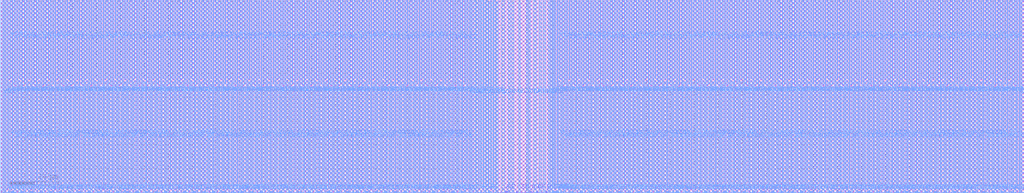
<source format=lef>
# ________________________________________________________________________________________________
# 
# 
#             Synchronous One-Port Register File Compiler
# 
#                 UMC 0.11um LL AE Logic Process
# 
# ________________________________________________________________________________________________
# 
#               
#         Copyright (C) 2024 Faraday Technology Corporation. All Rights Reserved.       
#                
#         This source code is an unpublished work belongs to Faraday Technology Corporation       
#         It is considered a trade secret and is not to be divulged or       
#         used by parties who have not received written authorization from       
#         Faraday Technology Corporation       
#                
#         Faraday's home page can be found at: http://www.faraday-tech.com/       
#                
# ________________________________________________________________________________________________
# 
#        IP Name            :  FSR0K_B_SY                
#        IP Version         :  1.4.0                     
#        IP Release Status  :  Active                    
#        Word               :  64                        
#        Bit                :  12                        
#        Byte               :  8                         
#        Mux                :  2                         
#        Output Loading     :  0.01                      
#        Clock Input Slew   :  0.016                     
#        Data Input Slew    :  0.016                     
#        Ring Type          :  Ringless Model            
#        Ring Width         :  0                         
#        Bus Format         :  0                         
#        Memaker Path       :  /home/mem/Desktop/memlib  
#        GUI Version        :  m20230904                 
#        Date               :  2024/09/07 14:44:15       
# ________________________________________________________________________________________________
# 

VERSION 5.5 ;
NAMESCASESENSITIVE ON ;
MACRO SYKB110_64X12X8CM2
CLASS BLOCK ;
FOREIGN SYKB110_64X12X8CM2 0.000 0.000 ;
ORIGIN 0.000 0.000 ;
SIZE 427.883 BY 80.703 ;
SYMMETRY x y r90 ;
SITE core ;
PIN GND
  DIRECTION INOUT ;
  USE GROUND ;
 PORT
  LAYER ME4 ;
  RECT 236.614 1.781 236.954 80.703 ;
 END
 PORT
  LAYER ME4 ;
  RECT 232.610 1.781 232.950 80.703 ;
 END
 PORT
  LAYER ME4 ;
  RECT 234.612 1.781 234.952 80.703 ;
 END
 PORT
  LAYER ME4 ;
  RECT 235.423 0.000 236.143 44.094 ;
 END
 PORT
  LAYER ME4 ;
  RECT 240.618 1.781 240.958 80.703 ;
 END
 PORT
  LAYER ME4 ;
  RECT 238.616 1.781 238.956 80.703 ;
 END
 PORT
  LAYER ME4 ;
  RECT 239.427 0.000 240.147 44.094 ;
 END
 PORT
  LAYER ME4 ;
  RECT 244.622 1.781 244.962 80.703 ;
 END
 PORT
  LAYER ME4 ;
  RECT 242.620 1.781 242.960 80.703 ;
 END
 PORT
  LAYER ME4 ;
  RECT 243.431 0.000 244.151 44.094 ;
 END
 PORT
  LAYER ME4 ;
  RECT 248.626 1.781 248.966 80.703 ;
 END
 PORT
  LAYER ME4 ;
  RECT 246.624 1.781 246.964 80.703 ;
 END
 PORT
  LAYER ME4 ;
  RECT 247.435 0.000 248.155 44.094 ;
 END
 PORT
  LAYER ME4 ;
  RECT 252.630 1.781 252.970 80.703 ;
 END
 PORT
  LAYER ME4 ;
  RECT 250.628 1.781 250.968 80.703 ;
 END
 PORT
  LAYER ME4 ;
  RECT 251.439 0.000 252.159 44.094 ;
 END
 PORT
  LAYER ME4 ;
  RECT 256.634 1.781 256.974 80.703 ;
 END
 PORT
  LAYER ME4 ;
  RECT 254.632 1.781 254.972 80.703 ;
 END
 PORT
  LAYER ME4 ;
  RECT 255.443 0.000 256.163 44.094 ;
 END
 PORT
  LAYER ME4 ;
  RECT 260.638 1.781 260.978 80.703 ;
 END
 PORT
  LAYER ME4 ;
  RECT 258.636 1.781 258.976 80.703 ;
 END
 PORT
  LAYER ME4 ;
  RECT 259.447 0.000 260.167 44.094 ;
 END
 PORT
  LAYER ME4 ;
  RECT 264.642 1.781 264.982 80.703 ;
 END
 PORT
  LAYER ME4 ;
  RECT 262.640 1.781 262.980 80.703 ;
 END
 PORT
  LAYER ME4 ;
  RECT 263.451 0.000 264.171 44.094 ;
 END
 PORT
  LAYER ME4 ;
  RECT 268.646 1.781 268.986 80.703 ;
 END
 PORT
  LAYER ME4 ;
  RECT 266.644 1.781 266.984 80.703 ;
 END
 PORT
  LAYER ME4 ;
  RECT 267.455 0.000 268.175 44.094 ;
 END
 PORT
  LAYER ME4 ;
  RECT 272.650 1.781 272.990 80.703 ;
 END
 PORT
  LAYER ME4 ;
  RECT 270.648 1.781 270.988 80.703 ;
 END
 PORT
  LAYER ME4 ;
  RECT 271.459 0.000 272.179 44.094 ;
 END
 PORT
  LAYER ME4 ;
  RECT 276.654 1.781 276.994 80.703 ;
 END
 PORT
  LAYER ME4 ;
  RECT 274.652 1.781 274.992 80.703 ;
 END
 PORT
  LAYER ME4 ;
  RECT 275.463 0.000 276.183 44.094 ;
 END
 PORT
  LAYER ME4 ;
  RECT 280.658 1.781 280.998 80.703 ;
 END
 PORT
  LAYER ME4 ;
  RECT 278.656 1.781 278.996 80.703 ;
 END
 PORT
  LAYER ME4 ;
  RECT 279.467 0.000 280.187 44.094 ;
 END
 PORT
  LAYER ME4 ;
  RECT 284.662 1.781 285.002 80.703 ;
 END
 PORT
  LAYER ME4 ;
  RECT 282.660 1.781 283.000 80.703 ;
 END
 PORT
  LAYER ME4 ;
  RECT 283.471 0.000 284.191 44.094 ;
 END
 PORT
  LAYER ME4 ;
  RECT 288.666 1.781 289.006 80.703 ;
 END
 PORT
  LAYER ME4 ;
  RECT 286.664 1.781 287.004 80.703 ;
 END
 PORT
  LAYER ME4 ;
  RECT 287.475 0.000 288.195 44.094 ;
 END
 PORT
  LAYER ME4 ;
  RECT 292.670 1.781 293.010 80.703 ;
 END
 PORT
  LAYER ME4 ;
  RECT 290.668 1.781 291.008 80.703 ;
 END
 PORT
  LAYER ME4 ;
  RECT 291.479 0.000 292.199 44.094 ;
 END
 PORT
  LAYER ME4 ;
  RECT 296.674 1.781 297.014 80.703 ;
 END
 PORT
  LAYER ME4 ;
  RECT 294.672 1.781 295.012 80.703 ;
 END
 PORT
  LAYER ME4 ;
  RECT 295.483 0.000 296.203 44.094 ;
 END
 PORT
  LAYER ME4 ;
  RECT 300.678 1.781 301.018 80.703 ;
 END
 PORT
  LAYER ME4 ;
  RECT 298.676 1.781 299.016 80.703 ;
 END
 PORT
  LAYER ME4 ;
  RECT 299.487 0.000 300.207 44.094 ;
 END
 PORT
  LAYER ME4 ;
  RECT 304.682 1.781 305.022 80.703 ;
 END
 PORT
  LAYER ME4 ;
  RECT 302.680 1.781 303.020 80.703 ;
 END
 PORT
  LAYER ME4 ;
  RECT 303.491 0.000 304.211 44.094 ;
 END
 PORT
  LAYER ME4 ;
  RECT 308.686 1.781 309.026 80.703 ;
 END
 PORT
  LAYER ME4 ;
  RECT 306.684 1.781 307.024 80.703 ;
 END
 PORT
  LAYER ME4 ;
  RECT 307.495 0.000 308.215 44.094 ;
 END
 PORT
  LAYER ME4 ;
  RECT 312.690 1.781 313.030 80.703 ;
 END
 PORT
  LAYER ME4 ;
  RECT 310.688 1.781 311.028 80.703 ;
 END
 PORT
  LAYER ME4 ;
  RECT 311.499 0.000 312.219 44.094 ;
 END
 PORT
  LAYER ME4 ;
  RECT 316.694 1.781 317.034 80.703 ;
 END
 PORT
  LAYER ME4 ;
  RECT 314.692 1.781 315.032 80.703 ;
 END
 PORT
  LAYER ME4 ;
  RECT 315.503 0.000 316.223 44.094 ;
 END
 PORT
  LAYER ME4 ;
  RECT 320.698 1.781 321.038 80.703 ;
 END
 PORT
  LAYER ME4 ;
  RECT 318.696 1.781 319.036 80.703 ;
 END
 PORT
  LAYER ME4 ;
  RECT 319.507 0.000 320.227 44.094 ;
 END
 PORT
  LAYER ME4 ;
  RECT 324.702 1.781 325.042 80.703 ;
 END
 PORT
  LAYER ME4 ;
  RECT 322.700 1.781 323.040 80.703 ;
 END
 PORT
  LAYER ME4 ;
  RECT 323.511 0.000 324.231 44.094 ;
 END
 PORT
  LAYER ME4 ;
  RECT 328.706 1.781 329.046 80.703 ;
 END
 PORT
  LAYER ME4 ;
  RECT 326.704 1.781 327.044 80.703 ;
 END
 PORT
  LAYER ME4 ;
  RECT 327.515 0.000 328.235 44.094 ;
 END
 PORT
  LAYER ME4 ;
  RECT 332.710 1.781 333.050 80.703 ;
 END
 PORT
  LAYER ME4 ;
  RECT 330.708 1.781 331.048 80.703 ;
 END
 PORT
  LAYER ME4 ;
  RECT 331.519 0.000 332.239 44.094 ;
 END
 PORT
  LAYER ME4 ;
  RECT 336.714 1.781 337.054 80.703 ;
 END
 PORT
  LAYER ME4 ;
  RECT 334.712 1.781 335.052 80.703 ;
 END
 PORT
  LAYER ME4 ;
  RECT 335.523 0.000 336.243 44.094 ;
 END
 PORT
  LAYER ME4 ;
  RECT 340.718 1.781 341.058 80.703 ;
 END
 PORT
  LAYER ME4 ;
  RECT 338.716 1.781 339.056 80.703 ;
 END
 PORT
  LAYER ME4 ;
  RECT 339.527 0.000 340.247 44.094 ;
 END
 PORT
  LAYER ME4 ;
  RECT 344.722 1.781 345.062 80.703 ;
 END
 PORT
  LAYER ME4 ;
  RECT 342.720 1.781 343.060 80.703 ;
 END
 PORT
  LAYER ME4 ;
  RECT 343.531 0.000 344.251 44.094 ;
 END
 PORT
  LAYER ME4 ;
  RECT 348.726 1.781 349.066 80.703 ;
 END
 PORT
  LAYER ME4 ;
  RECT 346.724 1.781 347.064 80.703 ;
 END
 PORT
  LAYER ME4 ;
  RECT 347.535 0.000 348.255 44.094 ;
 END
 PORT
  LAYER ME4 ;
  RECT 352.730 1.781 353.070 80.703 ;
 END
 PORT
  LAYER ME4 ;
  RECT 350.728 1.781 351.068 80.703 ;
 END
 PORT
  LAYER ME4 ;
  RECT 351.539 0.000 352.259 44.094 ;
 END
 PORT
  LAYER ME4 ;
  RECT 356.734 1.781 357.074 80.703 ;
 END
 PORT
  LAYER ME4 ;
  RECT 354.732 1.781 355.072 80.703 ;
 END
 PORT
  LAYER ME4 ;
  RECT 355.543 0.000 356.263 44.094 ;
 END
 PORT
  LAYER ME4 ;
  RECT 360.738 1.781 361.078 80.703 ;
 END
 PORT
  LAYER ME4 ;
  RECT 358.736 1.781 359.076 80.703 ;
 END
 PORT
  LAYER ME4 ;
  RECT 359.547 0.000 360.267 44.094 ;
 END
 PORT
  LAYER ME4 ;
  RECT 364.742 1.781 365.082 80.703 ;
 END
 PORT
  LAYER ME4 ;
  RECT 362.740 1.781 363.080 80.703 ;
 END
 PORT
  LAYER ME4 ;
  RECT 363.551 0.000 364.271 44.094 ;
 END
 PORT
  LAYER ME4 ;
  RECT 368.746 1.781 369.086 80.703 ;
 END
 PORT
  LAYER ME4 ;
  RECT 366.744 1.781 367.084 80.703 ;
 END
 PORT
  LAYER ME4 ;
  RECT 367.555 0.000 368.275 44.094 ;
 END
 PORT
  LAYER ME4 ;
  RECT 372.750 1.781 373.090 80.703 ;
 END
 PORT
  LAYER ME4 ;
  RECT 370.748 1.781 371.088 80.703 ;
 END
 PORT
  LAYER ME4 ;
  RECT 371.559 0.000 372.279 44.094 ;
 END
 PORT
  LAYER ME4 ;
  RECT 376.754 1.781 377.094 80.703 ;
 END
 PORT
  LAYER ME4 ;
  RECT 374.752 1.781 375.092 80.703 ;
 END
 PORT
  LAYER ME4 ;
  RECT 375.563 0.000 376.283 44.094 ;
 END
 PORT
  LAYER ME4 ;
  RECT 380.758 1.781 381.098 80.703 ;
 END
 PORT
  LAYER ME4 ;
  RECT 378.756 1.781 379.096 80.703 ;
 END
 PORT
  LAYER ME4 ;
  RECT 379.567 0.000 380.287 44.094 ;
 END
 PORT
  LAYER ME4 ;
  RECT 384.762 1.781 385.102 80.703 ;
 END
 PORT
  LAYER ME4 ;
  RECT 382.760 1.781 383.100 80.703 ;
 END
 PORT
  LAYER ME4 ;
  RECT 383.571 0.000 384.291 44.094 ;
 END
 PORT
  LAYER ME4 ;
  RECT 388.766 1.781 389.106 80.703 ;
 END
 PORT
  LAYER ME4 ;
  RECT 386.764 1.781 387.104 80.703 ;
 END
 PORT
  LAYER ME4 ;
  RECT 387.575 0.000 388.295 44.094 ;
 END
 PORT
  LAYER ME4 ;
  RECT 392.770 1.781 393.110 80.703 ;
 END
 PORT
  LAYER ME4 ;
  RECT 390.768 1.781 391.108 80.703 ;
 END
 PORT
  LAYER ME4 ;
  RECT 391.579 0.000 392.299 44.094 ;
 END
 PORT
  LAYER ME4 ;
  RECT 396.774 1.781 397.114 80.703 ;
 END
 PORT
  LAYER ME4 ;
  RECT 394.772 1.781 395.112 80.703 ;
 END
 PORT
  LAYER ME4 ;
  RECT 395.583 0.000 396.303 44.094 ;
 END
 PORT
  LAYER ME4 ;
  RECT 400.778 1.781 401.118 80.703 ;
 END
 PORT
  LAYER ME4 ;
  RECT 398.776 1.781 399.116 80.703 ;
 END
 PORT
  LAYER ME4 ;
  RECT 399.587 0.000 400.307 44.094 ;
 END
 PORT
  LAYER ME4 ;
  RECT 404.782 1.781 405.122 80.703 ;
 END
 PORT
  LAYER ME4 ;
  RECT 402.780 1.781 403.120 80.703 ;
 END
 PORT
  LAYER ME4 ;
  RECT 403.591 0.000 404.311 44.094 ;
 END
 PORT
  LAYER ME4 ;
  RECT 408.786 1.781 409.126 80.703 ;
 END
 PORT
  LAYER ME4 ;
  RECT 406.784 1.781 407.124 80.703 ;
 END
 PORT
  LAYER ME4 ;
  RECT 407.595 0.000 408.315 44.094 ;
 END
 PORT
  LAYER ME4 ;
  RECT 412.790 1.781 413.130 80.703 ;
 END
 PORT
  LAYER ME4 ;
  RECT 410.788 1.781 411.128 80.703 ;
 END
 PORT
  LAYER ME4 ;
  RECT 411.599 0.000 412.319 44.094 ;
 END
 PORT
  LAYER ME4 ;
  RECT 416.794 1.781 417.134 80.703 ;
 END
 PORT
  LAYER ME4 ;
  RECT 414.792 1.781 415.132 80.703 ;
 END
 PORT
  LAYER ME4 ;
  RECT 415.603 0.000 416.323 44.094 ;
 END
 PORT
  LAYER ME4 ;
  RECT 420.798 1.781 421.138 80.703 ;
 END
 PORT
  LAYER ME4 ;
  RECT 418.796 1.781 419.136 80.703 ;
 END
 PORT
  LAYER ME4 ;
  RECT 419.607 0.000 420.327 44.094 ;
 END
 PORT
  LAYER ME4 ;
  RECT 424.802 1.781 425.142 80.703 ;
 END
 PORT
  LAYER ME4 ;
  RECT 422.800 1.781 423.140 80.703 ;
 END
 PORT
  LAYER ME4 ;
  RECT 423.611 0.000 424.331 44.094 ;
 END
 PORT
  LAYER ME4 ;
  RECT 425.803 0.000 426.143 80.703 ;
 END
 PORT
  LAYER ME4 ;
  RECT 213.753 0.000 214.473 80.703 ;
 END
 PORT
  LAYER ME4 ;
  RECT 219.747 0.000 220.467 80.703 ;
 END
 PORT
  LAYER ME4 ;
  RECT 225.218 0.000 225.938 80.703 ;
 END
 PORT
  LAYER ME4 ;
  RECT 226.933 0.000 227.653 80.703 ;
 END
 PORT
  LAYER ME4 ;
  RECT 229.929 0.000 230.529 80.703 ;
 END
 PORT
  LAYER ME4 ;
  RECT 231.609 1.781 231.949 80.703 ;
 END
 PORT
  LAYER ME4 ;
  RECT 206.194 0.000 206.914 80.703 ;
 END
 PORT
  LAYER ME4 ;
  RECT 204.154 1.781 204.874 79.944 ;
 END
 PORT
  LAYER ME4 ;
  RECT 202.034 0.000 202.754 80.703 ;
 END
 PORT
  LAYER ME4 ;
  RECT 199.994 1.781 200.714 80.703 ;
 END
 PORT
  LAYER ME4 ;
  RECT 1.740 0.000 2.080 80.703 ;
 END
 PORT
  LAYER ME4 ;
  RECT 6.745 1.781 7.085 80.703 ;
 END
 PORT
  LAYER ME4 ;
  RECT 2.741 1.781 3.081 80.703 ;
 END
 PORT
  LAYER ME4 ;
  RECT 4.743 1.781 5.083 80.703 ;
 END
 PORT
  LAYER ME4 ;
  RECT 5.554 0.000 6.274 44.094 ;
 END
 PORT
  LAYER ME4 ;
  RECT 10.749 1.781 11.089 80.703 ;
 END
 PORT
  LAYER ME4 ;
  RECT 8.747 1.781 9.087 80.703 ;
 END
 PORT
  LAYER ME4 ;
  RECT 9.558 0.000 10.278 44.094 ;
 END
 PORT
  LAYER ME4 ;
  RECT 14.753 1.781 15.093 80.703 ;
 END
 PORT
  LAYER ME4 ;
  RECT 12.751 1.781 13.091 80.703 ;
 END
 PORT
  LAYER ME4 ;
  RECT 13.562 0.000 14.282 44.094 ;
 END
 PORT
  LAYER ME4 ;
  RECT 18.757 1.781 19.097 80.703 ;
 END
 PORT
  LAYER ME4 ;
  RECT 16.755 1.781 17.095 80.703 ;
 END
 PORT
  LAYER ME4 ;
  RECT 17.566 0.000 18.286 44.094 ;
 END
 PORT
  LAYER ME4 ;
  RECT 22.761 1.781 23.101 80.703 ;
 END
 PORT
  LAYER ME4 ;
  RECT 20.759 1.781 21.099 80.703 ;
 END
 PORT
  LAYER ME4 ;
  RECT 21.570 0.000 22.290 44.094 ;
 END
 PORT
  LAYER ME4 ;
  RECT 26.765 1.781 27.105 80.703 ;
 END
 PORT
  LAYER ME4 ;
  RECT 24.763 1.781 25.103 80.703 ;
 END
 PORT
  LAYER ME4 ;
  RECT 25.574 0.000 26.294 44.094 ;
 END
 PORT
  LAYER ME4 ;
  RECT 30.769 1.781 31.109 80.703 ;
 END
 PORT
  LAYER ME4 ;
  RECT 28.767 1.781 29.107 80.703 ;
 END
 PORT
  LAYER ME4 ;
  RECT 29.578 0.000 30.298 44.094 ;
 END
 PORT
  LAYER ME4 ;
  RECT 34.773 1.781 35.113 80.703 ;
 END
 PORT
  LAYER ME4 ;
  RECT 32.771 1.781 33.111 80.703 ;
 END
 PORT
  LAYER ME4 ;
  RECT 33.582 0.000 34.302 44.094 ;
 END
 PORT
  LAYER ME4 ;
  RECT 38.777 1.781 39.117 80.703 ;
 END
 PORT
  LAYER ME4 ;
  RECT 36.775 1.781 37.115 80.703 ;
 END
 PORT
  LAYER ME4 ;
  RECT 37.586 0.000 38.306 44.094 ;
 END
 PORT
  LAYER ME4 ;
  RECT 42.781 1.781 43.121 80.703 ;
 END
 PORT
  LAYER ME4 ;
  RECT 40.779 1.781 41.119 80.703 ;
 END
 PORT
  LAYER ME4 ;
  RECT 41.590 0.000 42.310 44.094 ;
 END
 PORT
  LAYER ME4 ;
  RECT 46.785 1.781 47.125 80.703 ;
 END
 PORT
  LAYER ME4 ;
  RECT 44.783 1.781 45.123 80.703 ;
 END
 PORT
  LAYER ME4 ;
  RECT 45.594 0.000 46.314 44.094 ;
 END
 PORT
  LAYER ME4 ;
  RECT 50.789 1.781 51.129 80.703 ;
 END
 PORT
  LAYER ME4 ;
  RECT 48.787 1.781 49.127 80.703 ;
 END
 PORT
  LAYER ME4 ;
  RECT 49.598 0.000 50.318 44.094 ;
 END
 PORT
  LAYER ME4 ;
  RECT 54.793 1.781 55.133 80.703 ;
 END
 PORT
  LAYER ME4 ;
  RECT 52.791 1.781 53.131 80.703 ;
 END
 PORT
  LAYER ME4 ;
  RECT 53.602 0.000 54.322 44.094 ;
 END
 PORT
  LAYER ME4 ;
  RECT 58.797 1.781 59.137 80.703 ;
 END
 PORT
  LAYER ME4 ;
  RECT 56.795 1.781 57.135 80.703 ;
 END
 PORT
  LAYER ME4 ;
  RECT 57.606 0.000 58.326 44.094 ;
 END
 PORT
  LAYER ME4 ;
  RECT 62.801 1.781 63.141 80.703 ;
 END
 PORT
  LAYER ME4 ;
  RECT 60.799 1.781 61.139 80.703 ;
 END
 PORT
  LAYER ME4 ;
  RECT 61.610 0.000 62.330 44.094 ;
 END
 PORT
  LAYER ME4 ;
  RECT 66.805 1.781 67.145 80.703 ;
 END
 PORT
  LAYER ME4 ;
  RECT 64.803 1.781 65.143 80.703 ;
 END
 PORT
  LAYER ME4 ;
  RECT 65.614 0.000 66.334 44.094 ;
 END
 PORT
  LAYER ME4 ;
  RECT 70.809 1.781 71.149 80.703 ;
 END
 PORT
  LAYER ME4 ;
  RECT 68.807 1.781 69.147 80.703 ;
 END
 PORT
  LAYER ME4 ;
  RECT 69.618 0.000 70.338 44.094 ;
 END
 PORT
  LAYER ME4 ;
  RECT 74.813 1.781 75.153 80.703 ;
 END
 PORT
  LAYER ME4 ;
  RECT 72.811 1.781 73.151 80.703 ;
 END
 PORT
  LAYER ME4 ;
  RECT 73.622 0.000 74.342 44.094 ;
 END
 PORT
  LAYER ME4 ;
  RECT 78.817 1.781 79.157 80.703 ;
 END
 PORT
  LAYER ME4 ;
  RECT 76.815 1.781 77.155 80.703 ;
 END
 PORT
  LAYER ME4 ;
  RECT 77.626 0.000 78.346 44.094 ;
 END
 PORT
  LAYER ME4 ;
  RECT 82.821 1.781 83.161 80.703 ;
 END
 PORT
  LAYER ME4 ;
  RECT 80.819 1.781 81.159 80.703 ;
 END
 PORT
  LAYER ME4 ;
  RECT 81.630 0.000 82.350 44.094 ;
 END
 PORT
  LAYER ME4 ;
  RECT 86.825 1.781 87.165 80.703 ;
 END
 PORT
  LAYER ME4 ;
  RECT 84.823 1.781 85.163 80.703 ;
 END
 PORT
  LAYER ME4 ;
  RECT 85.634 0.000 86.354 44.094 ;
 END
 PORT
  LAYER ME4 ;
  RECT 90.829 1.781 91.169 80.703 ;
 END
 PORT
  LAYER ME4 ;
  RECT 88.827 1.781 89.167 80.703 ;
 END
 PORT
  LAYER ME4 ;
  RECT 89.638 0.000 90.358 44.094 ;
 END
 PORT
  LAYER ME4 ;
  RECT 94.833 1.781 95.173 80.703 ;
 END
 PORT
  LAYER ME4 ;
  RECT 92.831 1.781 93.171 80.703 ;
 END
 PORT
  LAYER ME4 ;
  RECT 93.642 0.000 94.362 44.094 ;
 END
 PORT
  LAYER ME4 ;
  RECT 98.837 1.781 99.177 80.703 ;
 END
 PORT
  LAYER ME4 ;
  RECT 96.835 1.781 97.175 80.703 ;
 END
 PORT
  LAYER ME4 ;
  RECT 97.646 0.000 98.366 44.094 ;
 END
 PORT
  LAYER ME4 ;
  RECT 102.841 1.781 103.181 80.703 ;
 END
 PORT
  LAYER ME4 ;
  RECT 100.839 1.781 101.179 80.703 ;
 END
 PORT
  LAYER ME4 ;
  RECT 101.650 0.000 102.370 44.094 ;
 END
 PORT
  LAYER ME4 ;
  RECT 106.845 1.781 107.185 80.703 ;
 END
 PORT
  LAYER ME4 ;
  RECT 104.843 1.781 105.183 80.703 ;
 END
 PORT
  LAYER ME4 ;
  RECT 105.654 0.000 106.374 44.094 ;
 END
 PORT
  LAYER ME4 ;
  RECT 110.849 1.781 111.189 80.703 ;
 END
 PORT
  LAYER ME4 ;
  RECT 108.847 1.781 109.187 80.703 ;
 END
 PORT
  LAYER ME4 ;
  RECT 109.658 0.000 110.378 44.094 ;
 END
 PORT
  LAYER ME4 ;
  RECT 114.853 1.781 115.193 80.703 ;
 END
 PORT
  LAYER ME4 ;
  RECT 112.851 1.781 113.191 80.703 ;
 END
 PORT
  LAYER ME4 ;
  RECT 113.662 0.000 114.382 44.094 ;
 END
 PORT
  LAYER ME4 ;
  RECT 118.857 1.781 119.197 80.703 ;
 END
 PORT
  LAYER ME4 ;
  RECT 116.855 1.781 117.195 80.703 ;
 END
 PORT
  LAYER ME4 ;
  RECT 117.666 0.000 118.386 44.094 ;
 END
 PORT
  LAYER ME4 ;
  RECT 122.861 1.781 123.201 80.703 ;
 END
 PORT
  LAYER ME4 ;
  RECT 120.859 1.781 121.199 80.703 ;
 END
 PORT
  LAYER ME4 ;
  RECT 121.670 0.000 122.390 44.094 ;
 END
 PORT
  LAYER ME4 ;
  RECT 126.865 1.781 127.205 80.703 ;
 END
 PORT
  LAYER ME4 ;
  RECT 124.863 1.781 125.203 80.703 ;
 END
 PORT
  LAYER ME4 ;
  RECT 125.674 0.000 126.394 44.094 ;
 END
 PORT
  LAYER ME4 ;
  RECT 130.869 1.781 131.209 80.703 ;
 END
 PORT
  LAYER ME4 ;
  RECT 128.867 1.781 129.207 80.703 ;
 END
 PORT
  LAYER ME4 ;
  RECT 129.678 0.000 130.398 44.094 ;
 END
 PORT
  LAYER ME4 ;
  RECT 134.873 1.781 135.213 80.703 ;
 END
 PORT
  LAYER ME4 ;
  RECT 132.871 1.781 133.211 80.703 ;
 END
 PORT
  LAYER ME4 ;
  RECT 133.682 0.000 134.402 44.094 ;
 END
 PORT
  LAYER ME4 ;
  RECT 138.877 1.781 139.217 80.703 ;
 END
 PORT
  LAYER ME4 ;
  RECT 136.875 1.781 137.215 80.703 ;
 END
 PORT
  LAYER ME4 ;
  RECT 137.686 0.000 138.406 44.094 ;
 END
 PORT
  LAYER ME4 ;
  RECT 142.881 1.781 143.221 80.703 ;
 END
 PORT
  LAYER ME4 ;
  RECT 140.879 1.781 141.219 80.703 ;
 END
 PORT
  LAYER ME4 ;
  RECT 141.690 0.000 142.410 44.094 ;
 END
 PORT
  LAYER ME4 ;
  RECT 146.885 1.781 147.225 80.703 ;
 END
 PORT
  LAYER ME4 ;
  RECT 144.883 1.781 145.223 80.703 ;
 END
 PORT
  LAYER ME4 ;
  RECT 145.694 0.000 146.414 44.094 ;
 END
 PORT
  LAYER ME4 ;
  RECT 150.889 1.781 151.229 80.703 ;
 END
 PORT
  LAYER ME4 ;
  RECT 148.887 1.781 149.227 80.703 ;
 END
 PORT
  LAYER ME4 ;
  RECT 149.698 0.000 150.418 44.094 ;
 END
 PORT
  LAYER ME4 ;
  RECT 154.893 1.781 155.233 80.703 ;
 END
 PORT
  LAYER ME4 ;
  RECT 152.891 1.781 153.231 80.703 ;
 END
 PORT
  LAYER ME4 ;
  RECT 153.702 0.000 154.422 44.094 ;
 END
 PORT
  LAYER ME4 ;
  RECT 158.897 1.781 159.237 80.703 ;
 END
 PORT
  LAYER ME4 ;
  RECT 156.895 1.781 157.235 80.703 ;
 END
 PORT
  LAYER ME4 ;
  RECT 157.706 0.000 158.426 44.094 ;
 END
 PORT
  LAYER ME4 ;
  RECT 162.901 1.781 163.241 80.703 ;
 END
 PORT
  LAYER ME4 ;
  RECT 160.899 1.781 161.239 80.703 ;
 END
 PORT
  LAYER ME4 ;
  RECT 161.710 0.000 162.430 44.094 ;
 END
 PORT
  LAYER ME4 ;
  RECT 166.905 1.781 167.245 80.703 ;
 END
 PORT
  LAYER ME4 ;
  RECT 164.903 1.781 165.243 80.703 ;
 END
 PORT
  LAYER ME4 ;
  RECT 165.714 0.000 166.434 44.094 ;
 END
 PORT
  LAYER ME4 ;
  RECT 170.909 1.781 171.249 80.703 ;
 END
 PORT
  LAYER ME4 ;
  RECT 168.907 1.781 169.247 80.703 ;
 END
 PORT
  LAYER ME4 ;
  RECT 169.718 0.000 170.438 44.094 ;
 END
 PORT
  LAYER ME4 ;
  RECT 174.913 1.781 175.253 80.703 ;
 END
 PORT
  LAYER ME4 ;
  RECT 172.911 1.781 173.251 80.703 ;
 END
 PORT
  LAYER ME4 ;
  RECT 173.722 0.000 174.442 44.094 ;
 END
 PORT
  LAYER ME4 ;
  RECT 178.917 1.781 179.257 80.703 ;
 END
 PORT
  LAYER ME4 ;
  RECT 176.915 1.781 177.255 80.703 ;
 END
 PORT
  LAYER ME4 ;
  RECT 177.726 0.000 178.446 44.094 ;
 END
 PORT
  LAYER ME4 ;
  RECT 182.921 1.781 183.261 80.703 ;
 END
 PORT
  LAYER ME4 ;
  RECT 180.919 1.781 181.259 80.703 ;
 END
 PORT
  LAYER ME4 ;
  RECT 181.730 0.000 182.450 44.094 ;
 END
 PORT
  LAYER ME4 ;
  RECT 186.925 1.781 187.265 80.703 ;
 END
 PORT
  LAYER ME4 ;
  RECT 184.923 1.781 185.263 80.703 ;
 END
 PORT
  LAYER ME4 ;
  RECT 185.734 0.000 186.454 44.094 ;
 END
 PORT
  LAYER ME4 ;
  RECT 190.929 1.781 191.269 80.703 ;
 END
 PORT
  LAYER ME4 ;
  RECT 188.927 1.781 189.267 80.703 ;
 END
 PORT
  LAYER ME4 ;
  RECT 189.738 0.000 190.458 44.094 ;
 END
 PORT
  LAYER ME4 ;
  RECT 194.933 1.781 195.273 80.703 ;
 END
 PORT
  LAYER ME4 ;
  RECT 192.931 1.781 193.271 80.703 ;
 END
 PORT
  LAYER ME4 ;
  RECT 193.742 0.000 194.462 44.094 ;
 END
 PORT
  LAYER ME4 ;
  RECT 197.874 0.000 198.594 80.703 ;
 END
 PORT
  LAYER ME4 ;
  RECT 195.934 0.000 196.274 80.703 ;
 END
END GND
PIN VCC
  DIRECTION INOUT ;
  USE POWER ;
 PORT
  LAYER ME4 ;
  RECT 235.613 45.394 235.953 80.703 ;
 END
 PORT
  LAYER ME4 ;
  RECT 233.421 0.000 234.141 46.394 ;
 END
 PORT
  LAYER ME4 ;
  RECT 239.617 45.394 239.957 80.703 ;
 END
 PORT
  LAYER ME4 ;
  RECT 237.425 0.000 238.145 46.394 ;
 END
 PORT
  LAYER ME4 ;
  RECT 243.621 45.394 243.961 80.703 ;
 END
 PORT
  LAYER ME4 ;
  RECT 241.429 0.000 242.149 46.394 ;
 END
 PORT
  LAYER ME4 ;
  RECT 247.625 45.394 247.965 80.703 ;
 END
 PORT
  LAYER ME4 ;
  RECT 245.433 0.000 246.153 46.394 ;
 END
 PORT
  LAYER ME4 ;
  RECT 251.629 45.394 251.969 80.703 ;
 END
 PORT
  LAYER ME4 ;
  RECT 249.437 0.000 250.157 46.394 ;
 END
 PORT
  LAYER ME4 ;
  RECT 255.633 45.394 255.973 80.703 ;
 END
 PORT
  LAYER ME4 ;
  RECT 253.441 0.000 254.161 46.394 ;
 END
 PORT
  LAYER ME4 ;
  RECT 259.637 45.394 259.977 80.703 ;
 END
 PORT
  LAYER ME4 ;
  RECT 257.445 0.000 258.165 46.394 ;
 END
 PORT
  LAYER ME4 ;
  RECT 263.641 45.394 263.981 80.703 ;
 END
 PORT
  LAYER ME4 ;
  RECT 261.449 0.000 262.169 46.394 ;
 END
 PORT
  LAYER ME4 ;
  RECT 267.645 45.394 267.985 80.703 ;
 END
 PORT
  LAYER ME4 ;
  RECT 265.453 0.000 266.173 46.394 ;
 END
 PORT
  LAYER ME4 ;
  RECT 271.649 45.394 271.989 80.703 ;
 END
 PORT
  LAYER ME4 ;
  RECT 269.457 0.000 270.177 46.394 ;
 END
 PORT
  LAYER ME4 ;
  RECT 275.653 45.394 275.993 80.703 ;
 END
 PORT
  LAYER ME4 ;
  RECT 273.461 0.000 274.181 46.394 ;
 END
 PORT
  LAYER ME4 ;
  RECT 279.657 45.394 279.997 80.703 ;
 END
 PORT
  LAYER ME4 ;
  RECT 277.465 0.000 278.185 46.394 ;
 END
 PORT
  LAYER ME4 ;
  RECT 283.661 45.394 284.001 80.703 ;
 END
 PORT
  LAYER ME4 ;
  RECT 281.469 0.000 282.189 46.394 ;
 END
 PORT
  LAYER ME4 ;
  RECT 287.665 45.394 288.005 80.703 ;
 END
 PORT
  LAYER ME4 ;
  RECT 285.473 0.000 286.193 46.394 ;
 END
 PORT
  LAYER ME4 ;
  RECT 291.669 45.394 292.009 80.703 ;
 END
 PORT
  LAYER ME4 ;
  RECT 289.477 0.000 290.197 46.394 ;
 END
 PORT
  LAYER ME4 ;
  RECT 295.673 45.394 296.013 80.703 ;
 END
 PORT
  LAYER ME4 ;
  RECT 293.481 0.000 294.201 46.394 ;
 END
 PORT
  LAYER ME4 ;
  RECT 299.677 45.394 300.017 80.703 ;
 END
 PORT
  LAYER ME4 ;
  RECT 297.485 0.000 298.205 46.394 ;
 END
 PORT
  LAYER ME4 ;
  RECT 303.681 45.394 304.021 80.703 ;
 END
 PORT
  LAYER ME4 ;
  RECT 301.489 0.000 302.209 46.394 ;
 END
 PORT
  LAYER ME4 ;
  RECT 307.685 45.394 308.025 80.703 ;
 END
 PORT
  LAYER ME4 ;
  RECT 305.493 0.000 306.213 46.394 ;
 END
 PORT
  LAYER ME4 ;
  RECT 311.689 45.394 312.029 80.703 ;
 END
 PORT
  LAYER ME4 ;
  RECT 309.497 0.000 310.217 46.394 ;
 END
 PORT
  LAYER ME4 ;
  RECT 315.693 45.394 316.033 80.703 ;
 END
 PORT
  LAYER ME4 ;
  RECT 313.501 0.000 314.221 46.394 ;
 END
 PORT
  LAYER ME4 ;
  RECT 319.697 45.394 320.037 80.703 ;
 END
 PORT
  LAYER ME4 ;
  RECT 317.505 0.000 318.225 46.394 ;
 END
 PORT
  LAYER ME4 ;
  RECT 323.701 45.394 324.041 80.703 ;
 END
 PORT
  LAYER ME4 ;
  RECT 321.509 0.000 322.229 46.394 ;
 END
 PORT
  LAYER ME4 ;
  RECT 327.705 45.394 328.045 80.703 ;
 END
 PORT
  LAYER ME4 ;
  RECT 325.513 0.000 326.233 46.394 ;
 END
 PORT
  LAYER ME4 ;
  RECT 331.709 45.394 332.049 80.703 ;
 END
 PORT
  LAYER ME4 ;
  RECT 329.517 0.000 330.237 46.394 ;
 END
 PORT
  LAYER ME4 ;
  RECT 335.713 45.394 336.053 80.703 ;
 END
 PORT
  LAYER ME4 ;
  RECT 333.521 0.000 334.241 46.394 ;
 END
 PORT
  LAYER ME4 ;
  RECT 339.717 45.394 340.057 80.703 ;
 END
 PORT
  LAYER ME4 ;
  RECT 337.525 0.000 338.245 46.394 ;
 END
 PORT
  LAYER ME4 ;
  RECT 343.721 45.394 344.061 80.703 ;
 END
 PORT
  LAYER ME4 ;
  RECT 341.529 0.000 342.249 46.394 ;
 END
 PORT
  LAYER ME4 ;
  RECT 347.725 45.394 348.065 80.703 ;
 END
 PORT
  LAYER ME4 ;
  RECT 345.533 0.000 346.253 46.394 ;
 END
 PORT
  LAYER ME4 ;
  RECT 351.729 45.394 352.069 80.703 ;
 END
 PORT
  LAYER ME4 ;
  RECT 349.537 0.000 350.257 46.394 ;
 END
 PORT
  LAYER ME4 ;
  RECT 355.733 45.394 356.073 80.703 ;
 END
 PORT
  LAYER ME4 ;
  RECT 353.541 0.000 354.261 46.394 ;
 END
 PORT
  LAYER ME4 ;
  RECT 359.737 45.394 360.077 80.703 ;
 END
 PORT
  LAYER ME4 ;
  RECT 357.545 0.000 358.265 46.394 ;
 END
 PORT
  LAYER ME4 ;
  RECT 363.741 45.394 364.081 80.703 ;
 END
 PORT
  LAYER ME4 ;
  RECT 361.549 0.000 362.269 46.394 ;
 END
 PORT
  LAYER ME4 ;
  RECT 367.745 45.394 368.085 80.703 ;
 END
 PORT
  LAYER ME4 ;
  RECT 365.553 0.000 366.273 46.394 ;
 END
 PORT
  LAYER ME4 ;
  RECT 371.749 45.394 372.089 80.703 ;
 END
 PORT
  LAYER ME4 ;
  RECT 369.557 0.000 370.277 46.394 ;
 END
 PORT
  LAYER ME4 ;
  RECT 375.753 45.394 376.093 80.703 ;
 END
 PORT
  LAYER ME4 ;
  RECT 373.561 0.000 374.281 46.394 ;
 END
 PORT
  LAYER ME4 ;
  RECT 379.757 45.394 380.097 80.703 ;
 END
 PORT
  LAYER ME4 ;
  RECT 377.565 0.000 378.285 46.394 ;
 END
 PORT
  LAYER ME4 ;
  RECT 383.761 45.394 384.101 80.703 ;
 END
 PORT
  LAYER ME4 ;
  RECT 381.569 0.000 382.289 46.394 ;
 END
 PORT
  LAYER ME4 ;
  RECT 387.765 45.394 388.105 80.703 ;
 END
 PORT
  LAYER ME4 ;
  RECT 385.573 0.000 386.293 46.394 ;
 END
 PORT
  LAYER ME4 ;
  RECT 391.769 45.394 392.109 80.703 ;
 END
 PORT
  LAYER ME4 ;
  RECT 389.577 0.000 390.297 46.394 ;
 END
 PORT
  LAYER ME4 ;
  RECT 395.773 45.394 396.113 80.703 ;
 END
 PORT
  LAYER ME4 ;
  RECT 393.581 0.000 394.301 46.394 ;
 END
 PORT
  LAYER ME4 ;
  RECT 399.777 45.394 400.117 80.703 ;
 END
 PORT
  LAYER ME4 ;
  RECT 397.585 0.000 398.305 46.394 ;
 END
 PORT
  LAYER ME4 ;
  RECT 403.781 45.394 404.121 80.703 ;
 END
 PORT
  LAYER ME4 ;
  RECT 401.589 0.000 402.309 46.394 ;
 END
 PORT
  LAYER ME4 ;
  RECT 407.785 45.394 408.125 80.703 ;
 END
 PORT
  LAYER ME4 ;
  RECT 405.593 0.000 406.313 46.394 ;
 END
 PORT
  LAYER ME4 ;
  RECT 411.789 45.394 412.129 80.703 ;
 END
 PORT
  LAYER ME4 ;
  RECT 409.597 0.000 410.317 46.394 ;
 END
 PORT
  LAYER ME4 ;
  RECT 415.793 45.394 416.133 80.703 ;
 END
 PORT
  LAYER ME4 ;
  RECT 413.601 0.000 414.321 46.394 ;
 END
 PORT
  LAYER ME4 ;
  RECT 419.797 45.394 420.137 80.703 ;
 END
 PORT
  LAYER ME4 ;
  RECT 417.605 0.000 418.325 46.394 ;
 END
 PORT
  LAYER ME4 ;
  RECT 423.801 45.394 424.141 80.703 ;
 END
 PORT
  LAYER ME4 ;
  RECT 421.609 0.000 422.329 46.394 ;
 END
 PORT
  LAYER ME4 ;
  RECT 426.583 0.000 426.963 80.703 ;
 END
 PORT
  LAYER ME4 ;
  RECT 216.533 0.000 217.133 80.703 ;
 END
 PORT
  LAYER ME4 ;
  RECT 220.713 0.000 221.433 80.703 ;
 END
 PORT
  LAYER ME4 ;
  RECT 222.823 0.000 223.943 80.703 ;
 END
 PORT
  LAYER ME4 ;
  RECT 228.853 0.000 229.573 80.703 ;
 END
 PORT
  LAYER ME4 ;
  RECT 230.789 1.781 231.169 80.703 ;
 END
 PORT
  LAYER ME4 ;
  RECT 212.303 0.000 213.023 80.703 ;
 END
 PORT
  LAYER ME4 ;
  RECT 209.588 0.000 210.708 80.703 ;
 END
 PORT
  LAYER ME4 ;
  RECT 207.214 0.000 207.934 79.944 ;
 END
 PORT
  LAYER ME4 ;
  RECT 205.174 1.781 205.894 80.703 ;
 END
 PORT
  LAYER ME4 ;
  RECT 203.054 0.000 203.774 80.703 ;
 END
 PORT
  LAYER ME4 ;
  RECT 201.014 1.781 201.734 80.703 ;
 END
 PORT
  LAYER ME4 ;
  RECT 0.920 0.000 1.300 80.703 ;
 END
 PORT
  LAYER ME4 ;
  RECT 5.744 45.394 6.084 80.703 ;
 END
 PORT
  LAYER ME4 ;
  RECT 3.552 0.000 4.272 46.394 ;
 END
 PORT
  LAYER ME4 ;
  RECT 9.748 45.394 10.088 80.703 ;
 END
 PORT
  LAYER ME4 ;
  RECT 7.556 0.000 8.276 46.394 ;
 END
 PORT
  LAYER ME4 ;
  RECT 13.752 45.394 14.092 80.703 ;
 END
 PORT
  LAYER ME4 ;
  RECT 11.560 0.000 12.280 46.394 ;
 END
 PORT
  LAYER ME4 ;
  RECT 17.756 45.394 18.096 80.703 ;
 END
 PORT
  LAYER ME4 ;
  RECT 15.564 0.000 16.284 46.394 ;
 END
 PORT
  LAYER ME4 ;
  RECT 21.760 45.394 22.100 80.703 ;
 END
 PORT
  LAYER ME4 ;
  RECT 19.568 0.000 20.288 46.394 ;
 END
 PORT
  LAYER ME4 ;
  RECT 25.764 45.394 26.104 80.703 ;
 END
 PORT
  LAYER ME4 ;
  RECT 23.572 0.000 24.292 46.394 ;
 END
 PORT
  LAYER ME4 ;
  RECT 29.768 45.394 30.108 80.703 ;
 END
 PORT
  LAYER ME4 ;
  RECT 27.576 0.000 28.296 46.394 ;
 END
 PORT
  LAYER ME4 ;
  RECT 33.772 45.394 34.112 80.703 ;
 END
 PORT
  LAYER ME4 ;
  RECT 31.580 0.000 32.300 46.394 ;
 END
 PORT
  LAYER ME4 ;
  RECT 37.776 45.394 38.116 80.703 ;
 END
 PORT
  LAYER ME4 ;
  RECT 35.584 0.000 36.304 46.394 ;
 END
 PORT
  LAYER ME4 ;
  RECT 41.780 45.394 42.120 80.703 ;
 END
 PORT
  LAYER ME4 ;
  RECT 39.588 0.000 40.308 46.394 ;
 END
 PORT
  LAYER ME4 ;
  RECT 45.784 45.394 46.124 80.703 ;
 END
 PORT
  LAYER ME4 ;
  RECT 43.592 0.000 44.312 46.394 ;
 END
 PORT
  LAYER ME4 ;
  RECT 49.788 45.394 50.128 80.703 ;
 END
 PORT
  LAYER ME4 ;
  RECT 47.596 0.000 48.316 46.394 ;
 END
 PORT
  LAYER ME4 ;
  RECT 53.792 45.394 54.132 80.703 ;
 END
 PORT
  LAYER ME4 ;
  RECT 51.600 0.000 52.320 46.394 ;
 END
 PORT
  LAYER ME4 ;
  RECT 57.796 45.394 58.136 80.703 ;
 END
 PORT
  LAYER ME4 ;
  RECT 55.604 0.000 56.324 46.394 ;
 END
 PORT
  LAYER ME4 ;
  RECT 61.800 45.394 62.140 80.703 ;
 END
 PORT
  LAYER ME4 ;
  RECT 59.608 0.000 60.328 46.394 ;
 END
 PORT
  LAYER ME4 ;
  RECT 65.804 45.394 66.144 80.703 ;
 END
 PORT
  LAYER ME4 ;
  RECT 63.612 0.000 64.332 46.394 ;
 END
 PORT
  LAYER ME4 ;
  RECT 69.808 45.394 70.148 80.703 ;
 END
 PORT
  LAYER ME4 ;
  RECT 67.616 0.000 68.336 46.394 ;
 END
 PORT
  LAYER ME4 ;
  RECT 73.812 45.394 74.152 80.703 ;
 END
 PORT
  LAYER ME4 ;
  RECT 71.620 0.000 72.340 46.394 ;
 END
 PORT
  LAYER ME4 ;
  RECT 77.816 45.394 78.156 80.703 ;
 END
 PORT
  LAYER ME4 ;
  RECT 75.624 0.000 76.344 46.394 ;
 END
 PORT
  LAYER ME4 ;
  RECT 81.820 45.394 82.160 80.703 ;
 END
 PORT
  LAYER ME4 ;
  RECT 79.628 0.000 80.348 46.394 ;
 END
 PORT
  LAYER ME4 ;
  RECT 85.824 45.394 86.164 80.703 ;
 END
 PORT
  LAYER ME4 ;
  RECT 83.632 0.000 84.352 46.394 ;
 END
 PORT
  LAYER ME4 ;
  RECT 89.828 45.394 90.168 80.703 ;
 END
 PORT
  LAYER ME4 ;
  RECT 87.636 0.000 88.356 46.394 ;
 END
 PORT
  LAYER ME4 ;
  RECT 93.832 45.394 94.172 80.703 ;
 END
 PORT
  LAYER ME4 ;
  RECT 91.640 0.000 92.360 46.394 ;
 END
 PORT
  LAYER ME4 ;
  RECT 97.836 45.394 98.176 80.703 ;
 END
 PORT
  LAYER ME4 ;
  RECT 95.644 0.000 96.364 46.394 ;
 END
 PORT
  LAYER ME4 ;
  RECT 101.840 45.394 102.180 80.703 ;
 END
 PORT
  LAYER ME4 ;
  RECT 99.648 0.000 100.368 46.394 ;
 END
 PORT
  LAYER ME4 ;
  RECT 105.844 45.394 106.184 80.703 ;
 END
 PORT
  LAYER ME4 ;
  RECT 103.652 0.000 104.372 46.394 ;
 END
 PORT
  LAYER ME4 ;
  RECT 109.848 45.394 110.188 80.703 ;
 END
 PORT
  LAYER ME4 ;
  RECT 107.656 0.000 108.376 46.394 ;
 END
 PORT
  LAYER ME4 ;
  RECT 113.852 45.394 114.192 80.703 ;
 END
 PORT
  LAYER ME4 ;
  RECT 111.660 0.000 112.380 46.394 ;
 END
 PORT
  LAYER ME4 ;
  RECT 117.856 45.394 118.196 80.703 ;
 END
 PORT
  LAYER ME4 ;
  RECT 115.664 0.000 116.384 46.394 ;
 END
 PORT
  LAYER ME4 ;
  RECT 121.860 45.394 122.200 80.703 ;
 END
 PORT
  LAYER ME4 ;
  RECT 119.668 0.000 120.388 46.394 ;
 END
 PORT
  LAYER ME4 ;
  RECT 125.864 45.394 126.204 80.703 ;
 END
 PORT
  LAYER ME4 ;
  RECT 123.672 0.000 124.392 46.394 ;
 END
 PORT
  LAYER ME4 ;
  RECT 129.868 45.394 130.208 80.703 ;
 END
 PORT
  LAYER ME4 ;
  RECT 127.676 0.000 128.396 46.394 ;
 END
 PORT
  LAYER ME4 ;
  RECT 133.872 45.394 134.212 80.703 ;
 END
 PORT
  LAYER ME4 ;
  RECT 131.680 0.000 132.400 46.394 ;
 END
 PORT
  LAYER ME4 ;
  RECT 137.876 45.394 138.216 80.703 ;
 END
 PORT
  LAYER ME4 ;
  RECT 135.684 0.000 136.404 46.394 ;
 END
 PORT
  LAYER ME4 ;
  RECT 141.880 45.394 142.220 80.703 ;
 END
 PORT
  LAYER ME4 ;
  RECT 139.688 0.000 140.408 46.394 ;
 END
 PORT
  LAYER ME4 ;
  RECT 145.884 45.394 146.224 80.703 ;
 END
 PORT
  LAYER ME4 ;
  RECT 143.692 0.000 144.412 46.394 ;
 END
 PORT
  LAYER ME4 ;
  RECT 149.888 45.394 150.228 80.703 ;
 END
 PORT
  LAYER ME4 ;
  RECT 147.696 0.000 148.416 46.394 ;
 END
 PORT
  LAYER ME4 ;
  RECT 153.892 45.394 154.232 80.703 ;
 END
 PORT
  LAYER ME4 ;
  RECT 151.700 0.000 152.420 46.394 ;
 END
 PORT
  LAYER ME4 ;
  RECT 157.896 45.394 158.236 80.703 ;
 END
 PORT
  LAYER ME4 ;
  RECT 155.704 0.000 156.424 46.394 ;
 END
 PORT
  LAYER ME4 ;
  RECT 161.900 45.394 162.240 80.703 ;
 END
 PORT
  LAYER ME4 ;
  RECT 159.708 0.000 160.428 46.394 ;
 END
 PORT
  LAYER ME4 ;
  RECT 165.904 45.394 166.244 80.703 ;
 END
 PORT
  LAYER ME4 ;
  RECT 163.712 0.000 164.432 46.394 ;
 END
 PORT
  LAYER ME4 ;
  RECT 169.908 45.394 170.248 80.703 ;
 END
 PORT
  LAYER ME4 ;
  RECT 167.716 0.000 168.436 46.394 ;
 END
 PORT
  LAYER ME4 ;
  RECT 173.912 45.394 174.252 80.703 ;
 END
 PORT
  LAYER ME4 ;
  RECT 171.720 0.000 172.440 46.394 ;
 END
 PORT
  LAYER ME4 ;
  RECT 177.916 45.394 178.256 80.703 ;
 END
 PORT
  LAYER ME4 ;
  RECT 175.724 0.000 176.444 46.394 ;
 END
 PORT
  LAYER ME4 ;
  RECT 181.920 45.394 182.260 80.703 ;
 END
 PORT
  LAYER ME4 ;
  RECT 179.728 0.000 180.448 46.394 ;
 END
 PORT
  LAYER ME4 ;
  RECT 185.924 45.394 186.264 80.703 ;
 END
 PORT
  LAYER ME4 ;
  RECT 183.732 0.000 184.452 46.394 ;
 END
 PORT
  LAYER ME4 ;
  RECT 189.928 45.394 190.268 80.703 ;
 END
 PORT
  LAYER ME4 ;
  RECT 187.736 0.000 188.456 46.394 ;
 END
 PORT
  LAYER ME4 ;
  RECT 193.932 45.394 194.272 80.703 ;
 END
 PORT
  LAYER ME4 ;
  RECT 191.740 0.000 192.460 46.394 ;
 END
 PORT
  LAYER ME4 ;
  RECT 198.894 0.000 199.614 80.703 ;
 END
 PORT
  LAYER ME4 ;
  RECT 196.714 0.000 197.094 80.703 ;
 END
 PORT
  LAYER ME4 ;
  RECT 233.611 47.744 233.951 80.703 ;
 END
 PORT
  LAYER ME4 ;
  RECT 237.615 47.744 237.955 80.703 ;
 END
 PORT
  LAYER ME4 ;
  RECT 241.619 47.744 241.959 80.703 ;
 END
 PORT
  LAYER ME4 ;
  RECT 245.623 47.744 245.963 80.703 ;
 END
 PORT
  LAYER ME4 ;
  RECT 249.627 47.744 249.967 80.703 ;
 END
 PORT
  LAYER ME4 ;
  RECT 253.631 47.744 253.971 80.703 ;
 END
 PORT
  LAYER ME4 ;
  RECT 257.635 47.744 257.975 80.703 ;
 END
 PORT
  LAYER ME4 ;
  RECT 261.639 47.744 261.979 80.703 ;
 END
 PORT
  LAYER ME4 ;
  RECT 265.643 47.744 265.983 80.703 ;
 END
 PORT
  LAYER ME4 ;
  RECT 269.647 47.744 269.987 80.703 ;
 END
 PORT
  LAYER ME4 ;
  RECT 273.651 47.744 273.991 80.703 ;
 END
 PORT
  LAYER ME4 ;
  RECT 277.655 47.744 277.995 80.703 ;
 END
 PORT
  LAYER ME4 ;
  RECT 281.659 47.744 281.999 80.703 ;
 END
 PORT
  LAYER ME4 ;
  RECT 285.663 47.744 286.003 80.703 ;
 END
 PORT
  LAYER ME4 ;
  RECT 289.667 47.744 290.007 80.703 ;
 END
 PORT
  LAYER ME4 ;
  RECT 293.671 47.744 294.011 80.703 ;
 END
 PORT
  LAYER ME4 ;
  RECT 297.675 47.744 298.015 80.703 ;
 END
 PORT
  LAYER ME4 ;
  RECT 301.679 47.744 302.019 80.703 ;
 END
 PORT
  LAYER ME4 ;
  RECT 305.683 47.744 306.023 80.703 ;
 END
 PORT
  LAYER ME4 ;
  RECT 309.687 47.744 310.027 80.703 ;
 END
 PORT
  LAYER ME4 ;
  RECT 313.691 47.744 314.031 80.703 ;
 END
 PORT
  LAYER ME4 ;
  RECT 317.695 47.744 318.035 80.703 ;
 END
 PORT
  LAYER ME4 ;
  RECT 321.699 47.744 322.039 80.703 ;
 END
 PORT
  LAYER ME4 ;
  RECT 325.703 47.744 326.043 80.703 ;
 END
 PORT
  LAYER ME4 ;
  RECT 329.707 47.744 330.047 80.703 ;
 END
 PORT
  LAYER ME4 ;
  RECT 333.711 47.744 334.051 80.703 ;
 END
 PORT
  LAYER ME4 ;
  RECT 337.715 47.744 338.055 80.703 ;
 END
 PORT
  LAYER ME4 ;
  RECT 341.719 47.744 342.059 80.703 ;
 END
 PORT
  LAYER ME4 ;
  RECT 345.723 47.744 346.063 80.703 ;
 END
 PORT
  LAYER ME4 ;
  RECT 349.727 47.744 350.067 80.703 ;
 END
 PORT
  LAYER ME4 ;
  RECT 353.731 47.744 354.071 80.703 ;
 END
 PORT
  LAYER ME4 ;
  RECT 357.735 47.744 358.075 80.703 ;
 END
 PORT
  LAYER ME4 ;
  RECT 361.739 47.744 362.079 80.703 ;
 END
 PORT
  LAYER ME4 ;
  RECT 365.743 47.744 366.083 80.703 ;
 END
 PORT
  LAYER ME4 ;
  RECT 369.747 47.744 370.087 80.703 ;
 END
 PORT
  LAYER ME4 ;
  RECT 373.751 47.744 374.091 80.703 ;
 END
 PORT
  LAYER ME4 ;
  RECT 377.755 47.744 378.095 80.703 ;
 END
 PORT
  LAYER ME4 ;
  RECT 381.759 47.744 382.099 80.703 ;
 END
 PORT
  LAYER ME4 ;
  RECT 385.763 47.744 386.103 80.703 ;
 END
 PORT
  LAYER ME4 ;
  RECT 389.767 47.744 390.107 80.703 ;
 END
 PORT
  LAYER ME4 ;
  RECT 393.771 47.744 394.111 80.703 ;
 END
 PORT
  LAYER ME4 ;
  RECT 397.775 47.744 398.115 80.703 ;
 END
 PORT
  LAYER ME4 ;
  RECT 401.779 47.744 402.119 80.703 ;
 END
 PORT
  LAYER ME4 ;
  RECT 405.783 47.744 406.123 80.703 ;
 END
 PORT
  LAYER ME4 ;
  RECT 409.787 47.744 410.127 80.703 ;
 END
 PORT
  LAYER ME4 ;
  RECT 413.791 47.744 414.131 80.703 ;
 END
 PORT
  LAYER ME4 ;
  RECT 417.795 47.744 418.135 80.703 ;
 END
 PORT
  LAYER ME4 ;
  RECT 421.799 47.744 422.139 80.703 ;
 END
 PORT
  LAYER ME4 ;
  RECT 3.742 47.744 4.082 80.703 ;
 END
 PORT
  LAYER ME4 ;
  RECT 7.746 47.744 8.086 80.703 ;
 END
 PORT
  LAYER ME4 ;
  RECT 11.750 47.744 12.090 80.703 ;
 END
 PORT
  LAYER ME4 ;
  RECT 15.754 47.744 16.094 80.703 ;
 END
 PORT
  LAYER ME4 ;
  RECT 19.758 47.744 20.098 80.703 ;
 END
 PORT
  LAYER ME4 ;
  RECT 23.762 47.744 24.102 80.703 ;
 END
 PORT
  LAYER ME4 ;
  RECT 27.766 47.744 28.106 80.703 ;
 END
 PORT
  LAYER ME4 ;
  RECT 31.770 47.744 32.110 80.703 ;
 END
 PORT
  LAYER ME4 ;
  RECT 35.774 47.744 36.114 80.703 ;
 END
 PORT
  LAYER ME4 ;
  RECT 39.778 47.744 40.118 80.703 ;
 END
 PORT
  LAYER ME4 ;
  RECT 43.782 47.744 44.122 80.703 ;
 END
 PORT
  LAYER ME4 ;
  RECT 47.786 47.744 48.126 80.703 ;
 END
 PORT
  LAYER ME4 ;
  RECT 51.790 47.744 52.130 80.703 ;
 END
 PORT
  LAYER ME4 ;
  RECT 55.794 47.744 56.134 80.703 ;
 END
 PORT
  LAYER ME4 ;
  RECT 59.798 47.744 60.138 80.703 ;
 END
 PORT
  LAYER ME4 ;
  RECT 63.802 47.744 64.142 80.703 ;
 END
 PORT
  LAYER ME4 ;
  RECT 67.806 47.744 68.146 80.703 ;
 END
 PORT
  LAYER ME4 ;
  RECT 71.810 47.744 72.150 80.703 ;
 END
 PORT
  LAYER ME4 ;
  RECT 75.814 47.744 76.154 80.703 ;
 END
 PORT
  LAYER ME4 ;
  RECT 79.818 47.744 80.158 80.703 ;
 END
 PORT
  LAYER ME4 ;
  RECT 83.822 47.744 84.162 80.703 ;
 END
 PORT
  LAYER ME4 ;
  RECT 87.826 47.744 88.166 80.703 ;
 END
 PORT
  LAYER ME4 ;
  RECT 91.830 47.744 92.170 80.703 ;
 END
 PORT
  LAYER ME4 ;
  RECT 95.834 47.744 96.174 80.703 ;
 END
 PORT
  LAYER ME4 ;
  RECT 99.838 47.744 100.178 80.703 ;
 END
 PORT
  LAYER ME4 ;
  RECT 103.842 47.744 104.182 80.703 ;
 END
 PORT
  LAYER ME4 ;
  RECT 107.846 47.744 108.186 80.703 ;
 END
 PORT
  LAYER ME4 ;
  RECT 111.850 47.744 112.190 80.703 ;
 END
 PORT
  LAYER ME4 ;
  RECT 115.854 47.744 116.194 80.703 ;
 END
 PORT
  LAYER ME4 ;
  RECT 119.858 47.744 120.198 80.703 ;
 END
 PORT
  LAYER ME4 ;
  RECT 123.862 47.744 124.202 80.703 ;
 END
 PORT
  LAYER ME4 ;
  RECT 127.866 47.744 128.206 80.703 ;
 END
 PORT
  LAYER ME4 ;
  RECT 131.870 47.744 132.210 80.703 ;
 END
 PORT
  LAYER ME4 ;
  RECT 135.874 47.744 136.214 80.703 ;
 END
 PORT
  LAYER ME4 ;
  RECT 139.878 47.744 140.218 80.703 ;
 END
 PORT
  LAYER ME4 ;
  RECT 143.882 47.744 144.222 80.703 ;
 END
 PORT
  LAYER ME4 ;
  RECT 147.886 47.744 148.226 80.703 ;
 END
 PORT
  LAYER ME4 ;
  RECT 151.890 47.744 152.230 80.703 ;
 END
 PORT
  LAYER ME4 ;
  RECT 155.894 47.744 156.234 80.703 ;
 END
 PORT
  LAYER ME4 ;
  RECT 159.898 47.744 160.238 80.703 ;
 END
 PORT
  LAYER ME4 ;
  RECT 163.902 47.744 164.242 80.703 ;
 END
 PORT
  LAYER ME4 ;
  RECT 167.906 47.744 168.246 80.703 ;
 END
 PORT
  LAYER ME4 ;
  RECT 171.910 47.744 172.250 80.703 ;
 END
 PORT
  LAYER ME4 ;
  RECT 175.914 47.744 176.254 80.703 ;
 END
 PORT
  LAYER ME4 ;
  RECT 179.918 47.744 180.258 80.703 ;
 END
 PORT
  LAYER ME4 ;
  RECT 183.922 47.744 184.262 80.703 ;
 END
 PORT
  LAYER ME4 ;
  RECT 187.926 47.744 188.266 80.703 ;
 END
 PORT
  LAYER ME4 ;
  RECT 191.930 47.744 192.270 80.703 ;
 END
END VCC
PIN DI47
  DIRECTION INPUT ;
 PORT
  LAYER ME4 ;
  RECT 193.222 0.000 193.542 0.600 ;
  LAYER ME3 ;
  RECT 193.222 0.000 193.542 0.600 ;
  LAYER ME2 ;
  RECT 193.222 0.000 193.542 0.600 ;
  LAYER ME1 ;
  RECT 193.222 0.000 193.542 0.600 ;
 END
 ANTENNAPARTIALMETALAREA                  1.058 LAYER ME2 ;
 ANTENNAGATEAREA                          0.072 LAYER ME2 ;
 ANTENNAGATEAREA                          0.072 LAYER ME3 ;
 ANTENNAGATEAREA                          0.072 LAYER ME4 ;
 ANTENNADIFFAREA                          0.160 LAYER ME2 ;
 ANTENNADIFFAREA                          0.160 LAYER ME3 ;
 ANTENNADIFFAREA                          0.160 LAYER ME4 ;
 ANTENNAMAXAREACAR                       21.782 LAYER ME2 ;
 ANTENNAMAXAREACAR                       24.449 LAYER ME3 ;
 ANTENNAMAXAREACAR                       27.116 LAYER ME4 ;
END DI47
PIN DO47
  DIRECTION OUTPUT ;
 PORT
  LAYER ME4 ;
  RECT 192.660 0.000 192.980 0.600 ;
  LAYER ME3 ;
  RECT 192.660 0.000 192.980 0.600 ;
  LAYER ME2 ;
  RECT 192.660 0.000 192.980 0.600 ;
  LAYER ME1 ;
  RECT 192.660 0.000 192.980 0.600 ;
 END
 ANTENNAPARTIALMETALAREA                  5.273 LAYER ME2 ;
 ANTENNADIFFAREA                          1.293 LAYER ME2 ;
 ANTENNADIFFAREA                          1.293 LAYER ME3 ;
 ANTENNADIFFAREA                          1.293 LAYER ME4 ;
END DO47
PIN DI46
  DIRECTION INPUT ;
 PORT
  LAYER ME4 ;
  RECT 189.218 0.000 189.538 0.600 ;
  LAYER ME3 ;
  RECT 189.218 0.000 189.538 0.600 ;
  LAYER ME2 ;
  RECT 189.218 0.000 189.538 0.600 ;
  LAYER ME1 ;
  RECT 189.218 0.000 189.538 0.600 ;
 END
 ANTENNAPARTIALMETALAREA                  1.058 LAYER ME2 ;
 ANTENNAGATEAREA                          0.072 LAYER ME2 ;
 ANTENNAGATEAREA                          0.072 LAYER ME3 ;
 ANTENNAGATEAREA                          0.072 LAYER ME4 ;
 ANTENNADIFFAREA                          0.160 LAYER ME2 ;
 ANTENNADIFFAREA                          0.160 LAYER ME3 ;
 ANTENNADIFFAREA                          0.160 LAYER ME4 ;
 ANTENNAMAXAREACAR                       21.782 LAYER ME2 ;
 ANTENNAMAXAREACAR                       24.449 LAYER ME3 ;
 ANTENNAMAXAREACAR                       27.116 LAYER ME4 ;
END DI46
PIN DO46
  DIRECTION OUTPUT ;
 PORT
  LAYER ME4 ;
  RECT 188.656 0.000 188.976 0.600 ;
  LAYER ME3 ;
  RECT 188.656 0.000 188.976 0.600 ;
  LAYER ME2 ;
  RECT 188.656 0.000 188.976 0.600 ;
  LAYER ME1 ;
  RECT 188.656 0.000 188.976 0.600 ;
 END
 ANTENNAPARTIALMETALAREA                  5.273 LAYER ME2 ;
 ANTENNADIFFAREA                          1.293 LAYER ME2 ;
 ANTENNADIFFAREA                          1.293 LAYER ME3 ;
 ANTENNADIFFAREA                          1.293 LAYER ME4 ;
END DO46
PIN DI45
  DIRECTION INPUT ;
 PORT
  LAYER ME4 ;
  RECT 185.214 0.000 185.534 0.600 ;
  LAYER ME3 ;
  RECT 185.214 0.000 185.534 0.600 ;
  LAYER ME2 ;
  RECT 185.214 0.000 185.534 0.600 ;
  LAYER ME1 ;
  RECT 185.214 0.000 185.534 0.600 ;
 END
 ANTENNAPARTIALMETALAREA                  1.058 LAYER ME2 ;
 ANTENNAGATEAREA                          0.072 LAYER ME2 ;
 ANTENNAGATEAREA                          0.072 LAYER ME3 ;
 ANTENNAGATEAREA                          0.072 LAYER ME4 ;
 ANTENNADIFFAREA                          0.160 LAYER ME2 ;
 ANTENNADIFFAREA                          0.160 LAYER ME3 ;
 ANTENNADIFFAREA                          0.160 LAYER ME4 ;
 ANTENNAMAXAREACAR                       21.782 LAYER ME2 ;
 ANTENNAMAXAREACAR                       24.449 LAYER ME3 ;
 ANTENNAMAXAREACAR                       27.116 LAYER ME4 ;
END DI45
PIN DO45
  DIRECTION OUTPUT ;
 PORT
  LAYER ME4 ;
  RECT 184.652 0.000 184.972 0.600 ;
  LAYER ME3 ;
  RECT 184.652 0.000 184.972 0.600 ;
  LAYER ME2 ;
  RECT 184.652 0.000 184.972 0.600 ;
  LAYER ME1 ;
  RECT 184.652 0.000 184.972 0.600 ;
 END
 ANTENNAPARTIALMETALAREA                  5.273 LAYER ME2 ;
 ANTENNADIFFAREA                          1.293 LAYER ME2 ;
 ANTENNADIFFAREA                          1.293 LAYER ME3 ;
 ANTENNADIFFAREA                          1.293 LAYER ME4 ;
END DO45
PIN DI44
  DIRECTION INPUT ;
 PORT
  LAYER ME4 ;
  RECT 181.210 0.000 181.530 0.600 ;
  LAYER ME3 ;
  RECT 181.210 0.000 181.530 0.600 ;
  LAYER ME2 ;
  RECT 181.210 0.000 181.530 0.600 ;
  LAYER ME1 ;
  RECT 181.210 0.000 181.530 0.600 ;
 END
 ANTENNAPARTIALMETALAREA                  1.058 LAYER ME2 ;
 ANTENNAGATEAREA                          0.072 LAYER ME2 ;
 ANTENNAGATEAREA                          0.072 LAYER ME3 ;
 ANTENNAGATEAREA                          0.072 LAYER ME4 ;
 ANTENNADIFFAREA                          0.160 LAYER ME2 ;
 ANTENNADIFFAREA                          0.160 LAYER ME3 ;
 ANTENNADIFFAREA                          0.160 LAYER ME4 ;
 ANTENNAMAXAREACAR                       21.782 LAYER ME2 ;
 ANTENNAMAXAREACAR                       24.449 LAYER ME3 ;
 ANTENNAMAXAREACAR                       27.116 LAYER ME4 ;
END DI44
PIN DO44
  DIRECTION OUTPUT ;
 PORT
  LAYER ME4 ;
  RECT 180.648 0.000 180.968 0.600 ;
  LAYER ME3 ;
  RECT 180.648 0.000 180.968 0.600 ;
  LAYER ME2 ;
  RECT 180.648 0.000 180.968 0.600 ;
  LAYER ME1 ;
  RECT 180.648 0.000 180.968 0.600 ;
 END
 ANTENNAPARTIALMETALAREA                  5.273 LAYER ME2 ;
 ANTENNADIFFAREA                          1.293 LAYER ME2 ;
 ANTENNADIFFAREA                          1.293 LAYER ME3 ;
 ANTENNADIFFAREA                          1.293 LAYER ME4 ;
END DO44
PIN DI43
  DIRECTION INPUT ;
 PORT
  LAYER ME4 ;
  RECT 177.206 0.000 177.526 0.600 ;
  LAYER ME3 ;
  RECT 177.206 0.000 177.526 0.600 ;
  LAYER ME2 ;
  RECT 177.206 0.000 177.526 0.600 ;
  LAYER ME1 ;
  RECT 177.206 0.000 177.526 0.600 ;
 END
 ANTENNAPARTIALMETALAREA                  1.058 LAYER ME2 ;
 ANTENNAGATEAREA                          0.072 LAYER ME2 ;
 ANTENNAGATEAREA                          0.072 LAYER ME3 ;
 ANTENNAGATEAREA                          0.072 LAYER ME4 ;
 ANTENNADIFFAREA                          0.160 LAYER ME2 ;
 ANTENNADIFFAREA                          0.160 LAYER ME3 ;
 ANTENNADIFFAREA                          0.160 LAYER ME4 ;
 ANTENNAMAXAREACAR                       21.782 LAYER ME2 ;
 ANTENNAMAXAREACAR                       24.449 LAYER ME3 ;
 ANTENNAMAXAREACAR                       27.116 LAYER ME4 ;
END DI43
PIN DO43
  DIRECTION OUTPUT ;
 PORT
  LAYER ME4 ;
  RECT 176.644 0.000 176.964 0.600 ;
  LAYER ME3 ;
  RECT 176.644 0.000 176.964 0.600 ;
  LAYER ME2 ;
  RECT 176.644 0.000 176.964 0.600 ;
  LAYER ME1 ;
  RECT 176.644 0.000 176.964 0.600 ;
 END
 ANTENNAPARTIALMETALAREA                  5.273 LAYER ME2 ;
 ANTENNADIFFAREA                          1.293 LAYER ME2 ;
 ANTENNADIFFAREA                          1.293 LAYER ME3 ;
 ANTENNADIFFAREA                          1.293 LAYER ME4 ;
END DO43
PIN DI42
  DIRECTION INPUT ;
 PORT
  LAYER ME4 ;
  RECT 173.202 0.000 173.522 0.600 ;
  LAYER ME3 ;
  RECT 173.202 0.000 173.522 0.600 ;
  LAYER ME2 ;
  RECT 173.202 0.000 173.522 0.600 ;
  LAYER ME1 ;
  RECT 173.202 0.000 173.522 0.600 ;
 END
 ANTENNAPARTIALMETALAREA                  1.058 LAYER ME2 ;
 ANTENNAGATEAREA                          0.072 LAYER ME2 ;
 ANTENNAGATEAREA                          0.072 LAYER ME3 ;
 ANTENNAGATEAREA                          0.072 LAYER ME4 ;
 ANTENNADIFFAREA                          0.160 LAYER ME2 ;
 ANTENNADIFFAREA                          0.160 LAYER ME3 ;
 ANTENNADIFFAREA                          0.160 LAYER ME4 ;
 ANTENNAMAXAREACAR                       21.782 LAYER ME2 ;
 ANTENNAMAXAREACAR                       24.449 LAYER ME3 ;
 ANTENNAMAXAREACAR                       27.116 LAYER ME4 ;
END DI42
PIN DO42
  DIRECTION OUTPUT ;
 PORT
  LAYER ME4 ;
  RECT 172.640 0.000 172.960 0.600 ;
  LAYER ME3 ;
  RECT 172.640 0.000 172.960 0.600 ;
  LAYER ME2 ;
  RECT 172.640 0.000 172.960 0.600 ;
  LAYER ME1 ;
  RECT 172.640 0.000 172.960 0.600 ;
 END
 ANTENNAPARTIALMETALAREA                  5.273 LAYER ME2 ;
 ANTENNADIFFAREA                          1.293 LAYER ME2 ;
 ANTENNADIFFAREA                          1.293 LAYER ME3 ;
 ANTENNADIFFAREA                          1.293 LAYER ME4 ;
END DO42
PIN DI41
  DIRECTION INPUT ;
 PORT
  LAYER ME4 ;
  RECT 169.198 0.000 169.518 0.600 ;
  LAYER ME3 ;
  RECT 169.198 0.000 169.518 0.600 ;
  LAYER ME2 ;
  RECT 169.198 0.000 169.518 0.600 ;
  LAYER ME1 ;
  RECT 169.198 0.000 169.518 0.600 ;
 END
 ANTENNAPARTIALMETALAREA                  1.058 LAYER ME2 ;
 ANTENNAGATEAREA                          0.072 LAYER ME2 ;
 ANTENNAGATEAREA                          0.072 LAYER ME3 ;
 ANTENNAGATEAREA                          0.072 LAYER ME4 ;
 ANTENNADIFFAREA                          0.160 LAYER ME2 ;
 ANTENNADIFFAREA                          0.160 LAYER ME3 ;
 ANTENNADIFFAREA                          0.160 LAYER ME4 ;
 ANTENNAMAXAREACAR                       21.782 LAYER ME2 ;
 ANTENNAMAXAREACAR                       24.449 LAYER ME3 ;
 ANTENNAMAXAREACAR                       27.116 LAYER ME4 ;
END DI41
PIN DO41
  DIRECTION OUTPUT ;
 PORT
  LAYER ME4 ;
  RECT 168.636 0.000 168.956 0.600 ;
  LAYER ME3 ;
  RECT 168.636 0.000 168.956 0.600 ;
  LAYER ME2 ;
  RECT 168.636 0.000 168.956 0.600 ;
  LAYER ME1 ;
  RECT 168.636 0.000 168.956 0.600 ;
 END
 ANTENNAPARTIALMETALAREA                  5.273 LAYER ME2 ;
 ANTENNADIFFAREA                          1.293 LAYER ME2 ;
 ANTENNADIFFAREA                          1.293 LAYER ME3 ;
 ANTENNADIFFAREA                          1.293 LAYER ME4 ;
END DO41
PIN DI40
  DIRECTION INPUT ;
 PORT
  LAYER ME4 ;
  RECT 165.194 0.000 165.514 0.600 ;
  LAYER ME3 ;
  RECT 165.194 0.000 165.514 0.600 ;
  LAYER ME2 ;
  RECT 165.194 0.000 165.514 0.600 ;
  LAYER ME1 ;
  RECT 165.194 0.000 165.514 0.600 ;
 END
 ANTENNAPARTIALMETALAREA                  1.058 LAYER ME2 ;
 ANTENNAGATEAREA                          0.072 LAYER ME2 ;
 ANTENNAGATEAREA                          0.072 LAYER ME3 ;
 ANTENNAGATEAREA                          0.072 LAYER ME4 ;
 ANTENNADIFFAREA                          0.160 LAYER ME2 ;
 ANTENNADIFFAREA                          0.160 LAYER ME3 ;
 ANTENNADIFFAREA                          0.160 LAYER ME4 ;
 ANTENNAMAXAREACAR                       21.782 LAYER ME2 ;
 ANTENNAMAXAREACAR                       24.449 LAYER ME3 ;
 ANTENNAMAXAREACAR                       27.116 LAYER ME4 ;
END DI40
PIN DO40
  DIRECTION OUTPUT ;
 PORT
  LAYER ME4 ;
  RECT 164.632 0.000 164.952 0.600 ;
  LAYER ME3 ;
  RECT 164.632 0.000 164.952 0.600 ;
  LAYER ME2 ;
  RECT 164.632 0.000 164.952 0.600 ;
  LAYER ME1 ;
  RECT 164.632 0.000 164.952 0.600 ;
 END
 ANTENNAPARTIALMETALAREA                  5.273 LAYER ME2 ;
 ANTENNADIFFAREA                          1.293 LAYER ME2 ;
 ANTENNADIFFAREA                          1.293 LAYER ME3 ;
 ANTENNADIFFAREA                          1.293 LAYER ME4 ;
END DO40
PIN DI39
  DIRECTION INPUT ;
 PORT
  LAYER ME4 ;
  RECT 161.190 0.000 161.510 0.600 ;
  LAYER ME3 ;
  RECT 161.190 0.000 161.510 0.600 ;
  LAYER ME2 ;
  RECT 161.190 0.000 161.510 0.600 ;
  LAYER ME1 ;
  RECT 161.190 0.000 161.510 0.600 ;
 END
 ANTENNAPARTIALMETALAREA                  1.058 LAYER ME2 ;
 ANTENNAGATEAREA                          0.072 LAYER ME2 ;
 ANTENNAGATEAREA                          0.072 LAYER ME3 ;
 ANTENNAGATEAREA                          0.072 LAYER ME4 ;
 ANTENNADIFFAREA                          0.160 LAYER ME2 ;
 ANTENNADIFFAREA                          0.160 LAYER ME3 ;
 ANTENNADIFFAREA                          0.160 LAYER ME4 ;
 ANTENNAMAXAREACAR                       21.782 LAYER ME2 ;
 ANTENNAMAXAREACAR                       24.449 LAYER ME3 ;
 ANTENNAMAXAREACAR                       27.116 LAYER ME4 ;
END DI39
PIN DO39
  DIRECTION OUTPUT ;
 PORT
  LAYER ME4 ;
  RECT 160.628 0.000 160.948 0.600 ;
  LAYER ME3 ;
  RECT 160.628 0.000 160.948 0.600 ;
  LAYER ME2 ;
  RECT 160.628 0.000 160.948 0.600 ;
  LAYER ME1 ;
  RECT 160.628 0.000 160.948 0.600 ;
 END
 ANTENNAPARTIALMETALAREA                  5.273 LAYER ME2 ;
 ANTENNADIFFAREA                          1.293 LAYER ME2 ;
 ANTENNADIFFAREA                          1.293 LAYER ME3 ;
 ANTENNADIFFAREA                          1.293 LAYER ME4 ;
END DO39
PIN DI38
  DIRECTION INPUT ;
 PORT
  LAYER ME4 ;
  RECT 157.186 0.000 157.506 0.600 ;
  LAYER ME3 ;
  RECT 157.186 0.000 157.506 0.600 ;
  LAYER ME2 ;
  RECT 157.186 0.000 157.506 0.600 ;
  LAYER ME1 ;
  RECT 157.186 0.000 157.506 0.600 ;
 END
 ANTENNAPARTIALMETALAREA                  1.058 LAYER ME2 ;
 ANTENNAGATEAREA                          0.072 LAYER ME2 ;
 ANTENNAGATEAREA                          0.072 LAYER ME3 ;
 ANTENNAGATEAREA                          0.072 LAYER ME4 ;
 ANTENNADIFFAREA                          0.160 LAYER ME2 ;
 ANTENNADIFFAREA                          0.160 LAYER ME3 ;
 ANTENNADIFFAREA                          0.160 LAYER ME4 ;
 ANTENNAMAXAREACAR                       21.782 LAYER ME2 ;
 ANTENNAMAXAREACAR                       24.449 LAYER ME3 ;
 ANTENNAMAXAREACAR                       27.116 LAYER ME4 ;
END DI38
PIN DO38
  DIRECTION OUTPUT ;
 PORT
  LAYER ME4 ;
  RECT 156.624 0.000 156.944 0.600 ;
  LAYER ME3 ;
  RECT 156.624 0.000 156.944 0.600 ;
  LAYER ME2 ;
  RECT 156.624 0.000 156.944 0.600 ;
  LAYER ME1 ;
  RECT 156.624 0.000 156.944 0.600 ;
 END
 ANTENNAPARTIALMETALAREA                  5.273 LAYER ME2 ;
 ANTENNADIFFAREA                          1.293 LAYER ME2 ;
 ANTENNADIFFAREA                          1.293 LAYER ME3 ;
 ANTENNADIFFAREA                          1.293 LAYER ME4 ;
END DO38
PIN DI37
  DIRECTION INPUT ;
 PORT
  LAYER ME4 ;
  RECT 153.182 0.000 153.502 0.600 ;
  LAYER ME3 ;
  RECT 153.182 0.000 153.502 0.600 ;
  LAYER ME2 ;
  RECT 153.182 0.000 153.502 0.600 ;
  LAYER ME1 ;
  RECT 153.182 0.000 153.502 0.600 ;
 END
 ANTENNAPARTIALMETALAREA                  1.058 LAYER ME2 ;
 ANTENNAGATEAREA                          0.072 LAYER ME2 ;
 ANTENNAGATEAREA                          0.072 LAYER ME3 ;
 ANTENNAGATEAREA                          0.072 LAYER ME4 ;
 ANTENNADIFFAREA                          0.160 LAYER ME2 ;
 ANTENNADIFFAREA                          0.160 LAYER ME3 ;
 ANTENNADIFFAREA                          0.160 LAYER ME4 ;
 ANTENNAMAXAREACAR                       21.782 LAYER ME2 ;
 ANTENNAMAXAREACAR                       24.449 LAYER ME3 ;
 ANTENNAMAXAREACAR                       27.116 LAYER ME4 ;
END DI37
PIN DO37
  DIRECTION OUTPUT ;
 PORT
  LAYER ME4 ;
  RECT 152.620 0.000 152.940 0.600 ;
  LAYER ME3 ;
  RECT 152.620 0.000 152.940 0.600 ;
  LAYER ME2 ;
  RECT 152.620 0.000 152.940 0.600 ;
  LAYER ME1 ;
  RECT 152.620 0.000 152.940 0.600 ;
 END
 ANTENNAPARTIALMETALAREA                  5.273 LAYER ME2 ;
 ANTENNADIFFAREA                          1.293 LAYER ME2 ;
 ANTENNADIFFAREA                          1.293 LAYER ME3 ;
 ANTENNADIFFAREA                          1.293 LAYER ME4 ;
END DO37
PIN DI36
  DIRECTION INPUT ;
 PORT
  LAYER ME4 ;
  RECT 148.616 0.000 148.936 0.600 ;
  LAYER ME3 ;
  RECT 148.616 0.000 148.936 0.600 ;
  LAYER ME2 ;
  RECT 148.616 0.000 148.936 0.600 ;
  LAYER ME1 ;
  RECT 148.616 0.000 148.936 0.600 ;
 END
 ANTENNAPARTIALMETALAREA                  0.346 LAYER ME1 ;
 ANTENNAPARTIALMETALAREA                  1.466 LAYER ME2 ;
 ANTENNAPARTIALMETALAREA                  0.508 LAYER ME3 ;
 ANTENNAGATEAREA                          0.072 LAYER ME3 ;
 ANTENNAGATEAREA                          0.072 LAYER ME4 ;
 ANTENNADIFFAREA                          0.218 LAYER ME1 ;
 ANTENNADIFFAREA                          0.218 LAYER ME2 ;
 ANTENNADIFFAREA                          0.218 LAYER ME3 ;
 ANTENNADIFFAREA                          0.218 LAYER ME4 ;
 ANTENNAMAXAREACAR                       17.267 LAYER ME3 ;
 ANTENNAMAXAREACAR                       19.933 LAYER ME4 ;
END DI36
PIN DO36
  DIRECTION OUTPUT ;
 PORT
  LAYER ME4 ;
  RECT 149.178 0.000 149.498 0.600 ;
  LAYER ME3 ;
  RECT 149.178 0.000 149.498 0.600 ;
  LAYER ME2 ;
  RECT 149.178 0.000 149.498 0.600 ;
  LAYER ME1 ;
  RECT 149.178 0.000 149.498 0.600 ;
 END
 ANTENNAPARTIALMETALAREA                  5.602 LAYER ME2 ;
 ANTENNADIFFAREA                          1.293 LAYER ME2 ;
 ANTENNADIFFAREA                          1.293 LAYER ME3 ;
 ANTENNADIFFAREA                          1.293 LAYER ME4 ;
END DO36
PIN WEB3
  DIRECTION INPUT ;
 PORT
  LAYER ME4 ;
  RECT 147.176 0.000 147.496 0.600 ;
  LAYER ME3 ;
  RECT 147.176 0.000 147.496 0.600 ;
  LAYER ME2 ;
  RECT 147.176 0.000 147.496 0.600 ;
  LAYER ME1 ;
  RECT 147.176 0.000 147.496 0.600 ;
 END
 ANTENNAPARTIALMETALAREA                  1.036 LAYER ME2 ;
 ANTENNAGATEAREA                          0.288 LAYER ME2 ;
 ANTENNAGATEAREA                          0.288 LAYER ME3 ;
 ANTENNAGATEAREA                          0.288 LAYER ME4 ;
 ANTENNADIFFAREA                          0.206 LAYER ME2 ;
 ANTENNADIFFAREA                          0.206 LAYER ME3 ;
 ANTENNADIFFAREA                          0.206 LAYER ME4 ;
 ANTENNAMAXAREACAR                        5.844 LAYER ME2 ;
 ANTENNAMAXAREACAR                        6.511 LAYER ME3 ;
 ANTENNAMAXAREACAR                        7.178 LAYER ME4 ;
END WEB3
PIN DI35
  DIRECTION INPUT ;
 PORT
  LAYER ME4 ;
  RECT 145.174 0.000 145.494 0.600 ;
  LAYER ME3 ;
  RECT 145.174 0.000 145.494 0.600 ;
  LAYER ME2 ;
  RECT 145.174 0.000 145.494 0.600 ;
  LAYER ME1 ;
  RECT 145.174 0.000 145.494 0.600 ;
 END
 ANTENNAPARTIALMETALAREA                  1.058 LAYER ME2 ;
 ANTENNAGATEAREA                          0.072 LAYER ME2 ;
 ANTENNAGATEAREA                          0.072 LAYER ME3 ;
 ANTENNAGATEAREA                          0.072 LAYER ME4 ;
 ANTENNADIFFAREA                          0.160 LAYER ME2 ;
 ANTENNADIFFAREA                          0.160 LAYER ME3 ;
 ANTENNADIFFAREA                          0.160 LAYER ME4 ;
 ANTENNAMAXAREACAR                       21.782 LAYER ME2 ;
 ANTENNAMAXAREACAR                       24.449 LAYER ME3 ;
 ANTENNAMAXAREACAR                       27.116 LAYER ME4 ;
END DI35
PIN DO35
  DIRECTION OUTPUT ;
 PORT
  LAYER ME4 ;
  RECT 144.612 0.000 144.932 0.600 ;
  LAYER ME3 ;
  RECT 144.612 0.000 144.932 0.600 ;
  LAYER ME2 ;
  RECT 144.612 0.000 144.932 0.600 ;
  LAYER ME1 ;
  RECT 144.612 0.000 144.932 0.600 ;
 END
 ANTENNAPARTIALMETALAREA                  5.273 LAYER ME2 ;
 ANTENNADIFFAREA                          1.293 LAYER ME2 ;
 ANTENNADIFFAREA                          1.293 LAYER ME3 ;
 ANTENNADIFFAREA                          1.293 LAYER ME4 ;
END DO35
PIN DI34
  DIRECTION INPUT ;
 PORT
  LAYER ME4 ;
  RECT 141.170 0.000 141.490 0.600 ;
  LAYER ME3 ;
  RECT 141.170 0.000 141.490 0.600 ;
  LAYER ME2 ;
  RECT 141.170 0.000 141.490 0.600 ;
  LAYER ME1 ;
  RECT 141.170 0.000 141.490 0.600 ;
 END
 ANTENNAPARTIALMETALAREA                  1.058 LAYER ME2 ;
 ANTENNAGATEAREA                          0.072 LAYER ME2 ;
 ANTENNAGATEAREA                          0.072 LAYER ME3 ;
 ANTENNAGATEAREA                          0.072 LAYER ME4 ;
 ANTENNADIFFAREA                          0.160 LAYER ME2 ;
 ANTENNADIFFAREA                          0.160 LAYER ME3 ;
 ANTENNADIFFAREA                          0.160 LAYER ME4 ;
 ANTENNAMAXAREACAR                       21.782 LAYER ME2 ;
 ANTENNAMAXAREACAR                       24.449 LAYER ME3 ;
 ANTENNAMAXAREACAR                       27.116 LAYER ME4 ;
END DI34
PIN DO34
  DIRECTION OUTPUT ;
 PORT
  LAYER ME4 ;
  RECT 140.608 0.000 140.928 0.600 ;
  LAYER ME3 ;
  RECT 140.608 0.000 140.928 0.600 ;
  LAYER ME2 ;
  RECT 140.608 0.000 140.928 0.600 ;
  LAYER ME1 ;
  RECT 140.608 0.000 140.928 0.600 ;
 END
 ANTENNAPARTIALMETALAREA                  5.273 LAYER ME2 ;
 ANTENNADIFFAREA                          1.293 LAYER ME2 ;
 ANTENNADIFFAREA                          1.293 LAYER ME3 ;
 ANTENNADIFFAREA                          1.293 LAYER ME4 ;
END DO34
PIN DI33
  DIRECTION INPUT ;
 PORT
  LAYER ME4 ;
  RECT 137.166 0.000 137.486 0.600 ;
  LAYER ME3 ;
  RECT 137.166 0.000 137.486 0.600 ;
  LAYER ME2 ;
  RECT 137.166 0.000 137.486 0.600 ;
  LAYER ME1 ;
  RECT 137.166 0.000 137.486 0.600 ;
 END
 ANTENNAPARTIALMETALAREA                  1.058 LAYER ME2 ;
 ANTENNAGATEAREA                          0.072 LAYER ME2 ;
 ANTENNAGATEAREA                          0.072 LAYER ME3 ;
 ANTENNAGATEAREA                          0.072 LAYER ME4 ;
 ANTENNADIFFAREA                          0.160 LAYER ME2 ;
 ANTENNADIFFAREA                          0.160 LAYER ME3 ;
 ANTENNADIFFAREA                          0.160 LAYER ME4 ;
 ANTENNAMAXAREACAR                       21.782 LAYER ME2 ;
 ANTENNAMAXAREACAR                       24.449 LAYER ME3 ;
 ANTENNAMAXAREACAR                       27.116 LAYER ME4 ;
END DI33
PIN DO33
  DIRECTION OUTPUT ;
 PORT
  LAYER ME4 ;
  RECT 136.604 0.000 136.924 0.600 ;
  LAYER ME3 ;
  RECT 136.604 0.000 136.924 0.600 ;
  LAYER ME2 ;
  RECT 136.604 0.000 136.924 0.600 ;
  LAYER ME1 ;
  RECT 136.604 0.000 136.924 0.600 ;
 END
 ANTENNAPARTIALMETALAREA                  5.273 LAYER ME2 ;
 ANTENNADIFFAREA                          1.293 LAYER ME2 ;
 ANTENNADIFFAREA                          1.293 LAYER ME3 ;
 ANTENNADIFFAREA                          1.293 LAYER ME4 ;
END DO33
PIN DI32
  DIRECTION INPUT ;
 PORT
  LAYER ME4 ;
  RECT 133.162 0.000 133.482 0.600 ;
  LAYER ME3 ;
  RECT 133.162 0.000 133.482 0.600 ;
  LAYER ME2 ;
  RECT 133.162 0.000 133.482 0.600 ;
  LAYER ME1 ;
  RECT 133.162 0.000 133.482 0.600 ;
 END
 ANTENNAPARTIALMETALAREA                  1.058 LAYER ME2 ;
 ANTENNAGATEAREA                          0.072 LAYER ME2 ;
 ANTENNAGATEAREA                          0.072 LAYER ME3 ;
 ANTENNAGATEAREA                          0.072 LAYER ME4 ;
 ANTENNADIFFAREA                          0.160 LAYER ME2 ;
 ANTENNADIFFAREA                          0.160 LAYER ME3 ;
 ANTENNADIFFAREA                          0.160 LAYER ME4 ;
 ANTENNAMAXAREACAR                       21.782 LAYER ME2 ;
 ANTENNAMAXAREACAR                       24.449 LAYER ME3 ;
 ANTENNAMAXAREACAR                       27.116 LAYER ME4 ;
END DI32
PIN DO32
  DIRECTION OUTPUT ;
 PORT
  LAYER ME4 ;
  RECT 132.600 0.000 132.920 0.600 ;
  LAYER ME3 ;
  RECT 132.600 0.000 132.920 0.600 ;
  LAYER ME2 ;
  RECT 132.600 0.000 132.920 0.600 ;
  LAYER ME1 ;
  RECT 132.600 0.000 132.920 0.600 ;
 END
 ANTENNAPARTIALMETALAREA                  5.273 LAYER ME2 ;
 ANTENNADIFFAREA                          1.293 LAYER ME2 ;
 ANTENNADIFFAREA                          1.293 LAYER ME3 ;
 ANTENNADIFFAREA                          1.293 LAYER ME4 ;
END DO32
PIN DI31
  DIRECTION INPUT ;
 PORT
  LAYER ME4 ;
  RECT 129.158 0.000 129.478 0.600 ;
  LAYER ME3 ;
  RECT 129.158 0.000 129.478 0.600 ;
  LAYER ME2 ;
  RECT 129.158 0.000 129.478 0.600 ;
  LAYER ME1 ;
  RECT 129.158 0.000 129.478 0.600 ;
 END
 ANTENNAPARTIALMETALAREA                  1.058 LAYER ME2 ;
 ANTENNAGATEAREA                          0.072 LAYER ME2 ;
 ANTENNAGATEAREA                          0.072 LAYER ME3 ;
 ANTENNAGATEAREA                          0.072 LAYER ME4 ;
 ANTENNADIFFAREA                          0.160 LAYER ME2 ;
 ANTENNADIFFAREA                          0.160 LAYER ME3 ;
 ANTENNADIFFAREA                          0.160 LAYER ME4 ;
 ANTENNAMAXAREACAR                       21.782 LAYER ME2 ;
 ANTENNAMAXAREACAR                       24.449 LAYER ME3 ;
 ANTENNAMAXAREACAR                       27.116 LAYER ME4 ;
END DI31
PIN DO31
  DIRECTION OUTPUT ;
 PORT
  LAYER ME4 ;
  RECT 128.596 0.000 128.916 0.600 ;
  LAYER ME3 ;
  RECT 128.596 0.000 128.916 0.600 ;
  LAYER ME2 ;
  RECT 128.596 0.000 128.916 0.600 ;
  LAYER ME1 ;
  RECT 128.596 0.000 128.916 0.600 ;
 END
 ANTENNAPARTIALMETALAREA                  5.273 LAYER ME2 ;
 ANTENNADIFFAREA                          1.293 LAYER ME2 ;
 ANTENNADIFFAREA                          1.293 LAYER ME3 ;
 ANTENNADIFFAREA                          1.293 LAYER ME4 ;
END DO31
PIN DI30
  DIRECTION INPUT ;
 PORT
  LAYER ME4 ;
  RECT 125.154 0.000 125.474 0.600 ;
  LAYER ME3 ;
  RECT 125.154 0.000 125.474 0.600 ;
  LAYER ME2 ;
  RECT 125.154 0.000 125.474 0.600 ;
  LAYER ME1 ;
  RECT 125.154 0.000 125.474 0.600 ;
 END
 ANTENNAPARTIALMETALAREA                  1.058 LAYER ME2 ;
 ANTENNAGATEAREA                          0.072 LAYER ME2 ;
 ANTENNAGATEAREA                          0.072 LAYER ME3 ;
 ANTENNAGATEAREA                          0.072 LAYER ME4 ;
 ANTENNADIFFAREA                          0.160 LAYER ME2 ;
 ANTENNADIFFAREA                          0.160 LAYER ME3 ;
 ANTENNADIFFAREA                          0.160 LAYER ME4 ;
 ANTENNAMAXAREACAR                       21.782 LAYER ME2 ;
 ANTENNAMAXAREACAR                       24.449 LAYER ME3 ;
 ANTENNAMAXAREACAR                       27.116 LAYER ME4 ;
END DI30
PIN DO30
  DIRECTION OUTPUT ;
 PORT
  LAYER ME4 ;
  RECT 124.592 0.000 124.912 0.600 ;
  LAYER ME3 ;
  RECT 124.592 0.000 124.912 0.600 ;
  LAYER ME2 ;
  RECT 124.592 0.000 124.912 0.600 ;
  LAYER ME1 ;
  RECT 124.592 0.000 124.912 0.600 ;
 END
 ANTENNAPARTIALMETALAREA                  5.273 LAYER ME2 ;
 ANTENNADIFFAREA                          1.293 LAYER ME2 ;
 ANTENNADIFFAREA                          1.293 LAYER ME3 ;
 ANTENNADIFFAREA                          1.293 LAYER ME4 ;
END DO30
PIN DI29
  DIRECTION INPUT ;
 PORT
  LAYER ME4 ;
  RECT 121.150 0.000 121.470 0.600 ;
  LAYER ME3 ;
  RECT 121.150 0.000 121.470 0.600 ;
  LAYER ME2 ;
  RECT 121.150 0.000 121.470 0.600 ;
  LAYER ME1 ;
  RECT 121.150 0.000 121.470 0.600 ;
 END
 ANTENNAPARTIALMETALAREA                  1.058 LAYER ME2 ;
 ANTENNAGATEAREA                          0.072 LAYER ME2 ;
 ANTENNAGATEAREA                          0.072 LAYER ME3 ;
 ANTENNAGATEAREA                          0.072 LAYER ME4 ;
 ANTENNADIFFAREA                          0.160 LAYER ME2 ;
 ANTENNADIFFAREA                          0.160 LAYER ME3 ;
 ANTENNADIFFAREA                          0.160 LAYER ME4 ;
 ANTENNAMAXAREACAR                       21.782 LAYER ME2 ;
 ANTENNAMAXAREACAR                       24.449 LAYER ME3 ;
 ANTENNAMAXAREACAR                       27.116 LAYER ME4 ;
END DI29
PIN DO29
  DIRECTION OUTPUT ;
 PORT
  LAYER ME4 ;
  RECT 120.588 0.000 120.908 0.600 ;
  LAYER ME3 ;
  RECT 120.588 0.000 120.908 0.600 ;
  LAYER ME2 ;
  RECT 120.588 0.000 120.908 0.600 ;
  LAYER ME1 ;
  RECT 120.588 0.000 120.908 0.600 ;
 END
 ANTENNAPARTIALMETALAREA                  5.273 LAYER ME2 ;
 ANTENNADIFFAREA                          1.293 LAYER ME2 ;
 ANTENNADIFFAREA                          1.293 LAYER ME3 ;
 ANTENNADIFFAREA                          1.293 LAYER ME4 ;
END DO29
PIN DI28
  DIRECTION INPUT ;
 PORT
  LAYER ME4 ;
  RECT 117.146 0.000 117.466 0.600 ;
  LAYER ME3 ;
  RECT 117.146 0.000 117.466 0.600 ;
  LAYER ME2 ;
  RECT 117.146 0.000 117.466 0.600 ;
  LAYER ME1 ;
  RECT 117.146 0.000 117.466 0.600 ;
 END
 ANTENNAPARTIALMETALAREA                  1.058 LAYER ME2 ;
 ANTENNAGATEAREA                          0.072 LAYER ME2 ;
 ANTENNAGATEAREA                          0.072 LAYER ME3 ;
 ANTENNAGATEAREA                          0.072 LAYER ME4 ;
 ANTENNADIFFAREA                          0.160 LAYER ME2 ;
 ANTENNADIFFAREA                          0.160 LAYER ME3 ;
 ANTENNADIFFAREA                          0.160 LAYER ME4 ;
 ANTENNAMAXAREACAR                       21.782 LAYER ME2 ;
 ANTENNAMAXAREACAR                       24.449 LAYER ME3 ;
 ANTENNAMAXAREACAR                       27.116 LAYER ME4 ;
END DI28
PIN DO28
  DIRECTION OUTPUT ;
 PORT
  LAYER ME4 ;
  RECT 116.584 0.000 116.904 0.600 ;
  LAYER ME3 ;
  RECT 116.584 0.000 116.904 0.600 ;
  LAYER ME2 ;
  RECT 116.584 0.000 116.904 0.600 ;
  LAYER ME1 ;
  RECT 116.584 0.000 116.904 0.600 ;
 END
 ANTENNAPARTIALMETALAREA                  5.273 LAYER ME2 ;
 ANTENNADIFFAREA                          1.293 LAYER ME2 ;
 ANTENNADIFFAREA                          1.293 LAYER ME3 ;
 ANTENNADIFFAREA                          1.293 LAYER ME4 ;
END DO28
PIN DI27
  DIRECTION INPUT ;
 PORT
  LAYER ME4 ;
  RECT 113.142 0.000 113.462 0.600 ;
  LAYER ME3 ;
  RECT 113.142 0.000 113.462 0.600 ;
  LAYER ME2 ;
  RECT 113.142 0.000 113.462 0.600 ;
  LAYER ME1 ;
  RECT 113.142 0.000 113.462 0.600 ;
 END
 ANTENNAPARTIALMETALAREA                  1.058 LAYER ME2 ;
 ANTENNAGATEAREA                          0.072 LAYER ME2 ;
 ANTENNAGATEAREA                          0.072 LAYER ME3 ;
 ANTENNAGATEAREA                          0.072 LAYER ME4 ;
 ANTENNADIFFAREA                          0.160 LAYER ME2 ;
 ANTENNADIFFAREA                          0.160 LAYER ME3 ;
 ANTENNADIFFAREA                          0.160 LAYER ME4 ;
 ANTENNAMAXAREACAR                       21.782 LAYER ME2 ;
 ANTENNAMAXAREACAR                       24.449 LAYER ME3 ;
 ANTENNAMAXAREACAR                       27.116 LAYER ME4 ;
END DI27
PIN DO27
  DIRECTION OUTPUT ;
 PORT
  LAYER ME4 ;
  RECT 112.580 0.000 112.900 0.600 ;
  LAYER ME3 ;
  RECT 112.580 0.000 112.900 0.600 ;
  LAYER ME2 ;
  RECT 112.580 0.000 112.900 0.600 ;
  LAYER ME1 ;
  RECT 112.580 0.000 112.900 0.600 ;
 END
 ANTENNAPARTIALMETALAREA                  5.273 LAYER ME2 ;
 ANTENNADIFFAREA                          1.293 LAYER ME2 ;
 ANTENNADIFFAREA                          1.293 LAYER ME3 ;
 ANTENNADIFFAREA                          1.293 LAYER ME4 ;
END DO27
PIN DI26
  DIRECTION INPUT ;
 PORT
  LAYER ME4 ;
  RECT 109.138 0.000 109.458 0.600 ;
  LAYER ME3 ;
  RECT 109.138 0.000 109.458 0.600 ;
  LAYER ME2 ;
  RECT 109.138 0.000 109.458 0.600 ;
  LAYER ME1 ;
  RECT 109.138 0.000 109.458 0.600 ;
 END
 ANTENNAPARTIALMETALAREA                  1.058 LAYER ME2 ;
 ANTENNAGATEAREA                          0.072 LAYER ME2 ;
 ANTENNAGATEAREA                          0.072 LAYER ME3 ;
 ANTENNAGATEAREA                          0.072 LAYER ME4 ;
 ANTENNADIFFAREA                          0.160 LAYER ME2 ;
 ANTENNADIFFAREA                          0.160 LAYER ME3 ;
 ANTENNADIFFAREA                          0.160 LAYER ME4 ;
 ANTENNAMAXAREACAR                       21.782 LAYER ME2 ;
 ANTENNAMAXAREACAR                       24.449 LAYER ME3 ;
 ANTENNAMAXAREACAR                       27.116 LAYER ME4 ;
END DI26
PIN DO26
  DIRECTION OUTPUT ;
 PORT
  LAYER ME4 ;
  RECT 108.576 0.000 108.896 0.600 ;
  LAYER ME3 ;
  RECT 108.576 0.000 108.896 0.600 ;
  LAYER ME2 ;
  RECT 108.576 0.000 108.896 0.600 ;
  LAYER ME1 ;
  RECT 108.576 0.000 108.896 0.600 ;
 END
 ANTENNAPARTIALMETALAREA                  5.273 LAYER ME2 ;
 ANTENNADIFFAREA                          1.293 LAYER ME2 ;
 ANTENNADIFFAREA                          1.293 LAYER ME3 ;
 ANTENNADIFFAREA                          1.293 LAYER ME4 ;
END DO26
PIN DI25
  DIRECTION INPUT ;
 PORT
  LAYER ME4 ;
  RECT 105.134 0.000 105.454 0.600 ;
  LAYER ME3 ;
  RECT 105.134 0.000 105.454 0.600 ;
  LAYER ME2 ;
  RECT 105.134 0.000 105.454 0.600 ;
  LAYER ME1 ;
  RECT 105.134 0.000 105.454 0.600 ;
 END
 ANTENNAPARTIALMETALAREA                  1.058 LAYER ME2 ;
 ANTENNAGATEAREA                          0.072 LAYER ME2 ;
 ANTENNAGATEAREA                          0.072 LAYER ME3 ;
 ANTENNAGATEAREA                          0.072 LAYER ME4 ;
 ANTENNADIFFAREA                          0.160 LAYER ME2 ;
 ANTENNADIFFAREA                          0.160 LAYER ME3 ;
 ANTENNADIFFAREA                          0.160 LAYER ME4 ;
 ANTENNAMAXAREACAR                       21.782 LAYER ME2 ;
 ANTENNAMAXAREACAR                       24.449 LAYER ME3 ;
 ANTENNAMAXAREACAR                       27.116 LAYER ME4 ;
END DI25
PIN DO25
  DIRECTION OUTPUT ;
 PORT
  LAYER ME4 ;
  RECT 104.572 0.000 104.892 0.600 ;
  LAYER ME3 ;
  RECT 104.572 0.000 104.892 0.600 ;
  LAYER ME2 ;
  RECT 104.572 0.000 104.892 0.600 ;
  LAYER ME1 ;
  RECT 104.572 0.000 104.892 0.600 ;
 END
 ANTENNAPARTIALMETALAREA                  5.273 LAYER ME2 ;
 ANTENNADIFFAREA                          1.293 LAYER ME2 ;
 ANTENNADIFFAREA                          1.293 LAYER ME3 ;
 ANTENNADIFFAREA                          1.293 LAYER ME4 ;
END DO25
PIN DI24
  DIRECTION INPUT ;
 PORT
  LAYER ME4 ;
  RECT 100.568 0.000 100.888 0.600 ;
  LAYER ME3 ;
  RECT 100.568 0.000 100.888 0.600 ;
  LAYER ME2 ;
  RECT 100.568 0.000 100.888 0.600 ;
  LAYER ME1 ;
  RECT 100.568 0.000 100.888 0.600 ;
 END
 ANTENNAPARTIALMETALAREA                  0.346 LAYER ME1 ;
 ANTENNAPARTIALMETALAREA                  1.466 LAYER ME2 ;
 ANTENNAPARTIALMETALAREA                  0.508 LAYER ME3 ;
 ANTENNAGATEAREA                          0.072 LAYER ME3 ;
 ANTENNAGATEAREA                          0.072 LAYER ME4 ;
 ANTENNADIFFAREA                          0.218 LAYER ME1 ;
 ANTENNADIFFAREA                          0.218 LAYER ME2 ;
 ANTENNADIFFAREA                          0.218 LAYER ME3 ;
 ANTENNADIFFAREA                          0.218 LAYER ME4 ;
 ANTENNAMAXAREACAR                       17.267 LAYER ME3 ;
 ANTENNAMAXAREACAR                       19.933 LAYER ME4 ;
END DI24
PIN DO24
  DIRECTION OUTPUT ;
 PORT
  LAYER ME4 ;
  RECT 101.130 0.000 101.450 0.600 ;
  LAYER ME3 ;
  RECT 101.130 0.000 101.450 0.600 ;
  LAYER ME2 ;
  RECT 101.130 0.000 101.450 0.600 ;
  LAYER ME1 ;
  RECT 101.130 0.000 101.450 0.600 ;
 END
 ANTENNAPARTIALMETALAREA                  5.602 LAYER ME2 ;
 ANTENNADIFFAREA                          1.293 LAYER ME2 ;
 ANTENNADIFFAREA                          1.293 LAYER ME3 ;
 ANTENNADIFFAREA                          1.293 LAYER ME4 ;
END DO24
PIN WEB2
  DIRECTION INPUT ;
 PORT
  LAYER ME4 ;
  RECT 99.128 0.000 99.448 0.600 ;
  LAYER ME3 ;
  RECT 99.128 0.000 99.448 0.600 ;
  LAYER ME2 ;
  RECT 99.128 0.000 99.448 0.600 ;
  LAYER ME1 ;
  RECT 99.128 0.000 99.448 0.600 ;
 END
 ANTENNAPARTIALMETALAREA                  1.036 LAYER ME2 ;
 ANTENNAGATEAREA                          0.288 LAYER ME2 ;
 ANTENNAGATEAREA                          0.288 LAYER ME3 ;
 ANTENNAGATEAREA                          0.288 LAYER ME4 ;
 ANTENNADIFFAREA                          0.206 LAYER ME2 ;
 ANTENNADIFFAREA                          0.206 LAYER ME3 ;
 ANTENNADIFFAREA                          0.206 LAYER ME4 ;
 ANTENNAMAXAREACAR                        5.844 LAYER ME2 ;
 ANTENNAMAXAREACAR                        6.511 LAYER ME3 ;
 ANTENNAMAXAREACAR                        7.178 LAYER ME4 ;
END WEB2
PIN DI23
  DIRECTION INPUT ;
 PORT
  LAYER ME4 ;
  RECT 97.126 0.000 97.446 0.600 ;
  LAYER ME3 ;
  RECT 97.126 0.000 97.446 0.600 ;
  LAYER ME2 ;
  RECT 97.126 0.000 97.446 0.600 ;
  LAYER ME1 ;
  RECT 97.126 0.000 97.446 0.600 ;
 END
 ANTENNAPARTIALMETALAREA                  1.058 LAYER ME2 ;
 ANTENNAGATEAREA                          0.072 LAYER ME2 ;
 ANTENNAGATEAREA                          0.072 LAYER ME3 ;
 ANTENNAGATEAREA                          0.072 LAYER ME4 ;
 ANTENNADIFFAREA                          0.160 LAYER ME2 ;
 ANTENNADIFFAREA                          0.160 LAYER ME3 ;
 ANTENNADIFFAREA                          0.160 LAYER ME4 ;
 ANTENNAMAXAREACAR                       21.782 LAYER ME2 ;
 ANTENNAMAXAREACAR                       24.449 LAYER ME3 ;
 ANTENNAMAXAREACAR                       27.116 LAYER ME4 ;
END DI23
PIN DO23
  DIRECTION OUTPUT ;
 PORT
  LAYER ME4 ;
  RECT 96.564 0.000 96.884 0.600 ;
  LAYER ME3 ;
  RECT 96.564 0.000 96.884 0.600 ;
  LAYER ME2 ;
  RECT 96.564 0.000 96.884 0.600 ;
  LAYER ME1 ;
  RECT 96.564 0.000 96.884 0.600 ;
 END
 ANTENNAPARTIALMETALAREA                  5.273 LAYER ME2 ;
 ANTENNADIFFAREA                          1.293 LAYER ME2 ;
 ANTENNADIFFAREA                          1.293 LAYER ME3 ;
 ANTENNADIFFAREA                          1.293 LAYER ME4 ;
END DO23
PIN DI22
  DIRECTION INPUT ;
 PORT
  LAYER ME4 ;
  RECT 93.122 0.000 93.442 0.600 ;
  LAYER ME3 ;
  RECT 93.122 0.000 93.442 0.600 ;
  LAYER ME2 ;
  RECT 93.122 0.000 93.442 0.600 ;
  LAYER ME1 ;
  RECT 93.122 0.000 93.442 0.600 ;
 END
 ANTENNAPARTIALMETALAREA                  1.058 LAYER ME2 ;
 ANTENNAGATEAREA                          0.072 LAYER ME2 ;
 ANTENNAGATEAREA                          0.072 LAYER ME3 ;
 ANTENNAGATEAREA                          0.072 LAYER ME4 ;
 ANTENNADIFFAREA                          0.160 LAYER ME2 ;
 ANTENNADIFFAREA                          0.160 LAYER ME3 ;
 ANTENNADIFFAREA                          0.160 LAYER ME4 ;
 ANTENNAMAXAREACAR                       21.782 LAYER ME2 ;
 ANTENNAMAXAREACAR                       24.449 LAYER ME3 ;
 ANTENNAMAXAREACAR                       27.116 LAYER ME4 ;
END DI22
PIN DO22
  DIRECTION OUTPUT ;
 PORT
  LAYER ME4 ;
  RECT 92.560 0.000 92.880 0.600 ;
  LAYER ME3 ;
  RECT 92.560 0.000 92.880 0.600 ;
  LAYER ME2 ;
  RECT 92.560 0.000 92.880 0.600 ;
  LAYER ME1 ;
  RECT 92.560 0.000 92.880 0.600 ;
 END
 ANTENNAPARTIALMETALAREA                  5.273 LAYER ME2 ;
 ANTENNADIFFAREA                          1.293 LAYER ME2 ;
 ANTENNADIFFAREA                          1.293 LAYER ME3 ;
 ANTENNADIFFAREA                          1.293 LAYER ME4 ;
END DO22
PIN DI21
  DIRECTION INPUT ;
 PORT
  LAYER ME4 ;
  RECT 89.118 0.000 89.438 0.600 ;
  LAYER ME3 ;
  RECT 89.118 0.000 89.438 0.600 ;
  LAYER ME2 ;
  RECT 89.118 0.000 89.438 0.600 ;
  LAYER ME1 ;
  RECT 89.118 0.000 89.438 0.600 ;
 END
 ANTENNAPARTIALMETALAREA                  1.058 LAYER ME2 ;
 ANTENNAGATEAREA                          0.072 LAYER ME2 ;
 ANTENNAGATEAREA                          0.072 LAYER ME3 ;
 ANTENNAGATEAREA                          0.072 LAYER ME4 ;
 ANTENNADIFFAREA                          0.160 LAYER ME2 ;
 ANTENNADIFFAREA                          0.160 LAYER ME3 ;
 ANTENNADIFFAREA                          0.160 LAYER ME4 ;
 ANTENNAMAXAREACAR                       21.782 LAYER ME2 ;
 ANTENNAMAXAREACAR                       24.449 LAYER ME3 ;
 ANTENNAMAXAREACAR                       27.116 LAYER ME4 ;
END DI21
PIN DO21
  DIRECTION OUTPUT ;
 PORT
  LAYER ME4 ;
  RECT 88.556 0.000 88.876 0.600 ;
  LAYER ME3 ;
  RECT 88.556 0.000 88.876 0.600 ;
  LAYER ME2 ;
  RECT 88.556 0.000 88.876 0.600 ;
  LAYER ME1 ;
  RECT 88.556 0.000 88.876 0.600 ;
 END
 ANTENNAPARTIALMETALAREA                  5.273 LAYER ME2 ;
 ANTENNADIFFAREA                          1.293 LAYER ME2 ;
 ANTENNADIFFAREA                          1.293 LAYER ME3 ;
 ANTENNADIFFAREA                          1.293 LAYER ME4 ;
END DO21
PIN DI20
  DIRECTION INPUT ;
 PORT
  LAYER ME4 ;
  RECT 85.114 0.000 85.434 0.600 ;
  LAYER ME3 ;
  RECT 85.114 0.000 85.434 0.600 ;
  LAYER ME2 ;
  RECT 85.114 0.000 85.434 0.600 ;
  LAYER ME1 ;
  RECT 85.114 0.000 85.434 0.600 ;
 END
 ANTENNAPARTIALMETALAREA                  1.058 LAYER ME2 ;
 ANTENNAGATEAREA                          0.072 LAYER ME2 ;
 ANTENNAGATEAREA                          0.072 LAYER ME3 ;
 ANTENNAGATEAREA                          0.072 LAYER ME4 ;
 ANTENNADIFFAREA                          0.160 LAYER ME2 ;
 ANTENNADIFFAREA                          0.160 LAYER ME3 ;
 ANTENNADIFFAREA                          0.160 LAYER ME4 ;
 ANTENNAMAXAREACAR                       21.782 LAYER ME2 ;
 ANTENNAMAXAREACAR                       24.449 LAYER ME3 ;
 ANTENNAMAXAREACAR                       27.116 LAYER ME4 ;
END DI20
PIN DO20
  DIRECTION OUTPUT ;
 PORT
  LAYER ME4 ;
  RECT 84.552 0.000 84.872 0.600 ;
  LAYER ME3 ;
  RECT 84.552 0.000 84.872 0.600 ;
  LAYER ME2 ;
  RECT 84.552 0.000 84.872 0.600 ;
  LAYER ME1 ;
  RECT 84.552 0.000 84.872 0.600 ;
 END
 ANTENNAPARTIALMETALAREA                  5.273 LAYER ME2 ;
 ANTENNADIFFAREA                          1.293 LAYER ME2 ;
 ANTENNADIFFAREA                          1.293 LAYER ME3 ;
 ANTENNADIFFAREA                          1.293 LAYER ME4 ;
END DO20
PIN DI19
  DIRECTION INPUT ;
 PORT
  LAYER ME4 ;
  RECT 81.110 0.000 81.430 0.600 ;
  LAYER ME3 ;
  RECT 81.110 0.000 81.430 0.600 ;
  LAYER ME2 ;
  RECT 81.110 0.000 81.430 0.600 ;
  LAYER ME1 ;
  RECT 81.110 0.000 81.430 0.600 ;
 END
 ANTENNAPARTIALMETALAREA                  1.058 LAYER ME2 ;
 ANTENNAGATEAREA                          0.072 LAYER ME2 ;
 ANTENNAGATEAREA                          0.072 LAYER ME3 ;
 ANTENNAGATEAREA                          0.072 LAYER ME4 ;
 ANTENNADIFFAREA                          0.160 LAYER ME2 ;
 ANTENNADIFFAREA                          0.160 LAYER ME3 ;
 ANTENNADIFFAREA                          0.160 LAYER ME4 ;
 ANTENNAMAXAREACAR                       21.782 LAYER ME2 ;
 ANTENNAMAXAREACAR                       24.449 LAYER ME3 ;
 ANTENNAMAXAREACAR                       27.116 LAYER ME4 ;
END DI19
PIN DO19
  DIRECTION OUTPUT ;
 PORT
  LAYER ME4 ;
  RECT 80.548 0.000 80.868 0.600 ;
  LAYER ME3 ;
  RECT 80.548 0.000 80.868 0.600 ;
  LAYER ME2 ;
  RECT 80.548 0.000 80.868 0.600 ;
  LAYER ME1 ;
  RECT 80.548 0.000 80.868 0.600 ;
 END
 ANTENNAPARTIALMETALAREA                  5.273 LAYER ME2 ;
 ANTENNADIFFAREA                          1.293 LAYER ME2 ;
 ANTENNADIFFAREA                          1.293 LAYER ME3 ;
 ANTENNADIFFAREA                          1.293 LAYER ME4 ;
END DO19
PIN DI18
  DIRECTION INPUT ;
 PORT
  LAYER ME4 ;
  RECT 77.106 0.000 77.426 0.600 ;
  LAYER ME3 ;
  RECT 77.106 0.000 77.426 0.600 ;
  LAYER ME2 ;
  RECT 77.106 0.000 77.426 0.600 ;
  LAYER ME1 ;
  RECT 77.106 0.000 77.426 0.600 ;
 END
 ANTENNAPARTIALMETALAREA                  1.058 LAYER ME2 ;
 ANTENNAGATEAREA                          0.072 LAYER ME2 ;
 ANTENNAGATEAREA                          0.072 LAYER ME3 ;
 ANTENNAGATEAREA                          0.072 LAYER ME4 ;
 ANTENNADIFFAREA                          0.160 LAYER ME2 ;
 ANTENNADIFFAREA                          0.160 LAYER ME3 ;
 ANTENNADIFFAREA                          0.160 LAYER ME4 ;
 ANTENNAMAXAREACAR                       21.782 LAYER ME2 ;
 ANTENNAMAXAREACAR                       24.449 LAYER ME3 ;
 ANTENNAMAXAREACAR                       27.116 LAYER ME4 ;
END DI18
PIN DO18
  DIRECTION OUTPUT ;
 PORT
  LAYER ME4 ;
  RECT 76.544 0.000 76.864 0.600 ;
  LAYER ME3 ;
  RECT 76.544 0.000 76.864 0.600 ;
  LAYER ME2 ;
  RECT 76.544 0.000 76.864 0.600 ;
  LAYER ME1 ;
  RECT 76.544 0.000 76.864 0.600 ;
 END
 ANTENNAPARTIALMETALAREA                  5.273 LAYER ME2 ;
 ANTENNADIFFAREA                          1.293 LAYER ME2 ;
 ANTENNADIFFAREA                          1.293 LAYER ME3 ;
 ANTENNADIFFAREA                          1.293 LAYER ME4 ;
END DO18
PIN DI17
  DIRECTION INPUT ;
 PORT
  LAYER ME4 ;
  RECT 73.102 0.000 73.422 0.600 ;
  LAYER ME3 ;
  RECT 73.102 0.000 73.422 0.600 ;
  LAYER ME2 ;
  RECT 73.102 0.000 73.422 0.600 ;
  LAYER ME1 ;
  RECT 73.102 0.000 73.422 0.600 ;
 END
 ANTENNAPARTIALMETALAREA                  1.058 LAYER ME2 ;
 ANTENNAGATEAREA                          0.072 LAYER ME2 ;
 ANTENNAGATEAREA                          0.072 LAYER ME3 ;
 ANTENNAGATEAREA                          0.072 LAYER ME4 ;
 ANTENNADIFFAREA                          0.160 LAYER ME2 ;
 ANTENNADIFFAREA                          0.160 LAYER ME3 ;
 ANTENNADIFFAREA                          0.160 LAYER ME4 ;
 ANTENNAMAXAREACAR                       21.782 LAYER ME2 ;
 ANTENNAMAXAREACAR                       24.449 LAYER ME3 ;
 ANTENNAMAXAREACAR                       27.116 LAYER ME4 ;
END DI17
PIN DO17
  DIRECTION OUTPUT ;
 PORT
  LAYER ME4 ;
  RECT 72.540 0.000 72.860 0.600 ;
  LAYER ME3 ;
  RECT 72.540 0.000 72.860 0.600 ;
  LAYER ME2 ;
  RECT 72.540 0.000 72.860 0.600 ;
  LAYER ME1 ;
  RECT 72.540 0.000 72.860 0.600 ;
 END
 ANTENNAPARTIALMETALAREA                  5.273 LAYER ME2 ;
 ANTENNADIFFAREA                          1.293 LAYER ME2 ;
 ANTENNADIFFAREA                          1.293 LAYER ME3 ;
 ANTENNADIFFAREA                          1.293 LAYER ME4 ;
END DO17
PIN DI16
  DIRECTION INPUT ;
 PORT
  LAYER ME4 ;
  RECT 69.098 0.000 69.418 0.600 ;
  LAYER ME3 ;
  RECT 69.098 0.000 69.418 0.600 ;
  LAYER ME2 ;
  RECT 69.098 0.000 69.418 0.600 ;
  LAYER ME1 ;
  RECT 69.098 0.000 69.418 0.600 ;
 END
 ANTENNAPARTIALMETALAREA                  1.058 LAYER ME2 ;
 ANTENNAGATEAREA                          0.072 LAYER ME2 ;
 ANTENNAGATEAREA                          0.072 LAYER ME3 ;
 ANTENNAGATEAREA                          0.072 LAYER ME4 ;
 ANTENNADIFFAREA                          0.160 LAYER ME2 ;
 ANTENNADIFFAREA                          0.160 LAYER ME3 ;
 ANTENNADIFFAREA                          0.160 LAYER ME4 ;
 ANTENNAMAXAREACAR                       21.782 LAYER ME2 ;
 ANTENNAMAXAREACAR                       24.449 LAYER ME3 ;
 ANTENNAMAXAREACAR                       27.116 LAYER ME4 ;
END DI16
PIN DO16
  DIRECTION OUTPUT ;
 PORT
  LAYER ME4 ;
  RECT 68.536 0.000 68.856 0.600 ;
  LAYER ME3 ;
  RECT 68.536 0.000 68.856 0.600 ;
  LAYER ME2 ;
  RECT 68.536 0.000 68.856 0.600 ;
  LAYER ME1 ;
  RECT 68.536 0.000 68.856 0.600 ;
 END
 ANTENNAPARTIALMETALAREA                  5.273 LAYER ME2 ;
 ANTENNADIFFAREA                          1.293 LAYER ME2 ;
 ANTENNADIFFAREA                          1.293 LAYER ME3 ;
 ANTENNADIFFAREA                          1.293 LAYER ME4 ;
END DO16
PIN DI15
  DIRECTION INPUT ;
 PORT
  LAYER ME4 ;
  RECT 65.094 0.000 65.414 0.600 ;
  LAYER ME3 ;
  RECT 65.094 0.000 65.414 0.600 ;
  LAYER ME2 ;
  RECT 65.094 0.000 65.414 0.600 ;
  LAYER ME1 ;
  RECT 65.094 0.000 65.414 0.600 ;
 END
 ANTENNAPARTIALMETALAREA                  1.058 LAYER ME2 ;
 ANTENNAGATEAREA                          0.072 LAYER ME2 ;
 ANTENNAGATEAREA                          0.072 LAYER ME3 ;
 ANTENNAGATEAREA                          0.072 LAYER ME4 ;
 ANTENNADIFFAREA                          0.160 LAYER ME2 ;
 ANTENNADIFFAREA                          0.160 LAYER ME3 ;
 ANTENNADIFFAREA                          0.160 LAYER ME4 ;
 ANTENNAMAXAREACAR                       21.782 LAYER ME2 ;
 ANTENNAMAXAREACAR                       24.449 LAYER ME3 ;
 ANTENNAMAXAREACAR                       27.116 LAYER ME4 ;
END DI15
PIN DO15
  DIRECTION OUTPUT ;
 PORT
  LAYER ME4 ;
  RECT 64.532 0.000 64.852 0.600 ;
  LAYER ME3 ;
  RECT 64.532 0.000 64.852 0.600 ;
  LAYER ME2 ;
  RECT 64.532 0.000 64.852 0.600 ;
  LAYER ME1 ;
  RECT 64.532 0.000 64.852 0.600 ;
 END
 ANTENNAPARTIALMETALAREA                  5.273 LAYER ME2 ;
 ANTENNADIFFAREA                          1.293 LAYER ME2 ;
 ANTENNADIFFAREA                          1.293 LAYER ME3 ;
 ANTENNADIFFAREA                          1.293 LAYER ME4 ;
END DO15
PIN DI14
  DIRECTION INPUT ;
 PORT
  LAYER ME4 ;
  RECT 61.090 0.000 61.410 0.600 ;
  LAYER ME3 ;
  RECT 61.090 0.000 61.410 0.600 ;
  LAYER ME2 ;
  RECT 61.090 0.000 61.410 0.600 ;
  LAYER ME1 ;
  RECT 61.090 0.000 61.410 0.600 ;
 END
 ANTENNAPARTIALMETALAREA                  1.058 LAYER ME2 ;
 ANTENNAGATEAREA                          0.072 LAYER ME2 ;
 ANTENNAGATEAREA                          0.072 LAYER ME3 ;
 ANTENNAGATEAREA                          0.072 LAYER ME4 ;
 ANTENNADIFFAREA                          0.160 LAYER ME2 ;
 ANTENNADIFFAREA                          0.160 LAYER ME3 ;
 ANTENNADIFFAREA                          0.160 LAYER ME4 ;
 ANTENNAMAXAREACAR                       21.782 LAYER ME2 ;
 ANTENNAMAXAREACAR                       24.449 LAYER ME3 ;
 ANTENNAMAXAREACAR                       27.116 LAYER ME4 ;
END DI14
PIN DO14
  DIRECTION OUTPUT ;
 PORT
  LAYER ME4 ;
  RECT 60.528 0.000 60.848 0.600 ;
  LAYER ME3 ;
  RECT 60.528 0.000 60.848 0.600 ;
  LAYER ME2 ;
  RECT 60.528 0.000 60.848 0.600 ;
  LAYER ME1 ;
  RECT 60.528 0.000 60.848 0.600 ;
 END
 ANTENNAPARTIALMETALAREA                  5.273 LAYER ME2 ;
 ANTENNADIFFAREA                          1.293 LAYER ME2 ;
 ANTENNADIFFAREA                          1.293 LAYER ME3 ;
 ANTENNADIFFAREA                          1.293 LAYER ME4 ;
END DO14
PIN DI13
  DIRECTION INPUT ;
 PORT
  LAYER ME4 ;
  RECT 57.086 0.000 57.406 0.600 ;
  LAYER ME3 ;
  RECT 57.086 0.000 57.406 0.600 ;
  LAYER ME2 ;
  RECT 57.086 0.000 57.406 0.600 ;
  LAYER ME1 ;
  RECT 57.086 0.000 57.406 0.600 ;
 END
 ANTENNAPARTIALMETALAREA                  1.058 LAYER ME2 ;
 ANTENNAGATEAREA                          0.072 LAYER ME2 ;
 ANTENNAGATEAREA                          0.072 LAYER ME3 ;
 ANTENNAGATEAREA                          0.072 LAYER ME4 ;
 ANTENNADIFFAREA                          0.160 LAYER ME2 ;
 ANTENNADIFFAREA                          0.160 LAYER ME3 ;
 ANTENNADIFFAREA                          0.160 LAYER ME4 ;
 ANTENNAMAXAREACAR                       21.782 LAYER ME2 ;
 ANTENNAMAXAREACAR                       24.449 LAYER ME3 ;
 ANTENNAMAXAREACAR                       27.116 LAYER ME4 ;
END DI13
PIN DO13
  DIRECTION OUTPUT ;
 PORT
  LAYER ME4 ;
  RECT 56.524 0.000 56.844 0.600 ;
  LAYER ME3 ;
  RECT 56.524 0.000 56.844 0.600 ;
  LAYER ME2 ;
  RECT 56.524 0.000 56.844 0.600 ;
  LAYER ME1 ;
  RECT 56.524 0.000 56.844 0.600 ;
 END
 ANTENNAPARTIALMETALAREA                  5.273 LAYER ME2 ;
 ANTENNADIFFAREA                          1.293 LAYER ME2 ;
 ANTENNADIFFAREA                          1.293 LAYER ME3 ;
 ANTENNADIFFAREA                          1.293 LAYER ME4 ;
END DO13
PIN DI12
  DIRECTION INPUT ;
 PORT
  LAYER ME4 ;
  RECT 52.520 0.000 52.840 0.600 ;
  LAYER ME3 ;
  RECT 52.520 0.000 52.840 0.600 ;
  LAYER ME2 ;
  RECT 52.520 0.000 52.840 0.600 ;
  LAYER ME1 ;
  RECT 52.520 0.000 52.840 0.600 ;
 END
 ANTENNAPARTIALMETALAREA                  0.346 LAYER ME1 ;
 ANTENNAPARTIALMETALAREA                  1.466 LAYER ME2 ;
 ANTENNAPARTIALMETALAREA                  0.508 LAYER ME3 ;
 ANTENNAGATEAREA                          0.072 LAYER ME3 ;
 ANTENNAGATEAREA                          0.072 LAYER ME4 ;
 ANTENNADIFFAREA                          0.218 LAYER ME1 ;
 ANTENNADIFFAREA                          0.218 LAYER ME2 ;
 ANTENNADIFFAREA                          0.218 LAYER ME3 ;
 ANTENNADIFFAREA                          0.218 LAYER ME4 ;
 ANTENNAMAXAREACAR                       17.267 LAYER ME3 ;
 ANTENNAMAXAREACAR                       19.933 LAYER ME4 ;
END DI12
PIN DO12
  DIRECTION OUTPUT ;
 PORT
  LAYER ME4 ;
  RECT 53.082 0.000 53.402 0.600 ;
  LAYER ME3 ;
  RECT 53.082 0.000 53.402 0.600 ;
  LAYER ME2 ;
  RECT 53.082 0.000 53.402 0.600 ;
  LAYER ME1 ;
  RECT 53.082 0.000 53.402 0.600 ;
 END
 ANTENNAPARTIALMETALAREA                  5.602 LAYER ME2 ;
 ANTENNADIFFAREA                          1.293 LAYER ME2 ;
 ANTENNADIFFAREA                          1.293 LAYER ME3 ;
 ANTENNADIFFAREA                          1.293 LAYER ME4 ;
END DO12
PIN WEB1
  DIRECTION INPUT ;
 PORT
  LAYER ME4 ;
  RECT 51.080 0.000 51.400 0.600 ;
  LAYER ME3 ;
  RECT 51.080 0.000 51.400 0.600 ;
  LAYER ME2 ;
  RECT 51.080 0.000 51.400 0.600 ;
  LAYER ME1 ;
  RECT 51.080 0.000 51.400 0.600 ;
 END
 ANTENNAPARTIALMETALAREA                  1.036 LAYER ME2 ;
 ANTENNAGATEAREA                          0.288 LAYER ME2 ;
 ANTENNAGATEAREA                          0.288 LAYER ME3 ;
 ANTENNAGATEAREA                          0.288 LAYER ME4 ;
 ANTENNADIFFAREA                          0.206 LAYER ME2 ;
 ANTENNADIFFAREA                          0.206 LAYER ME3 ;
 ANTENNADIFFAREA                          0.206 LAYER ME4 ;
 ANTENNAMAXAREACAR                        5.844 LAYER ME2 ;
 ANTENNAMAXAREACAR                        6.511 LAYER ME3 ;
 ANTENNAMAXAREACAR                        7.178 LAYER ME4 ;
END WEB1
PIN DI11
  DIRECTION INPUT ;
 PORT
  LAYER ME4 ;
  RECT 49.078 0.000 49.398 0.600 ;
  LAYER ME3 ;
  RECT 49.078 0.000 49.398 0.600 ;
  LAYER ME2 ;
  RECT 49.078 0.000 49.398 0.600 ;
  LAYER ME1 ;
  RECT 49.078 0.000 49.398 0.600 ;
 END
 ANTENNAPARTIALMETALAREA                  1.058 LAYER ME2 ;
 ANTENNAGATEAREA                          0.072 LAYER ME2 ;
 ANTENNAGATEAREA                          0.072 LAYER ME3 ;
 ANTENNAGATEAREA                          0.072 LAYER ME4 ;
 ANTENNADIFFAREA                          0.160 LAYER ME2 ;
 ANTENNADIFFAREA                          0.160 LAYER ME3 ;
 ANTENNADIFFAREA                          0.160 LAYER ME4 ;
 ANTENNAMAXAREACAR                       21.782 LAYER ME2 ;
 ANTENNAMAXAREACAR                       24.449 LAYER ME3 ;
 ANTENNAMAXAREACAR                       27.116 LAYER ME4 ;
END DI11
PIN DO11
  DIRECTION OUTPUT ;
 PORT
  LAYER ME4 ;
  RECT 48.516 0.000 48.836 0.600 ;
  LAYER ME3 ;
  RECT 48.516 0.000 48.836 0.600 ;
  LAYER ME2 ;
  RECT 48.516 0.000 48.836 0.600 ;
  LAYER ME1 ;
  RECT 48.516 0.000 48.836 0.600 ;
 END
 ANTENNAPARTIALMETALAREA                  5.273 LAYER ME2 ;
 ANTENNADIFFAREA                          1.293 LAYER ME2 ;
 ANTENNADIFFAREA                          1.293 LAYER ME3 ;
 ANTENNADIFFAREA                          1.293 LAYER ME4 ;
END DO11
PIN DI10
  DIRECTION INPUT ;
 PORT
  LAYER ME4 ;
  RECT 45.074 0.000 45.394 0.600 ;
  LAYER ME3 ;
  RECT 45.074 0.000 45.394 0.600 ;
  LAYER ME2 ;
  RECT 45.074 0.000 45.394 0.600 ;
  LAYER ME1 ;
  RECT 45.074 0.000 45.394 0.600 ;
 END
 ANTENNAPARTIALMETALAREA                  1.058 LAYER ME2 ;
 ANTENNAGATEAREA                          0.072 LAYER ME2 ;
 ANTENNAGATEAREA                          0.072 LAYER ME3 ;
 ANTENNAGATEAREA                          0.072 LAYER ME4 ;
 ANTENNADIFFAREA                          0.160 LAYER ME2 ;
 ANTENNADIFFAREA                          0.160 LAYER ME3 ;
 ANTENNADIFFAREA                          0.160 LAYER ME4 ;
 ANTENNAMAXAREACAR                       21.782 LAYER ME2 ;
 ANTENNAMAXAREACAR                       24.449 LAYER ME3 ;
 ANTENNAMAXAREACAR                       27.116 LAYER ME4 ;
END DI10
PIN DO10
  DIRECTION OUTPUT ;
 PORT
  LAYER ME4 ;
  RECT 44.512 0.000 44.832 0.600 ;
  LAYER ME3 ;
  RECT 44.512 0.000 44.832 0.600 ;
  LAYER ME2 ;
  RECT 44.512 0.000 44.832 0.600 ;
  LAYER ME1 ;
  RECT 44.512 0.000 44.832 0.600 ;
 END
 ANTENNAPARTIALMETALAREA                  5.273 LAYER ME2 ;
 ANTENNADIFFAREA                          1.293 LAYER ME2 ;
 ANTENNADIFFAREA                          1.293 LAYER ME3 ;
 ANTENNADIFFAREA                          1.293 LAYER ME4 ;
END DO10
PIN DI9
  DIRECTION INPUT ;
 PORT
  LAYER ME4 ;
  RECT 41.070 0.000 41.390 0.600 ;
  LAYER ME3 ;
  RECT 41.070 0.000 41.390 0.600 ;
  LAYER ME2 ;
  RECT 41.070 0.000 41.390 0.600 ;
  LAYER ME1 ;
  RECT 41.070 0.000 41.390 0.600 ;
 END
 ANTENNAPARTIALMETALAREA                  1.058 LAYER ME2 ;
 ANTENNAGATEAREA                          0.072 LAYER ME2 ;
 ANTENNAGATEAREA                          0.072 LAYER ME3 ;
 ANTENNAGATEAREA                          0.072 LAYER ME4 ;
 ANTENNADIFFAREA                          0.160 LAYER ME2 ;
 ANTENNADIFFAREA                          0.160 LAYER ME3 ;
 ANTENNADIFFAREA                          0.160 LAYER ME4 ;
 ANTENNAMAXAREACAR                       21.782 LAYER ME2 ;
 ANTENNAMAXAREACAR                       24.449 LAYER ME3 ;
 ANTENNAMAXAREACAR                       27.116 LAYER ME4 ;
END DI9
PIN DO9
  DIRECTION OUTPUT ;
 PORT
  LAYER ME4 ;
  RECT 40.508 0.000 40.828 0.600 ;
  LAYER ME3 ;
  RECT 40.508 0.000 40.828 0.600 ;
  LAYER ME2 ;
  RECT 40.508 0.000 40.828 0.600 ;
  LAYER ME1 ;
  RECT 40.508 0.000 40.828 0.600 ;
 END
 ANTENNAPARTIALMETALAREA                  5.273 LAYER ME2 ;
 ANTENNADIFFAREA                          1.293 LAYER ME2 ;
 ANTENNADIFFAREA                          1.293 LAYER ME3 ;
 ANTENNADIFFAREA                          1.293 LAYER ME4 ;
END DO9
PIN DI8
  DIRECTION INPUT ;
 PORT
  LAYER ME4 ;
  RECT 37.066 0.000 37.386 0.600 ;
  LAYER ME3 ;
  RECT 37.066 0.000 37.386 0.600 ;
  LAYER ME2 ;
  RECT 37.066 0.000 37.386 0.600 ;
  LAYER ME1 ;
  RECT 37.066 0.000 37.386 0.600 ;
 END
 ANTENNAPARTIALMETALAREA                  1.058 LAYER ME2 ;
 ANTENNAGATEAREA                          0.072 LAYER ME2 ;
 ANTENNAGATEAREA                          0.072 LAYER ME3 ;
 ANTENNAGATEAREA                          0.072 LAYER ME4 ;
 ANTENNADIFFAREA                          0.160 LAYER ME2 ;
 ANTENNADIFFAREA                          0.160 LAYER ME3 ;
 ANTENNADIFFAREA                          0.160 LAYER ME4 ;
 ANTENNAMAXAREACAR                       21.782 LAYER ME2 ;
 ANTENNAMAXAREACAR                       24.449 LAYER ME3 ;
 ANTENNAMAXAREACAR                       27.116 LAYER ME4 ;
END DI8
PIN DO8
  DIRECTION OUTPUT ;
 PORT
  LAYER ME4 ;
  RECT 36.504 0.000 36.824 0.600 ;
  LAYER ME3 ;
  RECT 36.504 0.000 36.824 0.600 ;
  LAYER ME2 ;
  RECT 36.504 0.000 36.824 0.600 ;
  LAYER ME1 ;
  RECT 36.504 0.000 36.824 0.600 ;
 END
 ANTENNAPARTIALMETALAREA                  5.273 LAYER ME2 ;
 ANTENNADIFFAREA                          1.293 LAYER ME2 ;
 ANTENNADIFFAREA                          1.293 LAYER ME3 ;
 ANTENNADIFFAREA                          1.293 LAYER ME4 ;
END DO8
PIN DI7
  DIRECTION INPUT ;
 PORT
  LAYER ME4 ;
  RECT 33.062 0.000 33.382 0.600 ;
  LAYER ME3 ;
  RECT 33.062 0.000 33.382 0.600 ;
  LAYER ME2 ;
  RECT 33.062 0.000 33.382 0.600 ;
  LAYER ME1 ;
  RECT 33.062 0.000 33.382 0.600 ;
 END
 ANTENNAPARTIALMETALAREA                  1.058 LAYER ME2 ;
 ANTENNAGATEAREA                          0.072 LAYER ME2 ;
 ANTENNAGATEAREA                          0.072 LAYER ME3 ;
 ANTENNAGATEAREA                          0.072 LAYER ME4 ;
 ANTENNADIFFAREA                          0.160 LAYER ME2 ;
 ANTENNADIFFAREA                          0.160 LAYER ME3 ;
 ANTENNADIFFAREA                          0.160 LAYER ME4 ;
 ANTENNAMAXAREACAR                       21.782 LAYER ME2 ;
 ANTENNAMAXAREACAR                       24.449 LAYER ME3 ;
 ANTENNAMAXAREACAR                       27.116 LAYER ME4 ;
END DI7
PIN DO7
  DIRECTION OUTPUT ;
 PORT
  LAYER ME4 ;
  RECT 32.500 0.000 32.820 0.600 ;
  LAYER ME3 ;
  RECT 32.500 0.000 32.820 0.600 ;
  LAYER ME2 ;
  RECT 32.500 0.000 32.820 0.600 ;
  LAYER ME1 ;
  RECT 32.500 0.000 32.820 0.600 ;
 END
 ANTENNAPARTIALMETALAREA                  5.273 LAYER ME2 ;
 ANTENNADIFFAREA                          1.293 LAYER ME2 ;
 ANTENNADIFFAREA                          1.293 LAYER ME3 ;
 ANTENNADIFFAREA                          1.293 LAYER ME4 ;
END DO7
PIN DI6
  DIRECTION INPUT ;
 PORT
  LAYER ME4 ;
  RECT 29.058 0.000 29.378 0.600 ;
  LAYER ME3 ;
  RECT 29.058 0.000 29.378 0.600 ;
  LAYER ME2 ;
  RECT 29.058 0.000 29.378 0.600 ;
  LAYER ME1 ;
  RECT 29.058 0.000 29.378 0.600 ;
 END
 ANTENNAPARTIALMETALAREA                  1.058 LAYER ME2 ;
 ANTENNAGATEAREA                          0.072 LAYER ME2 ;
 ANTENNAGATEAREA                          0.072 LAYER ME3 ;
 ANTENNAGATEAREA                          0.072 LAYER ME4 ;
 ANTENNADIFFAREA                          0.160 LAYER ME2 ;
 ANTENNADIFFAREA                          0.160 LAYER ME3 ;
 ANTENNADIFFAREA                          0.160 LAYER ME4 ;
 ANTENNAMAXAREACAR                       21.782 LAYER ME2 ;
 ANTENNAMAXAREACAR                       24.449 LAYER ME3 ;
 ANTENNAMAXAREACAR                       27.116 LAYER ME4 ;
END DI6
PIN DO6
  DIRECTION OUTPUT ;
 PORT
  LAYER ME4 ;
  RECT 28.496 0.000 28.816 0.600 ;
  LAYER ME3 ;
  RECT 28.496 0.000 28.816 0.600 ;
  LAYER ME2 ;
  RECT 28.496 0.000 28.816 0.600 ;
  LAYER ME1 ;
  RECT 28.496 0.000 28.816 0.600 ;
 END
 ANTENNAPARTIALMETALAREA                  5.273 LAYER ME2 ;
 ANTENNADIFFAREA                          1.293 LAYER ME2 ;
 ANTENNADIFFAREA                          1.293 LAYER ME3 ;
 ANTENNADIFFAREA                          1.293 LAYER ME4 ;
END DO6
PIN DI5
  DIRECTION INPUT ;
 PORT
  LAYER ME4 ;
  RECT 25.054 0.000 25.374 0.600 ;
  LAYER ME3 ;
  RECT 25.054 0.000 25.374 0.600 ;
  LAYER ME2 ;
  RECT 25.054 0.000 25.374 0.600 ;
  LAYER ME1 ;
  RECT 25.054 0.000 25.374 0.600 ;
 END
 ANTENNAPARTIALMETALAREA                  1.058 LAYER ME2 ;
 ANTENNAGATEAREA                          0.072 LAYER ME2 ;
 ANTENNAGATEAREA                          0.072 LAYER ME3 ;
 ANTENNAGATEAREA                          0.072 LAYER ME4 ;
 ANTENNADIFFAREA                          0.160 LAYER ME2 ;
 ANTENNADIFFAREA                          0.160 LAYER ME3 ;
 ANTENNADIFFAREA                          0.160 LAYER ME4 ;
 ANTENNAMAXAREACAR                       21.782 LAYER ME2 ;
 ANTENNAMAXAREACAR                       24.449 LAYER ME3 ;
 ANTENNAMAXAREACAR                       27.116 LAYER ME4 ;
END DI5
PIN DO5
  DIRECTION OUTPUT ;
 PORT
  LAYER ME4 ;
  RECT 24.492 0.000 24.812 0.600 ;
  LAYER ME3 ;
  RECT 24.492 0.000 24.812 0.600 ;
  LAYER ME2 ;
  RECT 24.492 0.000 24.812 0.600 ;
  LAYER ME1 ;
  RECT 24.492 0.000 24.812 0.600 ;
 END
 ANTENNAPARTIALMETALAREA                  5.273 LAYER ME2 ;
 ANTENNADIFFAREA                          1.293 LAYER ME2 ;
 ANTENNADIFFAREA                          1.293 LAYER ME3 ;
 ANTENNADIFFAREA                          1.293 LAYER ME4 ;
END DO5
PIN DI4
  DIRECTION INPUT ;
 PORT
  LAYER ME4 ;
  RECT 21.050 0.000 21.370 0.600 ;
  LAYER ME3 ;
  RECT 21.050 0.000 21.370 0.600 ;
  LAYER ME2 ;
  RECT 21.050 0.000 21.370 0.600 ;
  LAYER ME1 ;
  RECT 21.050 0.000 21.370 0.600 ;
 END
 ANTENNAPARTIALMETALAREA                  1.058 LAYER ME2 ;
 ANTENNAGATEAREA                          0.072 LAYER ME2 ;
 ANTENNAGATEAREA                          0.072 LAYER ME3 ;
 ANTENNAGATEAREA                          0.072 LAYER ME4 ;
 ANTENNADIFFAREA                          0.160 LAYER ME2 ;
 ANTENNADIFFAREA                          0.160 LAYER ME3 ;
 ANTENNADIFFAREA                          0.160 LAYER ME4 ;
 ANTENNAMAXAREACAR                       21.782 LAYER ME2 ;
 ANTENNAMAXAREACAR                       24.449 LAYER ME3 ;
 ANTENNAMAXAREACAR                       27.116 LAYER ME4 ;
END DI4
PIN DO4
  DIRECTION OUTPUT ;
 PORT
  LAYER ME4 ;
  RECT 20.488 0.000 20.808 0.600 ;
  LAYER ME3 ;
  RECT 20.488 0.000 20.808 0.600 ;
  LAYER ME2 ;
  RECT 20.488 0.000 20.808 0.600 ;
  LAYER ME1 ;
  RECT 20.488 0.000 20.808 0.600 ;
 END
 ANTENNAPARTIALMETALAREA                  5.273 LAYER ME2 ;
 ANTENNADIFFAREA                          1.293 LAYER ME2 ;
 ANTENNADIFFAREA                          1.293 LAYER ME3 ;
 ANTENNADIFFAREA                          1.293 LAYER ME4 ;
END DO4
PIN DI3
  DIRECTION INPUT ;
 PORT
  LAYER ME4 ;
  RECT 17.046 0.000 17.366 0.600 ;
  LAYER ME3 ;
  RECT 17.046 0.000 17.366 0.600 ;
  LAYER ME2 ;
  RECT 17.046 0.000 17.366 0.600 ;
  LAYER ME1 ;
  RECT 17.046 0.000 17.366 0.600 ;
 END
 ANTENNAPARTIALMETALAREA                  1.058 LAYER ME2 ;
 ANTENNAGATEAREA                          0.072 LAYER ME2 ;
 ANTENNAGATEAREA                          0.072 LAYER ME3 ;
 ANTENNAGATEAREA                          0.072 LAYER ME4 ;
 ANTENNADIFFAREA                          0.160 LAYER ME2 ;
 ANTENNADIFFAREA                          0.160 LAYER ME3 ;
 ANTENNADIFFAREA                          0.160 LAYER ME4 ;
 ANTENNAMAXAREACAR                       21.782 LAYER ME2 ;
 ANTENNAMAXAREACAR                       24.449 LAYER ME3 ;
 ANTENNAMAXAREACAR                       27.116 LAYER ME4 ;
END DI3
PIN DO3
  DIRECTION OUTPUT ;
 PORT
  LAYER ME4 ;
  RECT 16.484 0.000 16.804 0.600 ;
  LAYER ME3 ;
  RECT 16.484 0.000 16.804 0.600 ;
  LAYER ME2 ;
  RECT 16.484 0.000 16.804 0.600 ;
  LAYER ME1 ;
  RECT 16.484 0.000 16.804 0.600 ;
 END
 ANTENNAPARTIALMETALAREA                  5.273 LAYER ME2 ;
 ANTENNADIFFAREA                          1.293 LAYER ME2 ;
 ANTENNADIFFAREA                          1.293 LAYER ME3 ;
 ANTENNADIFFAREA                          1.293 LAYER ME4 ;
END DO3
PIN DI2
  DIRECTION INPUT ;
 PORT
  LAYER ME4 ;
  RECT 13.042 0.000 13.362 0.600 ;
  LAYER ME3 ;
  RECT 13.042 0.000 13.362 0.600 ;
  LAYER ME2 ;
  RECT 13.042 0.000 13.362 0.600 ;
  LAYER ME1 ;
  RECT 13.042 0.000 13.362 0.600 ;
 END
 ANTENNAPARTIALMETALAREA                  1.058 LAYER ME2 ;
 ANTENNAGATEAREA                          0.072 LAYER ME2 ;
 ANTENNAGATEAREA                          0.072 LAYER ME3 ;
 ANTENNAGATEAREA                          0.072 LAYER ME4 ;
 ANTENNADIFFAREA                          0.160 LAYER ME2 ;
 ANTENNADIFFAREA                          0.160 LAYER ME3 ;
 ANTENNADIFFAREA                          0.160 LAYER ME4 ;
 ANTENNAMAXAREACAR                       21.782 LAYER ME2 ;
 ANTENNAMAXAREACAR                       24.449 LAYER ME3 ;
 ANTENNAMAXAREACAR                       27.116 LAYER ME4 ;
END DI2
PIN DO2
  DIRECTION OUTPUT ;
 PORT
  LAYER ME4 ;
  RECT 12.480 0.000 12.800 0.600 ;
  LAYER ME3 ;
  RECT 12.480 0.000 12.800 0.600 ;
  LAYER ME2 ;
  RECT 12.480 0.000 12.800 0.600 ;
  LAYER ME1 ;
  RECT 12.480 0.000 12.800 0.600 ;
 END
 ANTENNAPARTIALMETALAREA                  5.273 LAYER ME2 ;
 ANTENNADIFFAREA                          1.293 LAYER ME2 ;
 ANTENNADIFFAREA                          1.293 LAYER ME3 ;
 ANTENNADIFFAREA                          1.293 LAYER ME4 ;
END DO2
PIN DI1
  DIRECTION INPUT ;
 PORT
  LAYER ME4 ;
  RECT 9.038 0.000 9.358 0.600 ;
  LAYER ME3 ;
  RECT 9.038 0.000 9.358 0.600 ;
  LAYER ME2 ;
  RECT 9.038 0.000 9.358 0.600 ;
  LAYER ME1 ;
  RECT 9.038 0.000 9.358 0.600 ;
 END
 ANTENNAPARTIALMETALAREA                  1.058 LAYER ME2 ;
 ANTENNAGATEAREA                          0.072 LAYER ME2 ;
 ANTENNAGATEAREA                          0.072 LAYER ME3 ;
 ANTENNAGATEAREA                          0.072 LAYER ME4 ;
 ANTENNADIFFAREA                          0.160 LAYER ME2 ;
 ANTENNADIFFAREA                          0.160 LAYER ME3 ;
 ANTENNADIFFAREA                          0.160 LAYER ME4 ;
 ANTENNAMAXAREACAR                       21.782 LAYER ME2 ;
 ANTENNAMAXAREACAR                       24.449 LAYER ME3 ;
 ANTENNAMAXAREACAR                       27.116 LAYER ME4 ;
END DI1
PIN DO1
  DIRECTION OUTPUT ;
 PORT
  LAYER ME4 ;
  RECT 8.476 0.000 8.796 0.600 ;
  LAYER ME3 ;
  RECT 8.476 0.000 8.796 0.600 ;
  LAYER ME2 ;
  RECT 8.476 0.000 8.796 0.600 ;
  LAYER ME1 ;
  RECT 8.476 0.000 8.796 0.600 ;
 END
 ANTENNAPARTIALMETALAREA                  5.273 LAYER ME2 ;
 ANTENNADIFFAREA                          1.293 LAYER ME2 ;
 ANTENNADIFFAREA                          1.293 LAYER ME3 ;
 ANTENNADIFFAREA                          1.293 LAYER ME4 ;
END DO1
PIN DI0
  DIRECTION INPUT ;
 PORT
  LAYER ME4 ;
  RECT 4.472 0.000 4.792 0.600 ;
  LAYER ME3 ;
  RECT 4.472 0.000 4.792 0.600 ;
  LAYER ME2 ;
  RECT 4.472 0.000 4.792 0.600 ;
  LAYER ME1 ;
  RECT 4.472 0.000 4.792 0.600 ;
 END
 ANTENNAPARTIALMETALAREA                  0.346 LAYER ME1 ;
 ANTENNAPARTIALMETALAREA                  1.466 LAYER ME2 ;
 ANTENNAPARTIALMETALAREA                  0.508 LAYER ME3 ;
 ANTENNAGATEAREA                          0.072 LAYER ME3 ;
 ANTENNAGATEAREA                          0.072 LAYER ME4 ;
 ANTENNADIFFAREA                          0.218 LAYER ME1 ;
 ANTENNADIFFAREA                          0.218 LAYER ME2 ;
 ANTENNADIFFAREA                          0.218 LAYER ME3 ;
 ANTENNADIFFAREA                          0.218 LAYER ME4 ;
 ANTENNAMAXAREACAR                       17.267 LAYER ME3 ;
 ANTENNAMAXAREACAR                       19.933 LAYER ME4 ;
END DI0
PIN DO0
  DIRECTION OUTPUT ;
 PORT
  LAYER ME4 ;
  RECT 5.034 0.000 5.354 0.600 ;
  LAYER ME3 ;
  RECT 5.034 0.000 5.354 0.600 ;
  LAYER ME2 ;
  RECT 5.034 0.000 5.354 0.600 ;
  LAYER ME1 ;
  RECT 5.034 0.000 5.354 0.600 ;
 END
 ANTENNAPARTIALMETALAREA                  5.602 LAYER ME2 ;
 ANTENNADIFFAREA                          1.293 LAYER ME2 ;
 ANTENNADIFFAREA                          1.293 LAYER ME3 ;
 ANTENNADIFFAREA                          1.293 LAYER ME4 ;
END DO0
PIN WEB0
  DIRECTION INPUT ;
 PORT
  LAYER ME4 ;
  RECT 3.032 0.000 3.352 0.600 ;
  LAYER ME3 ;
  RECT 3.032 0.000 3.352 0.600 ;
  LAYER ME2 ;
  RECT 3.032 0.000 3.352 0.600 ;
  LAYER ME1 ;
  RECT 3.032 0.000 3.352 0.600 ;
 END
 ANTENNAPARTIALMETALAREA                  1.036 LAYER ME2 ;
 ANTENNAGATEAREA                          0.288 LAYER ME2 ;
 ANTENNAGATEAREA                          0.288 LAYER ME3 ;
 ANTENNAGATEAREA                          0.288 LAYER ME4 ;
 ANTENNADIFFAREA                          0.206 LAYER ME2 ;
 ANTENNADIFFAREA                          0.206 LAYER ME3 ;
 ANTENNADIFFAREA                          0.206 LAYER ME4 ;
 ANTENNAMAXAREACAR                        5.844 LAYER ME2 ;
 ANTENNAMAXAREACAR                        6.511 LAYER ME3 ;
 ANTENNAMAXAREACAR                        7.178 LAYER ME4 ;
END WEB0
PIN A1
  DIRECTION INPUT ;
 PORT
  LAYER ME3 ;
  RECT 211.072 0.000 211.392 0.720 ;
  LAYER ME2 ;
  RECT 211.072 0.000 211.392 0.720 ;
  LAYER ME1 ;
  RECT 211.072 0.000 211.392 0.720 ;
 END
 ANTENNAPARTIALMETALAREA                  3.547 LAYER ME2 ;
 ANTENNAGATEAREA                          0.144 LAYER ME2 ;
 ANTENNAGATEAREA                          0.144 LAYER ME3 ;
 ANTENNADIFFAREA                          0.218 LAYER ME2 ;
 ANTENNADIFFAREA                          0.218 LAYER ME3 ;
 ANTENNAMAXAREACAR                       27.235 LAYER ME2 ;
 ANTENNAMAXAREACAR                       28.835 LAYER ME3 ;
END A1
PIN A2
  DIRECTION INPUT ;
 PORT
  LAYER ME3 ;
  RECT 211.642 0.000 211.962 0.720 ;
  LAYER ME2 ;
  RECT 211.642 0.000 211.962 0.720 ;
  LAYER ME1 ;
  RECT 211.642 0.000 211.962 0.720 ;
 END
 ANTENNAPARTIALMETALAREA                  3.688 LAYER ME2 ;
 ANTENNAGATEAREA                          0.144 LAYER ME2 ;
 ANTENNAGATEAREA                          0.144 LAYER ME3 ;
 ANTENNADIFFAREA                          0.218 LAYER ME2 ;
 ANTENNADIFFAREA                          0.218 LAYER ME3 ;
 ANTENNAMAXAREACAR                       28.214 LAYER ME2 ;
 ANTENNAMAXAREACAR                       29.814 LAYER ME3 ;
END A2
PIN A3
  DIRECTION INPUT ;
 PORT
  LAYER ME4 ;
  RECT 204.824 0.000 205.144 0.720 ;
  LAYER ME3 ;
  RECT 204.824 0.000 205.144 0.720 ;
  LAYER ME2 ;
  RECT 204.824 0.000 205.144 0.720 ;
  LAYER ME1 ;
  RECT 204.824 0.000 205.144 0.720 ;
 END
 ANTENNAPARTIALMETALAREA                  4.391 LAYER ME2 ;
 ANTENNAGATEAREA                          0.180 LAYER ME2 ;
 ANTENNAGATEAREA                          0.180 LAYER ME3 ;
 ANTENNAGATEAREA                          0.180 LAYER ME4 ;
 ANTENNADIFFAREA                          0.218 LAYER ME2 ;
 ANTENNADIFFAREA                          0.218 LAYER ME3 ;
 ANTENNADIFFAREA                          0.218 LAYER ME4 ;
 ANTENNAMAXAREACAR                       27.451 LAYER ME2 ;
 ANTENNAMAXAREACAR                       28.731 LAYER ME3 ;
 ANTENNAMAXAREACAR                       30.011 LAYER ME4 ;
END A3
PIN A4
  DIRECTION INPUT ;
 PORT
  LAYER ME4 ;
  RECT 204.144 0.000 204.464 0.720 ;
  LAYER ME3 ;
  RECT 204.144 0.000 204.464 0.720 ;
  LAYER ME2 ;
  RECT 204.144 0.000 204.464 0.720 ;
  LAYER ME1 ;
  RECT 204.144 0.000 204.464 0.720 ;
 END
 ANTENNAPARTIALMETALAREA                  3.928 LAYER ME2 ;
 ANTENNAGATEAREA                          0.180 LAYER ME2 ;
 ANTENNAGATEAREA                          0.180 LAYER ME3 ;
 ANTENNAGATEAREA                          0.180 LAYER ME4 ;
 ANTENNADIFFAREA                          0.218 LAYER ME2 ;
 ANTENNADIFFAREA                          0.218 LAYER ME3 ;
 ANTENNADIFFAREA                          0.218 LAYER ME4 ;
 ANTENNAMAXAREACAR                       26.813 LAYER ME2 ;
 ANTENNAMAXAREACAR                       28.093 LAYER ME3 ;
 ANTENNAMAXAREACAR                       29.373 LAYER ME4 ;
END A4
PIN A5
  DIRECTION INPUT ;
 PORT
  LAYER ME4 ;
  RECT 200.704 0.000 200.984 0.720 ;
  LAYER ME3 ;
  RECT 200.704 0.000 200.984 0.720 ;
  LAYER ME2 ;
  RECT 200.704 0.000 200.984 0.720 ;
  LAYER ME1 ;
  RECT 200.704 0.000 200.984 0.720 ;
 END
 ANTENNAPARTIALMETALAREA                  4.391 LAYER ME2 ;
 ANTENNAGATEAREA                          0.180 LAYER ME2 ;
 ANTENNAGATEAREA                          0.180 LAYER ME3 ;
 ANTENNAGATEAREA                          0.180 LAYER ME4 ;
 ANTENNADIFFAREA                          0.218 LAYER ME2 ;
 ANTENNADIFFAREA                          0.218 LAYER ME3 ;
 ANTENNADIFFAREA                          0.218 LAYER ME4 ;
 ANTENNAMAXAREACAR                       27.291 LAYER ME2 ;
 ANTENNAMAXAREACAR                       28.411 LAYER ME3 ;
 ANTENNAMAXAREACAR                       29.531 LAYER ME4 ;
END A5
PIN A0
  DIRECTION INPUT ;
 PORT
  LAYER ME3 ;
  RECT 221.658 0.000 221.978 0.662 ;
  LAYER ME2 ;
  RECT 221.658 0.000 221.978 0.662 ;
  LAYER ME1 ;
  RECT 221.658 0.000 221.978 0.662 ;
 END
 ANTENNAPARTIALMETALAREA                  5.907 LAYER ME2 ;
 ANTENNAGATEAREA                          0.108 LAYER ME2 ;
 ANTENNAGATEAREA                          0.108 LAYER ME3 ;
 ANTENNADIFFAREA                          0.218 LAYER ME2 ;
 ANTENNADIFFAREA                          0.218 LAYER ME3 ;
 ANTENNAMAXAREACAR                       58.521 LAYER ME2 ;
 ANTENNAMAXAREACAR                       60.482 LAYER ME3 ;
END A0
PIN DVSE
  DIRECTION INPUT ;
 PORT
  LAYER ME4 ;
  RECT 231.249 0.000 231.569 0.720 ;
  LAYER ME3 ;
  RECT 231.249 0.000 231.569 0.720 ;
  LAYER ME3 ;
  RECT 231.249 0.000 231.569 0.720 ;
  LAYER ME2 ;
  RECT 231.249 0.000 231.569 0.720 ;
  LAYER ME2 ;
  RECT 231.249 0.000 231.569 0.720 ;
  LAYER ME1 ;
  RECT 231.249 0.000 231.569 0.720 ;
  LAYER ME1 ;
  RECT 231.249 0.000 231.569 0.720 ;
 END
 ANTENNAPARTIALMETALAREA                  7.809 LAYER ME2 ;
 ANTENNAGATEAREA                          0.612 LAYER ME2 ;
 ANTENNAGATEAREA                          0.612 LAYER ME3 ;
 ANTENNAGATEAREA                          0.612 LAYER ME4 ;
 ANTENNADIFFAREA                          0.218 LAYER ME2 ;
 ANTENNADIFFAREA                          0.218 LAYER ME3 ;
 ANTENNADIFFAREA                          0.218 LAYER ME4 ;
 ANTENNAMAXAREACAR                       76.330 LAYER ME2 ;
 ANTENNAMAXAREACAR                       78.463 LAYER ME3 ;
 ANTENNAMAXAREACAR                       80.596 LAYER ME4 ;
END DVSE
PIN DVS3
  DIRECTION INPUT ;
 PORT
  LAYER ME4 ;
  RECT 230.729 0.000 231.049 0.720 ;
  LAYER ME3 ;
  RECT 230.729 0.000 231.049 0.720 ;
  LAYER ME3 ;
  RECT 230.729 0.000 231.049 0.720 ;
  LAYER ME2 ;
  RECT 230.729 0.000 231.049 0.720 ;
  LAYER ME2 ;
  RECT 230.729 0.000 231.049 0.720 ;
  LAYER ME1 ;
  RECT 230.729 0.000 231.049 0.720 ;
  LAYER ME1 ;
  RECT 230.729 0.000 231.049 0.720 ;
 END
 ANTENNAPARTIALMETALAREA                  6.179 LAYER ME2 ;
 ANTENNAGATEAREA                          0.108 LAYER ME2 ;
 ANTENNAGATEAREA                          0.108 LAYER ME3 ;
 ANTENNAGATEAREA                          0.108 LAYER ME4 ;
 ANTENNADIFFAREA                          0.218 LAYER ME2 ;
 ANTENNADIFFAREA                          0.218 LAYER ME3 ;
 ANTENNADIFFAREA                          0.218 LAYER ME4 ;
 ANTENNAMAXAREACAR                       68.823 LAYER ME2 ;
 ANTENNAMAXAREACAR                       70.956 LAYER ME3 ;
 ANTENNAMAXAREACAR                       73.089 LAYER ME4 ;
END DVS3
PIN DVS2
  DIRECTION INPUT ;
 PORT
  LAYER ME4 ;
  RECT 231.769 0.000 232.089 0.720 ;
  LAYER ME3 ;
  RECT 231.769 0.000 232.089 0.720 ;
  LAYER ME3 ;
  RECT 231.769 0.000 232.089 0.720 ;
  LAYER ME2 ;
  RECT 231.769 0.000 232.089 0.720 ;
  LAYER ME2 ;
  RECT 231.769 0.000 232.089 0.720 ;
  LAYER ME1 ;
  RECT 231.769 0.000 232.089 0.720 ;
  LAYER ME1 ;
  RECT 231.769 0.000 232.089 0.720 ;
 END
 ANTENNAPARTIALMETALAREA                  7.876 LAYER ME2 ;
 ANTENNAGATEAREA                          0.108 LAYER ME2 ;
 ANTENNAGATEAREA                          0.108 LAYER ME3 ;
 ANTENNAGATEAREA                          0.108 LAYER ME4 ;
 ANTENNADIFFAREA                          0.218 LAYER ME2 ;
 ANTENNADIFFAREA                          0.218 LAYER ME3 ;
 ANTENNADIFFAREA                          0.218 LAYER ME4 ;
 ANTENNAMAXAREACAR                       83.257 LAYER ME2 ;
 ANTENNAMAXAREACAR                       85.391 LAYER ME3 ;
 ANTENNAMAXAREACAR                       87.524 LAYER ME4 ;
END DVS2
PIN DVS1
  DIRECTION INPUT ;
 PORT
  LAYER ME3 ;
  RECT 228.113 0.000 228.433 0.720 ;
  LAYER ME2 ;
  RECT 228.113 0.000 228.433 0.720 ;
  LAYER ME1 ;
  RECT 228.113 0.000 228.433 0.720 ;
 END
 ANTENNAPARTIALMETALAREA                  6.247 LAYER ME2 ;
 ANTENNAGATEAREA                          0.108 LAYER ME2 ;
 ANTENNAGATEAREA                          0.108 LAYER ME3 ;
 ANTENNADIFFAREA                          0.218 LAYER ME2 ;
 ANTENNADIFFAREA                          0.218 LAYER ME3 ;
 ANTENNAMAXAREACAR                       69.294 LAYER ME2 ;
 ANTENNAMAXAREACAR                       71.427 LAYER ME3 ;
END DVS1
PIN DVS0
  DIRECTION INPUT ;
 PORT
  LAYER ME4 ;
  RECT 232.289 0.000 232.609 0.720 ;
  LAYER ME3 ;
  RECT 232.289 0.000 232.609 0.720 ;
  LAYER ME3 ;
  RECT 232.289 0.000 232.609 0.720 ;
  LAYER ME2 ;
  RECT 232.289 0.000 232.609 0.720 ;
  LAYER ME2 ;
  RECT 232.289 0.000 232.609 0.720 ;
  LAYER ME1 ;
  RECT 232.289 0.000 232.609 0.720 ;
  LAYER ME1 ;
  RECT 232.289 0.000 232.609 0.720 ;
 END
 ANTENNAPARTIALMETALAREA                  7.119 LAYER ME2 ;
 ANTENNAGATEAREA                          0.108 LAYER ME2 ;
 ANTENNAGATEAREA                          0.108 LAYER ME3 ;
 ANTENNAGATEAREA                          0.108 LAYER ME4 ;
 ANTENNADIFFAREA                          0.218 LAYER ME2 ;
 ANTENNADIFFAREA                          0.218 LAYER ME3 ;
 ANTENNADIFFAREA                          0.218 LAYER ME4 ;
 ANTENNAMAXAREACAR                       77.987 LAYER ME2 ;
 ANTENNAMAXAREACAR                       80.120 LAYER ME3 ;
 ANTENNAMAXAREACAR                       82.254 LAYER ME4 ;
END DVS0
PIN CK
  DIRECTION INPUT ;
 PORT
  LAYER ME3 ;
  RECT 224.197 0.000 224.517 0.720 ;
  LAYER ME2 ;
  RECT 224.197 0.000 224.517 0.720 ;
  LAYER ME1 ;
  RECT 224.197 0.000 224.517 0.720 ;
 END
 ANTENNAPARTIALMETALAREA                  5.257 LAYER ME2 ;
 ANTENNAPARTIALMETALAREA                  7.044 LAYER ME3 ;
 ANTENNAGATEAREA                          0.072 LAYER ME2 ;
 ANTENNAGATEAREA                          1.044 LAYER ME3 ;
 ANTENNADIFFAREA                          0.218 LAYER ME2 ;
 ANTENNADIFFAREA                          0.218 LAYER ME3 ;
 ANTENNAMAXAREACAR                       86.308 LAYER ME2 ;
 ANTENNAMAXAREACAR                      187.347 LAYER ME3 ;
END CK
PIN CSB
  DIRECTION INPUT ;
 PORT
  LAYER ME3 ;
  RECT 215.583 0.000 215.903 0.720 ;
  LAYER ME2 ;
  RECT 215.583 0.000 215.903 0.720 ;
  LAYER ME1 ;
  RECT 215.583 0.000 215.903 0.720 ;
 END
 ANTENNAPARTIALMETALAREA                  5.788 LAYER ME2 ;
 ANTENNAPARTIALMETALAREA                  7.100 LAYER ME3 ;
 ANTENNAGATEAREA                          2.508 LAYER ME2 ;
 ANTENNAGATEAREA                          3.480 LAYER ME3 ;
 ANTENNADIFFAREA                          0.218 LAYER ME2 ;
 ANTENNADIFFAREA                          0.218 LAYER ME3 ;
 ANTENNAMAXAREACAR                        3.046 LAYER ME2 ;
 ANTENNAMAXAREACAR                       36.487 LAYER ME3 ;
END CSB
PIN DI95
  DIRECTION INPUT ;
 PORT
  LAYER ME4 ;
  RECT 423.091 0.000 423.411 0.600 ;
  LAYER ME3 ;
  RECT 423.091 0.000 423.411 0.600 ;
  LAYER ME2 ;
  RECT 423.091 0.000 423.411 0.600 ;
  LAYER ME1 ;
  RECT 423.091 0.000 423.411 0.600 ;
 END
 ANTENNAPARTIALMETALAREA                  1.058 LAYER ME2 ;
 ANTENNAGATEAREA                          0.072 LAYER ME2 ;
 ANTENNAGATEAREA                          0.072 LAYER ME3 ;
 ANTENNAGATEAREA                          0.072 LAYER ME4 ;
 ANTENNADIFFAREA                          0.160 LAYER ME2 ;
 ANTENNADIFFAREA                          0.160 LAYER ME3 ;
 ANTENNADIFFAREA                          0.160 LAYER ME4 ;
 ANTENNAMAXAREACAR                       21.782 LAYER ME2 ;
 ANTENNAMAXAREACAR                       24.449 LAYER ME3 ;
 ANTENNAMAXAREACAR                       27.116 LAYER ME4 ;
END DI95
PIN DO95
  DIRECTION OUTPUT ;
 PORT
  LAYER ME4 ;
  RECT 422.529 0.000 422.849 0.600 ;
  LAYER ME3 ;
  RECT 422.529 0.000 422.849 0.600 ;
  LAYER ME2 ;
  RECT 422.529 0.000 422.849 0.600 ;
  LAYER ME1 ;
  RECT 422.529 0.000 422.849 0.600 ;
 END
 ANTENNAPARTIALMETALAREA                  5.273 LAYER ME2 ;
 ANTENNADIFFAREA                          1.293 LAYER ME2 ;
 ANTENNADIFFAREA                          1.293 LAYER ME3 ;
 ANTENNADIFFAREA                          1.293 LAYER ME4 ;
END DO95
PIN DI94
  DIRECTION INPUT ;
 PORT
  LAYER ME4 ;
  RECT 419.087 0.000 419.407 0.600 ;
  LAYER ME3 ;
  RECT 419.087 0.000 419.407 0.600 ;
  LAYER ME2 ;
  RECT 419.087 0.000 419.407 0.600 ;
  LAYER ME1 ;
  RECT 419.087 0.000 419.407 0.600 ;
 END
 ANTENNAPARTIALMETALAREA                  1.058 LAYER ME2 ;
 ANTENNAGATEAREA                          0.072 LAYER ME2 ;
 ANTENNAGATEAREA                          0.072 LAYER ME3 ;
 ANTENNAGATEAREA                          0.072 LAYER ME4 ;
 ANTENNADIFFAREA                          0.160 LAYER ME2 ;
 ANTENNADIFFAREA                          0.160 LAYER ME3 ;
 ANTENNADIFFAREA                          0.160 LAYER ME4 ;
 ANTENNAMAXAREACAR                       21.782 LAYER ME2 ;
 ANTENNAMAXAREACAR                       24.449 LAYER ME3 ;
 ANTENNAMAXAREACAR                       27.116 LAYER ME4 ;
END DI94
PIN DO94
  DIRECTION OUTPUT ;
 PORT
  LAYER ME4 ;
  RECT 418.525 0.000 418.845 0.600 ;
  LAYER ME3 ;
  RECT 418.525 0.000 418.845 0.600 ;
  LAYER ME2 ;
  RECT 418.525 0.000 418.845 0.600 ;
  LAYER ME1 ;
  RECT 418.525 0.000 418.845 0.600 ;
 END
 ANTENNAPARTIALMETALAREA                  5.273 LAYER ME2 ;
 ANTENNADIFFAREA                          1.293 LAYER ME2 ;
 ANTENNADIFFAREA                          1.293 LAYER ME3 ;
 ANTENNADIFFAREA                          1.293 LAYER ME4 ;
END DO94
PIN DI93
  DIRECTION INPUT ;
 PORT
  LAYER ME4 ;
  RECT 415.083 0.000 415.403 0.600 ;
  LAYER ME3 ;
  RECT 415.083 0.000 415.403 0.600 ;
  LAYER ME2 ;
  RECT 415.083 0.000 415.403 0.600 ;
  LAYER ME1 ;
  RECT 415.083 0.000 415.403 0.600 ;
 END
 ANTENNAPARTIALMETALAREA                  1.058 LAYER ME2 ;
 ANTENNAGATEAREA                          0.072 LAYER ME2 ;
 ANTENNAGATEAREA                          0.072 LAYER ME3 ;
 ANTENNAGATEAREA                          0.072 LAYER ME4 ;
 ANTENNADIFFAREA                          0.160 LAYER ME2 ;
 ANTENNADIFFAREA                          0.160 LAYER ME3 ;
 ANTENNADIFFAREA                          0.160 LAYER ME4 ;
 ANTENNAMAXAREACAR                       21.782 LAYER ME2 ;
 ANTENNAMAXAREACAR                       24.449 LAYER ME3 ;
 ANTENNAMAXAREACAR                       27.116 LAYER ME4 ;
END DI93
PIN DO93
  DIRECTION OUTPUT ;
 PORT
  LAYER ME4 ;
  RECT 414.521 0.000 414.841 0.600 ;
  LAYER ME3 ;
  RECT 414.521 0.000 414.841 0.600 ;
  LAYER ME2 ;
  RECT 414.521 0.000 414.841 0.600 ;
  LAYER ME1 ;
  RECT 414.521 0.000 414.841 0.600 ;
 END
 ANTENNAPARTIALMETALAREA                  5.273 LAYER ME2 ;
 ANTENNADIFFAREA                          1.293 LAYER ME2 ;
 ANTENNADIFFAREA                          1.293 LAYER ME3 ;
 ANTENNADIFFAREA                          1.293 LAYER ME4 ;
END DO93
PIN DI92
  DIRECTION INPUT ;
 PORT
  LAYER ME4 ;
  RECT 411.079 0.000 411.399 0.600 ;
  LAYER ME3 ;
  RECT 411.079 0.000 411.399 0.600 ;
  LAYER ME2 ;
  RECT 411.079 0.000 411.399 0.600 ;
  LAYER ME1 ;
  RECT 411.079 0.000 411.399 0.600 ;
 END
 ANTENNAPARTIALMETALAREA                  1.058 LAYER ME2 ;
 ANTENNAGATEAREA                          0.072 LAYER ME2 ;
 ANTENNAGATEAREA                          0.072 LAYER ME3 ;
 ANTENNAGATEAREA                          0.072 LAYER ME4 ;
 ANTENNADIFFAREA                          0.160 LAYER ME2 ;
 ANTENNADIFFAREA                          0.160 LAYER ME3 ;
 ANTENNADIFFAREA                          0.160 LAYER ME4 ;
 ANTENNAMAXAREACAR                       21.782 LAYER ME2 ;
 ANTENNAMAXAREACAR                       24.449 LAYER ME3 ;
 ANTENNAMAXAREACAR                       27.116 LAYER ME4 ;
END DI92
PIN DO92
  DIRECTION OUTPUT ;
 PORT
  LAYER ME4 ;
  RECT 410.517 0.000 410.837 0.600 ;
  LAYER ME3 ;
  RECT 410.517 0.000 410.837 0.600 ;
  LAYER ME2 ;
  RECT 410.517 0.000 410.837 0.600 ;
  LAYER ME1 ;
  RECT 410.517 0.000 410.837 0.600 ;
 END
 ANTENNAPARTIALMETALAREA                  5.273 LAYER ME2 ;
 ANTENNADIFFAREA                          1.293 LAYER ME2 ;
 ANTENNADIFFAREA                          1.293 LAYER ME3 ;
 ANTENNADIFFAREA                          1.293 LAYER ME4 ;
END DO92
PIN DI91
  DIRECTION INPUT ;
 PORT
  LAYER ME4 ;
  RECT 407.075 0.000 407.395 0.600 ;
  LAYER ME3 ;
  RECT 407.075 0.000 407.395 0.600 ;
  LAYER ME2 ;
  RECT 407.075 0.000 407.395 0.600 ;
  LAYER ME1 ;
  RECT 407.075 0.000 407.395 0.600 ;
 END
 ANTENNAPARTIALMETALAREA                  1.058 LAYER ME2 ;
 ANTENNAGATEAREA                          0.072 LAYER ME2 ;
 ANTENNAGATEAREA                          0.072 LAYER ME3 ;
 ANTENNAGATEAREA                          0.072 LAYER ME4 ;
 ANTENNADIFFAREA                          0.160 LAYER ME2 ;
 ANTENNADIFFAREA                          0.160 LAYER ME3 ;
 ANTENNADIFFAREA                          0.160 LAYER ME4 ;
 ANTENNAMAXAREACAR                       21.782 LAYER ME2 ;
 ANTENNAMAXAREACAR                       24.449 LAYER ME3 ;
 ANTENNAMAXAREACAR                       27.116 LAYER ME4 ;
END DI91
PIN DO91
  DIRECTION OUTPUT ;
 PORT
  LAYER ME4 ;
  RECT 406.513 0.000 406.833 0.600 ;
  LAYER ME3 ;
  RECT 406.513 0.000 406.833 0.600 ;
  LAYER ME2 ;
  RECT 406.513 0.000 406.833 0.600 ;
  LAYER ME1 ;
  RECT 406.513 0.000 406.833 0.600 ;
 END
 ANTENNAPARTIALMETALAREA                  5.273 LAYER ME2 ;
 ANTENNADIFFAREA                          1.293 LAYER ME2 ;
 ANTENNADIFFAREA                          1.293 LAYER ME3 ;
 ANTENNADIFFAREA                          1.293 LAYER ME4 ;
END DO91
PIN DI90
  DIRECTION INPUT ;
 PORT
  LAYER ME4 ;
  RECT 403.071 0.000 403.391 0.600 ;
  LAYER ME3 ;
  RECT 403.071 0.000 403.391 0.600 ;
  LAYER ME2 ;
  RECT 403.071 0.000 403.391 0.600 ;
  LAYER ME1 ;
  RECT 403.071 0.000 403.391 0.600 ;
 END
 ANTENNAPARTIALMETALAREA                  1.058 LAYER ME2 ;
 ANTENNAGATEAREA                          0.072 LAYER ME2 ;
 ANTENNAGATEAREA                          0.072 LAYER ME3 ;
 ANTENNAGATEAREA                          0.072 LAYER ME4 ;
 ANTENNADIFFAREA                          0.160 LAYER ME2 ;
 ANTENNADIFFAREA                          0.160 LAYER ME3 ;
 ANTENNADIFFAREA                          0.160 LAYER ME4 ;
 ANTENNAMAXAREACAR                       21.782 LAYER ME2 ;
 ANTENNAMAXAREACAR                       24.449 LAYER ME3 ;
 ANTENNAMAXAREACAR                       27.116 LAYER ME4 ;
END DI90
PIN DO90
  DIRECTION OUTPUT ;
 PORT
  LAYER ME4 ;
  RECT 402.509 0.000 402.829 0.600 ;
  LAYER ME3 ;
  RECT 402.509 0.000 402.829 0.600 ;
  LAYER ME2 ;
  RECT 402.509 0.000 402.829 0.600 ;
  LAYER ME1 ;
  RECT 402.509 0.000 402.829 0.600 ;
 END
 ANTENNAPARTIALMETALAREA                  5.273 LAYER ME2 ;
 ANTENNADIFFAREA                          1.293 LAYER ME2 ;
 ANTENNADIFFAREA                          1.293 LAYER ME3 ;
 ANTENNADIFFAREA                          1.293 LAYER ME4 ;
END DO90
PIN DI89
  DIRECTION INPUT ;
 PORT
  LAYER ME4 ;
  RECT 399.067 0.000 399.387 0.600 ;
  LAYER ME3 ;
  RECT 399.067 0.000 399.387 0.600 ;
  LAYER ME2 ;
  RECT 399.067 0.000 399.387 0.600 ;
  LAYER ME1 ;
  RECT 399.067 0.000 399.387 0.600 ;
 END
 ANTENNAPARTIALMETALAREA                  1.058 LAYER ME2 ;
 ANTENNAGATEAREA                          0.072 LAYER ME2 ;
 ANTENNAGATEAREA                          0.072 LAYER ME3 ;
 ANTENNAGATEAREA                          0.072 LAYER ME4 ;
 ANTENNADIFFAREA                          0.160 LAYER ME2 ;
 ANTENNADIFFAREA                          0.160 LAYER ME3 ;
 ANTENNADIFFAREA                          0.160 LAYER ME4 ;
 ANTENNAMAXAREACAR                       21.782 LAYER ME2 ;
 ANTENNAMAXAREACAR                       24.449 LAYER ME3 ;
 ANTENNAMAXAREACAR                       27.116 LAYER ME4 ;
END DI89
PIN DO89
  DIRECTION OUTPUT ;
 PORT
  LAYER ME4 ;
  RECT 398.505 0.000 398.825 0.600 ;
  LAYER ME3 ;
  RECT 398.505 0.000 398.825 0.600 ;
  LAYER ME2 ;
  RECT 398.505 0.000 398.825 0.600 ;
  LAYER ME1 ;
  RECT 398.505 0.000 398.825 0.600 ;
 END
 ANTENNAPARTIALMETALAREA                  5.273 LAYER ME2 ;
 ANTENNADIFFAREA                          1.293 LAYER ME2 ;
 ANTENNADIFFAREA                          1.293 LAYER ME3 ;
 ANTENNADIFFAREA                          1.293 LAYER ME4 ;
END DO89
PIN DI88
  DIRECTION INPUT ;
 PORT
  LAYER ME4 ;
  RECT 395.063 0.000 395.383 0.600 ;
  LAYER ME3 ;
  RECT 395.063 0.000 395.383 0.600 ;
  LAYER ME2 ;
  RECT 395.063 0.000 395.383 0.600 ;
  LAYER ME1 ;
  RECT 395.063 0.000 395.383 0.600 ;
 END
 ANTENNAPARTIALMETALAREA                  1.058 LAYER ME2 ;
 ANTENNAGATEAREA                          0.072 LAYER ME2 ;
 ANTENNAGATEAREA                          0.072 LAYER ME3 ;
 ANTENNAGATEAREA                          0.072 LAYER ME4 ;
 ANTENNADIFFAREA                          0.160 LAYER ME2 ;
 ANTENNADIFFAREA                          0.160 LAYER ME3 ;
 ANTENNADIFFAREA                          0.160 LAYER ME4 ;
 ANTENNAMAXAREACAR                       21.782 LAYER ME2 ;
 ANTENNAMAXAREACAR                       24.449 LAYER ME3 ;
 ANTENNAMAXAREACAR                       27.116 LAYER ME4 ;
END DI88
PIN DO88
  DIRECTION OUTPUT ;
 PORT
  LAYER ME4 ;
  RECT 394.501 0.000 394.821 0.600 ;
  LAYER ME3 ;
  RECT 394.501 0.000 394.821 0.600 ;
  LAYER ME2 ;
  RECT 394.501 0.000 394.821 0.600 ;
  LAYER ME1 ;
  RECT 394.501 0.000 394.821 0.600 ;
 END
 ANTENNAPARTIALMETALAREA                  5.273 LAYER ME2 ;
 ANTENNADIFFAREA                          1.293 LAYER ME2 ;
 ANTENNADIFFAREA                          1.293 LAYER ME3 ;
 ANTENNADIFFAREA                          1.293 LAYER ME4 ;
END DO88
PIN DI87
  DIRECTION INPUT ;
 PORT
  LAYER ME4 ;
  RECT 391.059 0.000 391.379 0.600 ;
  LAYER ME3 ;
  RECT 391.059 0.000 391.379 0.600 ;
  LAYER ME2 ;
  RECT 391.059 0.000 391.379 0.600 ;
  LAYER ME1 ;
  RECT 391.059 0.000 391.379 0.600 ;
 END
 ANTENNAPARTIALMETALAREA                  1.058 LAYER ME2 ;
 ANTENNAGATEAREA                          0.072 LAYER ME2 ;
 ANTENNAGATEAREA                          0.072 LAYER ME3 ;
 ANTENNAGATEAREA                          0.072 LAYER ME4 ;
 ANTENNADIFFAREA                          0.160 LAYER ME2 ;
 ANTENNADIFFAREA                          0.160 LAYER ME3 ;
 ANTENNADIFFAREA                          0.160 LAYER ME4 ;
 ANTENNAMAXAREACAR                       21.782 LAYER ME2 ;
 ANTENNAMAXAREACAR                       24.449 LAYER ME3 ;
 ANTENNAMAXAREACAR                       27.116 LAYER ME4 ;
END DI87
PIN DO87
  DIRECTION OUTPUT ;
 PORT
  LAYER ME4 ;
  RECT 390.497 0.000 390.817 0.600 ;
  LAYER ME3 ;
  RECT 390.497 0.000 390.817 0.600 ;
  LAYER ME2 ;
  RECT 390.497 0.000 390.817 0.600 ;
  LAYER ME1 ;
  RECT 390.497 0.000 390.817 0.600 ;
 END
 ANTENNAPARTIALMETALAREA                  5.273 LAYER ME2 ;
 ANTENNADIFFAREA                          1.293 LAYER ME2 ;
 ANTENNADIFFAREA                          1.293 LAYER ME3 ;
 ANTENNADIFFAREA                          1.293 LAYER ME4 ;
END DO87
PIN DI86
  DIRECTION INPUT ;
 PORT
  LAYER ME4 ;
  RECT 387.055 0.000 387.375 0.600 ;
  LAYER ME3 ;
  RECT 387.055 0.000 387.375 0.600 ;
  LAYER ME2 ;
  RECT 387.055 0.000 387.375 0.600 ;
  LAYER ME1 ;
  RECT 387.055 0.000 387.375 0.600 ;
 END
 ANTENNAPARTIALMETALAREA                  1.058 LAYER ME2 ;
 ANTENNAGATEAREA                          0.072 LAYER ME2 ;
 ANTENNAGATEAREA                          0.072 LAYER ME3 ;
 ANTENNAGATEAREA                          0.072 LAYER ME4 ;
 ANTENNADIFFAREA                          0.160 LAYER ME2 ;
 ANTENNADIFFAREA                          0.160 LAYER ME3 ;
 ANTENNADIFFAREA                          0.160 LAYER ME4 ;
 ANTENNAMAXAREACAR                       21.782 LAYER ME2 ;
 ANTENNAMAXAREACAR                       24.449 LAYER ME3 ;
 ANTENNAMAXAREACAR                       27.116 LAYER ME4 ;
END DI86
PIN DO86
  DIRECTION OUTPUT ;
 PORT
  LAYER ME4 ;
  RECT 386.493 0.000 386.813 0.600 ;
  LAYER ME3 ;
  RECT 386.493 0.000 386.813 0.600 ;
  LAYER ME2 ;
  RECT 386.493 0.000 386.813 0.600 ;
  LAYER ME1 ;
  RECT 386.493 0.000 386.813 0.600 ;
 END
 ANTENNAPARTIALMETALAREA                  5.273 LAYER ME2 ;
 ANTENNADIFFAREA                          1.293 LAYER ME2 ;
 ANTENNADIFFAREA                          1.293 LAYER ME3 ;
 ANTENNADIFFAREA                          1.293 LAYER ME4 ;
END DO86
PIN DI85
  DIRECTION INPUT ;
 PORT
  LAYER ME4 ;
  RECT 383.051 0.000 383.371 0.600 ;
  LAYER ME3 ;
  RECT 383.051 0.000 383.371 0.600 ;
  LAYER ME2 ;
  RECT 383.051 0.000 383.371 0.600 ;
  LAYER ME1 ;
  RECT 383.051 0.000 383.371 0.600 ;
 END
 ANTENNAPARTIALMETALAREA                  1.058 LAYER ME2 ;
 ANTENNAGATEAREA                          0.072 LAYER ME2 ;
 ANTENNAGATEAREA                          0.072 LAYER ME3 ;
 ANTENNAGATEAREA                          0.072 LAYER ME4 ;
 ANTENNADIFFAREA                          0.160 LAYER ME2 ;
 ANTENNADIFFAREA                          0.160 LAYER ME3 ;
 ANTENNADIFFAREA                          0.160 LAYER ME4 ;
 ANTENNAMAXAREACAR                       21.782 LAYER ME2 ;
 ANTENNAMAXAREACAR                       24.449 LAYER ME3 ;
 ANTENNAMAXAREACAR                       27.116 LAYER ME4 ;
END DI85
PIN DO85
  DIRECTION OUTPUT ;
 PORT
  LAYER ME4 ;
  RECT 382.489 0.000 382.809 0.600 ;
  LAYER ME3 ;
  RECT 382.489 0.000 382.809 0.600 ;
  LAYER ME2 ;
  RECT 382.489 0.000 382.809 0.600 ;
  LAYER ME1 ;
  RECT 382.489 0.000 382.809 0.600 ;
 END
 ANTENNAPARTIALMETALAREA                  5.273 LAYER ME2 ;
 ANTENNADIFFAREA                          1.293 LAYER ME2 ;
 ANTENNADIFFAREA                          1.293 LAYER ME3 ;
 ANTENNADIFFAREA                          1.293 LAYER ME4 ;
END DO85
PIN DI84
  DIRECTION INPUT ;
 PORT
  LAYER ME4 ;
  RECT 378.485 0.000 378.805 0.600 ;
  LAYER ME3 ;
  RECT 378.485 0.000 378.805 0.600 ;
  LAYER ME2 ;
  RECT 378.485 0.000 378.805 0.600 ;
  LAYER ME1 ;
  RECT 378.485 0.000 378.805 0.600 ;
 END
 ANTENNAPARTIALMETALAREA                  0.346 LAYER ME1 ;
 ANTENNAPARTIALMETALAREA                  1.466 LAYER ME2 ;
 ANTENNAPARTIALMETALAREA                  0.508 LAYER ME3 ;
 ANTENNAGATEAREA                          0.072 LAYER ME3 ;
 ANTENNAGATEAREA                          0.072 LAYER ME4 ;
 ANTENNADIFFAREA                          0.218 LAYER ME1 ;
 ANTENNADIFFAREA                          0.218 LAYER ME2 ;
 ANTENNADIFFAREA                          0.218 LAYER ME3 ;
 ANTENNADIFFAREA                          0.218 LAYER ME4 ;
 ANTENNAMAXAREACAR                       17.267 LAYER ME3 ;
 ANTENNAMAXAREACAR                       19.933 LAYER ME4 ;
END DI84
PIN DO84
  DIRECTION OUTPUT ;
 PORT
  LAYER ME4 ;
  RECT 379.047 0.000 379.367 0.600 ;
  LAYER ME3 ;
  RECT 379.047 0.000 379.367 0.600 ;
  LAYER ME2 ;
  RECT 379.047 0.000 379.367 0.600 ;
  LAYER ME1 ;
  RECT 379.047 0.000 379.367 0.600 ;
 END
 ANTENNAPARTIALMETALAREA                  5.602 LAYER ME2 ;
 ANTENNADIFFAREA                          1.293 LAYER ME2 ;
 ANTENNADIFFAREA                          1.293 LAYER ME3 ;
 ANTENNADIFFAREA                          1.293 LAYER ME4 ;
END DO84
PIN WEB7
  DIRECTION INPUT ;
 PORT
  LAYER ME4 ;
  RECT 377.045 0.000 377.365 0.600 ;
  LAYER ME3 ;
  RECT 377.045 0.000 377.365 0.600 ;
  LAYER ME2 ;
  RECT 377.045 0.000 377.365 0.600 ;
  LAYER ME1 ;
  RECT 377.045 0.000 377.365 0.600 ;
 END
 ANTENNAPARTIALMETALAREA                  1.036 LAYER ME2 ;
 ANTENNAGATEAREA                          0.288 LAYER ME2 ;
 ANTENNAGATEAREA                          0.288 LAYER ME3 ;
 ANTENNAGATEAREA                          0.288 LAYER ME4 ;
 ANTENNADIFFAREA                          0.206 LAYER ME2 ;
 ANTENNADIFFAREA                          0.206 LAYER ME3 ;
 ANTENNADIFFAREA                          0.206 LAYER ME4 ;
 ANTENNAMAXAREACAR                        5.844 LAYER ME2 ;
 ANTENNAMAXAREACAR                        6.511 LAYER ME3 ;
 ANTENNAMAXAREACAR                        7.178 LAYER ME4 ;
END WEB7
PIN DI83
  DIRECTION INPUT ;
 PORT
  LAYER ME4 ;
  RECT 375.043 0.000 375.363 0.600 ;
  LAYER ME3 ;
  RECT 375.043 0.000 375.363 0.600 ;
  LAYER ME2 ;
  RECT 375.043 0.000 375.363 0.600 ;
  LAYER ME1 ;
  RECT 375.043 0.000 375.363 0.600 ;
 END
 ANTENNAPARTIALMETALAREA                  1.058 LAYER ME2 ;
 ANTENNAGATEAREA                          0.072 LAYER ME2 ;
 ANTENNAGATEAREA                          0.072 LAYER ME3 ;
 ANTENNAGATEAREA                          0.072 LAYER ME4 ;
 ANTENNADIFFAREA                          0.160 LAYER ME2 ;
 ANTENNADIFFAREA                          0.160 LAYER ME3 ;
 ANTENNADIFFAREA                          0.160 LAYER ME4 ;
 ANTENNAMAXAREACAR                       21.782 LAYER ME2 ;
 ANTENNAMAXAREACAR                       24.449 LAYER ME3 ;
 ANTENNAMAXAREACAR                       27.116 LAYER ME4 ;
END DI83
PIN DO83
  DIRECTION OUTPUT ;
 PORT
  LAYER ME4 ;
  RECT 374.481 0.000 374.801 0.600 ;
  LAYER ME3 ;
  RECT 374.481 0.000 374.801 0.600 ;
  LAYER ME2 ;
  RECT 374.481 0.000 374.801 0.600 ;
  LAYER ME1 ;
  RECT 374.481 0.000 374.801 0.600 ;
 END
 ANTENNAPARTIALMETALAREA                  5.273 LAYER ME2 ;
 ANTENNADIFFAREA                          1.293 LAYER ME2 ;
 ANTENNADIFFAREA                          1.293 LAYER ME3 ;
 ANTENNADIFFAREA                          1.293 LAYER ME4 ;
END DO83
PIN DI82
  DIRECTION INPUT ;
 PORT
  LAYER ME4 ;
  RECT 371.039 0.000 371.359 0.600 ;
  LAYER ME3 ;
  RECT 371.039 0.000 371.359 0.600 ;
  LAYER ME2 ;
  RECT 371.039 0.000 371.359 0.600 ;
  LAYER ME1 ;
  RECT 371.039 0.000 371.359 0.600 ;
 END
 ANTENNAPARTIALMETALAREA                  1.058 LAYER ME2 ;
 ANTENNAGATEAREA                          0.072 LAYER ME2 ;
 ANTENNAGATEAREA                          0.072 LAYER ME3 ;
 ANTENNAGATEAREA                          0.072 LAYER ME4 ;
 ANTENNADIFFAREA                          0.160 LAYER ME2 ;
 ANTENNADIFFAREA                          0.160 LAYER ME3 ;
 ANTENNADIFFAREA                          0.160 LAYER ME4 ;
 ANTENNAMAXAREACAR                       21.782 LAYER ME2 ;
 ANTENNAMAXAREACAR                       24.449 LAYER ME3 ;
 ANTENNAMAXAREACAR                       27.116 LAYER ME4 ;
END DI82
PIN DO82
  DIRECTION OUTPUT ;
 PORT
  LAYER ME4 ;
  RECT 370.477 0.000 370.797 0.600 ;
  LAYER ME3 ;
  RECT 370.477 0.000 370.797 0.600 ;
  LAYER ME2 ;
  RECT 370.477 0.000 370.797 0.600 ;
  LAYER ME1 ;
  RECT 370.477 0.000 370.797 0.600 ;
 END
 ANTENNAPARTIALMETALAREA                  5.273 LAYER ME2 ;
 ANTENNADIFFAREA                          1.293 LAYER ME2 ;
 ANTENNADIFFAREA                          1.293 LAYER ME3 ;
 ANTENNADIFFAREA                          1.293 LAYER ME4 ;
END DO82
PIN DI81
  DIRECTION INPUT ;
 PORT
  LAYER ME4 ;
  RECT 367.035 0.000 367.355 0.600 ;
  LAYER ME3 ;
  RECT 367.035 0.000 367.355 0.600 ;
  LAYER ME2 ;
  RECT 367.035 0.000 367.355 0.600 ;
  LAYER ME1 ;
  RECT 367.035 0.000 367.355 0.600 ;
 END
 ANTENNAPARTIALMETALAREA                  1.058 LAYER ME2 ;
 ANTENNAGATEAREA                          0.072 LAYER ME2 ;
 ANTENNAGATEAREA                          0.072 LAYER ME3 ;
 ANTENNAGATEAREA                          0.072 LAYER ME4 ;
 ANTENNADIFFAREA                          0.160 LAYER ME2 ;
 ANTENNADIFFAREA                          0.160 LAYER ME3 ;
 ANTENNADIFFAREA                          0.160 LAYER ME4 ;
 ANTENNAMAXAREACAR                       21.782 LAYER ME2 ;
 ANTENNAMAXAREACAR                       24.449 LAYER ME3 ;
 ANTENNAMAXAREACAR                       27.116 LAYER ME4 ;
END DI81
PIN DO81
  DIRECTION OUTPUT ;
 PORT
  LAYER ME4 ;
  RECT 366.473 0.000 366.793 0.600 ;
  LAYER ME3 ;
  RECT 366.473 0.000 366.793 0.600 ;
  LAYER ME2 ;
  RECT 366.473 0.000 366.793 0.600 ;
  LAYER ME1 ;
  RECT 366.473 0.000 366.793 0.600 ;
 END
 ANTENNAPARTIALMETALAREA                  5.273 LAYER ME2 ;
 ANTENNADIFFAREA                          1.293 LAYER ME2 ;
 ANTENNADIFFAREA                          1.293 LAYER ME3 ;
 ANTENNADIFFAREA                          1.293 LAYER ME4 ;
END DO81
PIN DI80
  DIRECTION INPUT ;
 PORT
  LAYER ME4 ;
  RECT 363.031 0.000 363.351 0.600 ;
  LAYER ME3 ;
  RECT 363.031 0.000 363.351 0.600 ;
  LAYER ME2 ;
  RECT 363.031 0.000 363.351 0.600 ;
  LAYER ME1 ;
  RECT 363.031 0.000 363.351 0.600 ;
 END
 ANTENNAPARTIALMETALAREA                  1.058 LAYER ME2 ;
 ANTENNAGATEAREA                          0.072 LAYER ME2 ;
 ANTENNAGATEAREA                          0.072 LAYER ME3 ;
 ANTENNAGATEAREA                          0.072 LAYER ME4 ;
 ANTENNADIFFAREA                          0.160 LAYER ME2 ;
 ANTENNADIFFAREA                          0.160 LAYER ME3 ;
 ANTENNADIFFAREA                          0.160 LAYER ME4 ;
 ANTENNAMAXAREACAR                       21.782 LAYER ME2 ;
 ANTENNAMAXAREACAR                       24.449 LAYER ME3 ;
 ANTENNAMAXAREACAR                       27.116 LAYER ME4 ;
END DI80
PIN DO80
  DIRECTION OUTPUT ;
 PORT
  LAYER ME4 ;
  RECT 362.469 0.000 362.789 0.600 ;
  LAYER ME3 ;
  RECT 362.469 0.000 362.789 0.600 ;
  LAYER ME2 ;
  RECT 362.469 0.000 362.789 0.600 ;
  LAYER ME1 ;
  RECT 362.469 0.000 362.789 0.600 ;
 END
 ANTENNAPARTIALMETALAREA                  5.273 LAYER ME2 ;
 ANTENNADIFFAREA                          1.293 LAYER ME2 ;
 ANTENNADIFFAREA                          1.293 LAYER ME3 ;
 ANTENNADIFFAREA                          1.293 LAYER ME4 ;
END DO80
PIN DI79
  DIRECTION INPUT ;
 PORT
  LAYER ME4 ;
  RECT 359.027 0.000 359.347 0.600 ;
  LAYER ME3 ;
  RECT 359.027 0.000 359.347 0.600 ;
  LAYER ME2 ;
  RECT 359.027 0.000 359.347 0.600 ;
  LAYER ME1 ;
  RECT 359.027 0.000 359.347 0.600 ;
 END
 ANTENNAPARTIALMETALAREA                  1.058 LAYER ME2 ;
 ANTENNAGATEAREA                          0.072 LAYER ME2 ;
 ANTENNAGATEAREA                          0.072 LAYER ME3 ;
 ANTENNAGATEAREA                          0.072 LAYER ME4 ;
 ANTENNADIFFAREA                          0.160 LAYER ME2 ;
 ANTENNADIFFAREA                          0.160 LAYER ME3 ;
 ANTENNADIFFAREA                          0.160 LAYER ME4 ;
 ANTENNAMAXAREACAR                       21.782 LAYER ME2 ;
 ANTENNAMAXAREACAR                       24.449 LAYER ME3 ;
 ANTENNAMAXAREACAR                       27.116 LAYER ME4 ;
END DI79
PIN DO79
  DIRECTION OUTPUT ;
 PORT
  LAYER ME4 ;
  RECT 358.465 0.000 358.785 0.600 ;
  LAYER ME3 ;
  RECT 358.465 0.000 358.785 0.600 ;
  LAYER ME2 ;
  RECT 358.465 0.000 358.785 0.600 ;
  LAYER ME1 ;
  RECT 358.465 0.000 358.785 0.600 ;
 END
 ANTENNAPARTIALMETALAREA                  5.273 LAYER ME2 ;
 ANTENNADIFFAREA                          1.293 LAYER ME2 ;
 ANTENNADIFFAREA                          1.293 LAYER ME3 ;
 ANTENNADIFFAREA                          1.293 LAYER ME4 ;
END DO79
PIN DI78
  DIRECTION INPUT ;
 PORT
  LAYER ME4 ;
  RECT 355.023 0.000 355.343 0.600 ;
  LAYER ME3 ;
  RECT 355.023 0.000 355.343 0.600 ;
  LAYER ME2 ;
  RECT 355.023 0.000 355.343 0.600 ;
  LAYER ME1 ;
  RECT 355.023 0.000 355.343 0.600 ;
 END
 ANTENNAPARTIALMETALAREA                  1.058 LAYER ME2 ;
 ANTENNAGATEAREA                          0.072 LAYER ME2 ;
 ANTENNAGATEAREA                          0.072 LAYER ME3 ;
 ANTENNAGATEAREA                          0.072 LAYER ME4 ;
 ANTENNADIFFAREA                          0.160 LAYER ME2 ;
 ANTENNADIFFAREA                          0.160 LAYER ME3 ;
 ANTENNADIFFAREA                          0.160 LAYER ME4 ;
 ANTENNAMAXAREACAR                       21.782 LAYER ME2 ;
 ANTENNAMAXAREACAR                       24.449 LAYER ME3 ;
 ANTENNAMAXAREACAR                       27.116 LAYER ME4 ;
END DI78
PIN DO78
  DIRECTION OUTPUT ;
 PORT
  LAYER ME4 ;
  RECT 354.461 0.000 354.781 0.600 ;
  LAYER ME3 ;
  RECT 354.461 0.000 354.781 0.600 ;
  LAYER ME2 ;
  RECT 354.461 0.000 354.781 0.600 ;
  LAYER ME1 ;
  RECT 354.461 0.000 354.781 0.600 ;
 END
 ANTENNAPARTIALMETALAREA                  5.273 LAYER ME2 ;
 ANTENNADIFFAREA                          1.293 LAYER ME2 ;
 ANTENNADIFFAREA                          1.293 LAYER ME3 ;
 ANTENNADIFFAREA                          1.293 LAYER ME4 ;
END DO78
PIN DI77
  DIRECTION INPUT ;
 PORT
  LAYER ME4 ;
  RECT 351.019 0.000 351.339 0.600 ;
  LAYER ME3 ;
  RECT 351.019 0.000 351.339 0.600 ;
  LAYER ME2 ;
  RECT 351.019 0.000 351.339 0.600 ;
  LAYER ME1 ;
  RECT 351.019 0.000 351.339 0.600 ;
 END
 ANTENNAPARTIALMETALAREA                  1.058 LAYER ME2 ;
 ANTENNAGATEAREA                          0.072 LAYER ME2 ;
 ANTENNAGATEAREA                          0.072 LAYER ME3 ;
 ANTENNAGATEAREA                          0.072 LAYER ME4 ;
 ANTENNADIFFAREA                          0.160 LAYER ME2 ;
 ANTENNADIFFAREA                          0.160 LAYER ME3 ;
 ANTENNADIFFAREA                          0.160 LAYER ME4 ;
 ANTENNAMAXAREACAR                       21.782 LAYER ME2 ;
 ANTENNAMAXAREACAR                       24.449 LAYER ME3 ;
 ANTENNAMAXAREACAR                       27.116 LAYER ME4 ;
END DI77
PIN DO77
  DIRECTION OUTPUT ;
 PORT
  LAYER ME4 ;
  RECT 350.457 0.000 350.777 0.600 ;
  LAYER ME3 ;
  RECT 350.457 0.000 350.777 0.600 ;
  LAYER ME2 ;
  RECT 350.457 0.000 350.777 0.600 ;
  LAYER ME1 ;
  RECT 350.457 0.000 350.777 0.600 ;
 END
 ANTENNAPARTIALMETALAREA                  5.273 LAYER ME2 ;
 ANTENNADIFFAREA                          1.293 LAYER ME2 ;
 ANTENNADIFFAREA                          1.293 LAYER ME3 ;
 ANTENNADIFFAREA                          1.293 LAYER ME4 ;
END DO77
PIN DI76
  DIRECTION INPUT ;
 PORT
  LAYER ME4 ;
  RECT 347.015 0.000 347.335 0.600 ;
  LAYER ME3 ;
  RECT 347.015 0.000 347.335 0.600 ;
  LAYER ME2 ;
  RECT 347.015 0.000 347.335 0.600 ;
  LAYER ME1 ;
  RECT 347.015 0.000 347.335 0.600 ;
 END
 ANTENNAPARTIALMETALAREA                  1.058 LAYER ME2 ;
 ANTENNAGATEAREA                          0.072 LAYER ME2 ;
 ANTENNAGATEAREA                          0.072 LAYER ME3 ;
 ANTENNAGATEAREA                          0.072 LAYER ME4 ;
 ANTENNADIFFAREA                          0.160 LAYER ME2 ;
 ANTENNADIFFAREA                          0.160 LAYER ME3 ;
 ANTENNADIFFAREA                          0.160 LAYER ME4 ;
 ANTENNAMAXAREACAR                       21.782 LAYER ME2 ;
 ANTENNAMAXAREACAR                       24.449 LAYER ME3 ;
 ANTENNAMAXAREACAR                       27.116 LAYER ME4 ;
END DI76
PIN DO76
  DIRECTION OUTPUT ;
 PORT
  LAYER ME4 ;
  RECT 346.453 0.000 346.773 0.600 ;
  LAYER ME3 ;
  RECT 346.453 0.000 346.773 0.600 ;
  LAYER ME2 ;
  RECT 346.453 0.000 346.773 0.600 ;
  LAYER ME1 ;
  RECT 346.453 0.000 346.773 0.600 ;
 END
 ANTENNAPARTIALMETALAREA                  5.273 LAYER ME2 ;
 ANTENNADIFFAREA                          1.293 LAYER ME2 ;
 ANTENNADIFFAREA                          1.293 LAYER ME3 ;
 ANTENNADIFFAREA                          1.293 LAYER ME4 ;
END DO76
PIN DI75
  DIRECTION INPUT ;
 PORT
  LAYER ME4 ;
  RECT 343.011 0.000 343.331 0.600 ;
  LAYER ME3 ;
  RECT 343.011 0.000 343.331 0.600 ;
  LAYER ME2 ;
  RECT 343.011 0.000 343.331 0.600 ;
  LAYER ME1 ;
  RECT 343.011 0.000 343.331 0.600 ;
 END
 ANTENNAPARTIALMETALAREA                  1.058 LAYER ME2 ;
 ANTENNAGATEAREA                          0.072 LAYER ME2 ;
 ANTENNAGATEAREA                          0.072 LAYER ME3 ;
 ANTENNAGATEAREA                          0.072 LAYER ME4 ;
 ANTENNADIFFAREA                          0.160 LAYER ME2 ;
 ANTENNADIFFAREA                          0.160 LAYER ME3 ;
 ANTENNADIFFAREA                          0.160 LAYER ME4 ;
 ANTENNAMAXAREACAR                       21.782 LAYER ME2 ;
 ANTENNAMAXAREACAR                       24.449 LAYER ME3 ;
 ANTENNAMAXAREACAR                       27.116 LAYER ME4 ;
END DI75
PIN DO75
  DIRECTION OUTPUT ;
 PORT
  LAYER ME4 ;
  RECT 342.449 0.000 342.769 0.600 ;
  LAYER ME3 ;
  RECT 342.449 0.000 342.769 0.600 ;
  LAYER ME2 ;
  RECT 342.449 0.000 342.769 0.600 ;
  LAYER ME1 ;
  RECT 342.449 0.000 342.769 0.600 ;
 END
 ANTENNAPARTIALMETALAREA                  5.273 LAYER ME2 ;
 ANTENNADIFFAREA                          1.293 LAYER ME2 ;
 ANTENNADIFFAREA                          1.293 LAYER ME3 ;
 ANTENNADIFFAREA                          1.293 LAYER ME4 ;
END DO75
PIN DI74
  DIRECTION INPUT ;
 PORT
  LAYER ME4 ;
  RECT 339.007 0.000 339.327 0.600 ;
  LAYER ME3 ;
  RECT 339.007 0.000 339.327 0.600 ;
  LAYER ME2 ;
  RECT 339.007 0.000 339.327 0.600 ;
  LAYER ME1 ;
  RECT 339.007 0.000 339.327 0.600 ;
 END
 ANTENNAPARTIALMETALAREA                  1.058 LAYER ME2 ;
 ANTENNAGATEAREA                          0.072 LAYER ME2 ;
 ANTENNAGATEAREA                          0.072 LAYER ME3 ;
 ANTENNAGATEAREA                          0.072 LAYER ME4 ;
 ANTENNADIFFAREA                          0.160 LAYER ME2 ;
 ANTENNADIFFAREA                          0.160 LAYER ME3 ;
 ANTENNADIFFAREA                          0.160 LAYER ME4 ;
 ANTENNAMAXAREACAR                       21.782 LAYER ME2 ;
 ANTENNAMAXAREACAR                       24.449 LAYER ME3 ;
 ANTENNAMAXAREACAR                       27.116 LAYER ME4 ;
END DI74
PIN DO74
  DIRECTION OUTPUT ;
 PORT
  LAYER ME4 ;
  RECT 338.445 0.000 338.765 0.600 ;
  LAYER ME3 ;
  RECT 338.445 0.000 338.765 0.600 ;
  LAYER ME2 ;
  RECT 338.445 0.000 338.765 0.600 ;
  LAYER ME1 ;
  RECT 338.445 0.000 338.765 0.600 ;
 END
 ANTENNAPARTIALMETALAREA                  5.273 LAYER ME2 ;
 ANTENNADIFFAREA                          1.293 LAYER ME2 ;
 ANTENNADIFFAREA                          1.293 LAYER ME3 ;
 ANTENNADIFFAREA                          1.293 LAYER ME4 ;
END DO74
PIN DI73
  DIRECTION INPUT ;
 PORT
  LAYER ME4 ;
  RECT 335.003 0.000 335.323 0.600 ;
  LAYER ME3 ;
  RECT 335.003 0.000 335.323 0.600 ;
  LAYER ME2 ;
  RECT 335.003 0.000 335.323 0.600 ;
  LAYER ME1 ;
  RECT 335.003 0.000 335.323 0.600 ;
 END
 ANTENNAPARTIALMETALAREA                  1.058 LAYER ME2 ;
 ANTENNAGATEAREA                          0.072 LAYER ME2 ;
 ANTENNAGATEAREA                          0.072 LAYER ME3 ;
 ANTENNAGATEAREA                          0.072 LAYER ME4 ;
 ANTENNADIFFAREA                          0.160 LAYER ME2 ;
 ANTENNADIFFAREA                          0.160 LAYER ME3 ;
 ANTENNADIFFAREA                          0.160 LAYER ME4 ;
 ANTENNAMAXAREACAR                       21.782 LAYER ME2 ;
 ANTENNAMAXAREACAR                       24.449 LAYER ME3 ;
 ANTENNAMAXAREACAR                       27.116 LAYER ME4 ;
END DI73
PIN DO73
  DIRECTION OUTPUT ;
 PORT
  LAYER ME4 ;
  RECT 334.441 0.000 334.761 0.600 ;
  LAYER ME3 ;
  RECT 334.441 0.000 334.761 0.600 ;
  LAYER ME2 ;
  RECT 334.441 0.000 334.761 0.600 ;
  LAYER ME1 ;
  RECT 334.441 0.000 334.761 0.600 ;
 END
 ANTENNAPARTIALMETALAREA                  5.273 LAYER ME2 ;
 ANTENNADIFFAREA                          1.293 LAYER ME2 ;
 ANTENNADIFFAREA                          1.293 LAYER ME3 ;
 ANTENNADIFFAREA                          1.293 LAYER ME4 ;
END DO73
PIN DI72
  DIRECTION INPUT ;
 PORT
  LAYER ME4 ;
  RECT 330.437 0.000 330.757 0.600 ;
  LAYER ME3 ;
  RECT 330.437 0.000 330.757 0.600 ;
  LAYER ME2 ;
  RECT 330.437 0.000 330.757 0.600 ;
  LAYER ME1 ;
  RECT 330.437 0.000 330.757 0.600 ;
 END
 ANTENNAPARTIALMETALAREA                  0.346 LAYER ME1 ;
 ANTENNAPARTIALMETALAREA                  1.466 LAYER ME2 ;
 ANTENNAPARTIALMETALAREA                  0.508 LAYER ME3 ;
 ANTENNAGATEAREA                          0.072 LAYER ME3 ;
 ANTENNAGATEAREA                          0.072 LAYER ME4 ;
 ANTENNADIFFAREA                          0.218 LAYER ME1 ;
 ANTENNADIFFAREA                          0.218 LAYER ME2 ;
 ANTENNADIFFAREA                          0.218 LAYER ME3 ;
 ANTENNADIFFAREA                          0.218 LAYER ME4 ;
 ANTENNAMAXAREACAR                       17.267 LAYER ME3 ;
 ANTENNAMAXAREACAR                       19.933 LAYER ME4 ;
END DI72
PIN DO72
  DIRECTION OUTPUT ;
 PORT
  LAYER ME4 ;
  RECT 330.999 0.000 331.319 0.600 ;
  LAYER ME3 ;
  RECT 330.999 0.000 331.319 0.600 ;
  LAYER ME2 ;
  RECT 330.999 0.000 331.319 0.600 ;
  LAYER ME1 ;
  RECT 330.999 0.000 331.319 0.600 ;
 END
 ANTENNAPARTIALMETALAREA                  5.602 LAYER ME2 ;
 ANTENNADIFFAREA                          1.293 LAYER ME2 ;
 ANTENNADIFFAREA                          1.293 LAYER ME3 ;
 ANTENNADIFFAREA                          1.293 LAYER ME4 ;
END DO72
PIN WEB6
  DIRECTION INPUT ;
 PORT
  LAYER ME4 ;
  RECT 328.997 0.000 329.317 0.600 ;
  LAYER ME3 ;
  RECT 328.997 0.000 329.317 0.600 ;
  LAYER ME2 ;
  RECT 328.997 0.000 329.317 0.600 ;
  LAYER ME1 ;
  RECT 328.997 0.000 329.317 0.600 ;
 END
 ANTENNAPARTIALMETALAREA                  1.036 LAYER ME2 ;
 ANTENNAGATEAREA                          0.288 LAYER ME2 ;
 ANTENNAGATEAREA                          0.288 LAYER ME3 ;
 ANTENNAGATEAREA                          0.288 LAYER ME4 ;
 ANTENNADIFFAREA                          0.206 LAYER ME2 ;
 ANTENNADIFFAREA                          0.206 LAYER ME3 ;
 ANTENNADIFFAREA                          0.206 LAYER ME4 ;
 ANTENNAMAXAREACAR                        5.844 LAYER ME2 ;
 ANTENNAMAXAREACAR                        6.511 LAYER ME3 ;
 ANTENNAMAXAREACAR                        7.178 LAYER ME4 ;
END WEB6
PIN DI71
  DIRECTION INPUT ;
 PORT
  LAYER ME4 ;
  RECT 326.995 0.000 327.315 0.600 ;
  LAYER ME3 ;
  RECT 326.995 0.000 327.315 0.600 ;
  LAYER ME2 ;
  RECT 326.995 0.000 327.315 0.600 ;
  LAYER ME1 ;
  RECT 326.995 0.000 327.315 0.600 ;
 END
 ANTENNAPARTIALMETALAREA                  1.058 LAYER ME2 ;
 ANTENNAGATEAREA                          0.072 LAYER ME2 ;
 ANTENNAGATEAREA                          0.072 LAYER ME3 ;
 ANTENNAGATEAREA                          0.072 LAYER ME4 ;
 ANTENNADIFFAREA                          0.160 LAYER ME2 ;
 ANTENNADIFFAREA                          0.160 LAYER ME3 ;
 ANTENNADIFFAREA                          0.160 LAYER ME4 ;
 ANTENNAMAXAREACAR                       21.782 LAYER ME2 ;
 ANTENNAMAXAREACAR                       24.449 LAYER ME3 ;
 ANTENNAMAXAREACAR                       27.116 LAYER ME4 ;
END DI71
PIN DO71
  DIRECTION OUTPUT ;
 PORT
  LAYER ME4 ;
  RECT 326.433 0.000 326.753 0.600 ;
  LAYER ME3 ;
  RECT 326.433 0.000 326.753 0.600 ;
  LAYER ME2 ;
  RECT 326.433 0.000 326.753 0.600 ;
  LAYER ME1 ;
  RECT 326.433 0.000 326.753 0.600 ;
 END
 ANTENNAPARTIALMETALAREA                  5.273 LAYER ME2 ;
 ANTENNADIFFAREA                          1.293 LAYER ME2 ;
 ANTENNADIFFAREA                          1.293 LAYER ME3 ;
 ANTENNADIFFAREA                          1.293 LAYER ME4 ;
END DO71
PIN DI70
  DIRECTION INPUT ;
 PORT
  LAYER ME4 ;
  RECT 322.991 0.000 323.311 0.600 ;
  LAYER ME3 ;
  RECT 322.991 0.000 323.311 0.600 ;
  LAYER ME2 ;
  RECT 322.991 0.000 323.311 0.600 ;
  LAYER ME1 ;
  RECT 322.991 0.000 323.311 0.600 ;
 END
 ANTENNAPARTIALMETALAREA                  1.058 LAYER ME2 ;
 ANTENNAGATEAREA                          0.072 LAYER ME2 ;
 ANTENNAGATEAREA                          0.072 LAYER ME3 ;
 ANTENNAGATEAREA                          0.072 LAYER ME4 ;
 ANTENNADIFFAREA                          0.160 LAYER ME2 ;
 ANTENNADIFFAREA                          0.160 LAYER ME3 ;
 ANTENNADIFFAREA                          0.160 LAYER ME4 ;
 ANTENNAMAXAREACAR                       21.782 LAYER ME2 ;
 ANTENNAMAXAREACAR                       24.449 LAYER ME3 ;
 ANTENNAMAXAREACAR                       27.116 LAYER ME4 ;
END DI70
PIN DO70
  DIRECTION OUTPUT ;
 PORT
  LAYER ME4 ;
  RECT 322.429 0.000 322.749 0.600 ;
  LAYER ME3 ;
  RECT 322.429 0.000 322.749 0.600 ;
  LAYER ME2 ;
  RECT 322.429 0.000 322.749 0.600 ;
  LAYER ME1 ;
  RECT 322.429 0.000 322.749 0.600 ;
 END
 ANTENNAPARTIALMETALAREA                  5.273 LAYER ME2 ;
 ANTENNADIFFAREA                          1.293 LAYER ME2 ;
 ANTENNADIFFAREA                          1.293 LAYER ME3 ;
 ANTENNADIFFAREA                          1.293 LAYER ME4 ;
END DO70
PIN DI69
  DIRECTION INPUT ;
 PORT
  LAYER ME4 ;
  RECT 318.987 0.000 319.307 0.600 ;
  LAYER ME3 ;
  RECT 318.987 0.000 319.307 0.600 ;
  LAYER ME2 ;
  RECT 318.987 0.000 319.307 0.600 ;
  LAYER ME1 ;
  RECT 318.987 0.000 319.307 0.600 ;
 END
 ANTENNAPARTIALMETALAREA                  1.058 LAYER ME2 ;
 ANTENNAGATEAREA                          0.072 LAYER ME2 ;
 ANTENNAGATEAREA                          0.072 LAYER ME3 ;
 ANTENNAGATEAREA                          0.072 LAYER ME4 ;
 ANTENNADIFFAREA                          0.160 LAYER ME2 ;
 ANTENNADIFFAREA                          0.160 LAYER ME3 ;
 ANTENNADIFFAREA                          0.160 LAYER ME4 ;
 ANTENNAMAXAREACAR                       21.782 LAYER ME2 ;
 ANTENNAMAXAREACAR                       24.449 LAYER ME3 ;
 ANTENNAMAXAREACAR                       27.116 LAYER ME4 ;
END DI69
PIN DO69
  DIRECTION OUTPUT ;
 PORT
  LAYER ME4 ;
  RECT 318.425 0.000 318.745 0.600 ;
  LAYER ME3 ;
  RECT 318.425 0.000 318.745 0.600 ;
  LAYER ME2 ;
  RECT 318.425 0.000 318.745 0.600 ;
  LAYER ME1 ;
  RECT 318.425 0.000 318.745 0.600 ;
 END
 ANTENNAPARTIALMETALAREA                  5.273 LAYER ME2 ;
 ANTENNADIFFAREA                          1.293 LAYER ME2 ;
 ANTENNADIFFAREA                          1.293 LAYER ME3 ;
 ANTENNADIFFAREA                          1.293 LAYER ME4 ;
END DO69
PIN DI68
  DIRECTION INPUT ;
 PORT
  LAYER ME4 ;
  RECT 314.983 0.000 315.303 0.600 ;
  LAYER ME3 ;
  RECT 314.983 0.000 315.303 0.600 ;
  LAYER ME2 ;
  RECT 314.983 0.000 315.303 0.600 ;
  LAYER ME1 ;
  RECT 314.983 0.000 315.303 0.600 ;
 END
 ANTENNAPARTIALMETALAREA                  1.058 LAYER ME2 ;
 ANTENNAGATEAREA                          0.072 LAYER ME2 ;
 ANTENNAGATEAREA                          0.072 LAYER ME3 ;
 ANTENNAGATEAREA                          0.072 LAYER ME4 ;
 ANTENNADIFFAREA                          0.160 LAYER ME2 ;
 ANTENNADIFFAREA                          0.160 LAYER ME3 ;
 ANTENNADIFFAREA                          0.160 LAYER ME4 ;
 ANTENNAMAXAREACAR                       21.782 LAYER ME2 ;
 ANTENNAMAXAREACAR                       24.449 LAYER ME3 ;
 ANTENNAMAXAREACAR                       27.116 LAYER ME4 ;
END DI68
PIN DO68
  DIRECTION OUTPUT ;
 PORT
  LAYER ME4 ;
  RECT 314.421 0.000 314.741 0.600 ;
  LAYER ME3 ;
  RECT 314.421 0.000 314.741 0.600 ;
  LAYER ME2 ;
  RECT 314.421 0.000 314.741 0.600 ;
  LAYER ME1 ;
  RECT 314.421 0.000 314.741 0.600 ;
 END
 ANTENNAPARTIALMETALAREA                  5.273 LAYER ME2 ;
 ANTENNADIFFAREA                          1.293 LAYER ME2 ;
 ANTENNADIFFAREA                          1.293 LAYER ME3 ;
 ANTENNADIFFAREA                          1.293 LAYER ME4 ;
END DO68
PIN DI67
  DIRECTION INPUT ;
 PORT
  LAYER ME4 ;
  RECT 310.979 0.000 311.299 0.600 ;
  LAYER ME3 ;
  RECT 310.979 0.000 311.299 0.600 ;
  LAYER ME2 ;
  RECT 310.979 0.000 311.299 0.600 ;
  LAYER ME1 ;
  RECT 310.979 0.000 311.299 0.600 ;
 END
 ANTENNAPARTIALMETALAREA                  1.058 LAYER ME2 ;
 ANTENNAGATEAREA                          0.072 LAYER ME2 ;
 ANTENNAGATEAREA                          0.072 LAYER ME3 ;
 ANTENNAGATEAREA                          0.072 LAYER ME4 ;
 ANTENNADIFFAREA                          0.160 LAYER ME2 ;
 ANTENNADIFFAREA                          0.160 LAYER ME3 ;
 ANTENNADIFFAREA                          0.160 LAYER ME4 ;
 ANTENNAMAXAREACAR                       21.782 LAYER ME2 ;
 ANTENNAMAXAREACAR                       24.449 LAYER ME3 ;
 ANTENNAMAXAREACAR                       27.116 LAYER ME4 ;
END DI67
PIN DO67
  DIRECTION OUTPUT ;
 PORT
  LAYER ME4 ;
  RECT 310.417 0.000 310.737 0.600 ;
  LAYER ME3 ;
  RECT 310.417 0.000 310.737 0.600 ;
  LAYER ME2 ;
  RECT 310.417 0.000 310.737 0.600 ;
  LAYER ME1 ;
  RECT 310.417 0.000 310.737 0.600 ;
 END
 ANTENNAPARTIALMETALAREA                  5.273 LAYER ME2 ;
 ANTENNADIFFAREA                          1.293 LAYER ME2 ;
 ANTENNADIFFAREA                          1.293 LAYER ME3 ;
 ANTENNADIFFAREA                          1.293 LAYER ME4 ;
END DO67
PIN DI66
  DIRECTION INPUT ;
 PORT
  LAYER ME4 ;
  RECT 306.975 0.000 307.295 0.600 ;
  LAYER ME3 ;
  RECT 306.975 0.000 307.295 0.600 ;
  LAYER ME2 ;
  RECT 306.975 0.000 307.295 0.600 ;
  LAYER ME1 ;
  RECT 306.975 0.000 307.295 0.600 ;
 END
 ANTENNAPARTIALMETALAREA                  1.058 LAYER ME2 ;
 ANTENNAGATEAREA                          0.072 LAYER ME2 ;
 ANTENNAGATEAREA                          0.072 LAYER ME3 ;
 ANTENNAGATEAREA                          0.072 LAYER ME4 ;
 ANTENNADIFFAREA                          0.160 LAYER ME2 ;
 ANTENNADIFFAREA                          0.160 LAYER ME3 ;
 ANTENNADIFFAREA                          0.160 LAYER ME4 ;
 ANTENNAMAXAREACAR                       21.782 LAYER ME2 ;
 ANTENNAMAXAREACAR                       24.449 LAYER ME3 ;
 ANTENNAMAXAREACAR                       27.116 LAYER ME4 ;
END DI66
PIN DO66
  DIRECTION OUTPUT ;
 PORT
  LAYER ME4 ;
  RECT 306.413 0.000 306.733 0.600 ;
  LAYER ME3 ;
  RECT 306.413 0.000 306.733 0.600 ;
  LAYER ME2 ;
  RECT 306.413 0.000 306.733 0.600 ;
  LAYER ME1 ;
  RECT 306.413 0.000 306.733 0.600 ;
 END
 ANTENNAPARTIALMETALAREA                  5.273 LAYER ME2 ;
 ANTENNADIFFAREA                          1.293 LAYER ME2 ;
 ANTENNADIFFAREA                          1.293 LAYER ME3 ;
 ANTENNADIFFAREA                          1.293 LAYER ME4 ;
END DO66
PIN DI65
  DIRECTION INPUT ;
 PORT
  LAYER ME4 ;
  RECT 302.971 0.000 303.291 0.600 ;
  LAYER ME3 ;
  RECT 302.971 0.000 303.291 0.600 ;
  LAYER ME2 ;
  RECT 302.971 0.000 303.291 0.600 ;
  LAYER ME1 ;
  RECT 302.971 0.000 303.291 0.600 ;
 END
 ANTENNAPARTIALMETALAREA                  1.058 LAYER ME2 ;
 ANTENNAGATEAREA                          0.072 LAYER ME2 ;
 ANTENNAGATEAREA                          0.072 LAYER ME3 ;
 ANTENNAGATEAREA                          0.072 LAYER ME4 ;
 ANTENNADIFFAREA                          0.160 LAYER ME2 ;
 ANTENNADIFFAREA                          0.160 LAYER ME3 ;
 ANTENNADIFFAREA                          0.160 LAYER ME4 ;
 ANTENNAMAXAREACAR                       21.782 LAYER ME2 ;
 ANTENNAMAXAREACAR                       24.449 LAYER ME3 ;
 ANTENNAMAXAREACAR                       27.116 LAYER ME4 ;
END DI65
PIN DO65
  DIRECTION OUTPUT ;
 PORT
  LAYER ME4 ;
  RECT 302.409 0.000 302.729 0.600 ;
  LAYER ME3 ;
  RECT 302.409 0.000 302.729 0.600 ;
  LAYER ME2 ;
  RECT 302.409 0.000 302.729 0.600 ;
  LAYER ME1 ;
  RECT 302.409 0.000 302.729 0.600 ;
 END
 ANTENNAPARTIALMETALAREA                  5.273 LAYER ME2 ;
 ANTENNADIFFAREA                          1.293 LAYER ME2 ;
 ANTENNADIFFAREA                          1.293 LAYER ME3 ;
 ANTENNADIFFAREA                          1.293 LAYER ME4 ;
END DO65
PIN DI64
  DIRECTION INPUT ;
 PORT
  LAYER ME4 ;
  RECT 298.967 0.000 299.287 0.600 ;
  LAYER ME3 ;
  RECT 298.967 0.000 299.287 0.600 ;
  LAYER ME2 ;
  RECT 298.967 0.000 299.287 0.600 ;
  LAYER ME1 ;
  RECT 298.967 0.000 299.287 0.600 ;
 END
 ANTENNAPARTIALMETALAREA                  1.058 LAYER ME2 ;
 ANTENNAGATEAREA                          0.072 LAYER ME2 ;
 ANTENNAGATEAREA                          0.072 LAYER ME3 ;
 ANTENNAGATEAREA                          0.072 LAYER ME4 ;
 ANTENNADIFFAREA                          0.160 LAYER ME2 ;
 ANTENNADIFFAREA                          0.160 LAYER ME3 ;
 ANTENNADIFFAREA                          0.160 LAYER ME4 ;
 ANTENNAMAXAREACAR                       21.782 LAYER ME2 ;
 ANTENNAMAXAREACAR                       24.449 LAYER ME3 ;
 ANTENNAMAXAREACAR                       27.116 LAYER ME4 ;
END DI64
PIN DO64
  DIRECTION OUTPUT ;
 PORT
  LAYER ME4 ;
  RECT 298.405 0.000 298.725 0.600 ;
  LAYER ME3 ;
  RECT 298.405 0.000 298.725 0.600 ;
  LAYER ME2 ;
  RECT 298.405 0.000 298.725 0.600 ;
  LAYER ME1 ;
  RECT 298.405 0.000 298.725 0.600 ;
 END
 ANTENNAPARTIALMETALAREA                  5.273 LAYER ME2 ;
 ANTENNADIFFAREA                          1.293 LAYER ME2 ;
 ANTENNADIFFAREA                          1.293 LAYER ME3 ;
 ANTENNADIFFAREA                          1.293 LAYER ME4 ;
END DO64
PIN DI63
  DIRECTION INPUT ;
 PORT
  LAYER ME4 ;
  RECT 294.963 0.000 295.283 0.600 ;
  LAYER ME3 ;
  RECT 294.963 0.000 295.283 0.600 ;
  LAYER ME2 ;
  RECT 294.963 0.000 295.283 0.600 ;
  LAYER ME1 ;
  RECT 294.963 0.000 295.283 0.600 ;
 END
 ANTENNAPARTIALMETALAREA                  1.058 LAYER ME2 ;
 ANTENNAGATEAREA                          0.072 LAYER ME2 ;
 ANTENNAGATEAREA                          0.072 LAYER ME3 ;
 ANTENNAGATEAREA                          0.072 LAYER ME4 ;
 ANTENNADIFFAREA                          0.160 LAYER ME2 ;
 ANTENNADIFFAREA                          0.160 LAYER ME3 ;
 ANTENNADIFFAREA                          0.160 LAYER ME4 ;
 ANTENNAMAXAREACAR                       21.782 LAYER ME2 ;
 ANTENNAMAXAREACAR                       24.449 LAYER ME3 ;
 ANTENNAMAXAREACAR                       27.116 LAYER ME4 ;
END DI63
PIN DO63
  DIRECTION OUTPUT ;
 PORT
  LAYER ME4 ;
  RECT 294.401 0.000 294.721 0.600 ;
  LAYER ME3 ;
  RECT 294.401 0.000 294.721 0.600 ;
  LAYER ME2 ;
  RECT 294.401 0.000 294.721 0.600 ;
  LAYER ME1 ;
  RECT 294.401 0.000 294.721 0.600 ;
 END
 ANTENNAPARTIALMETALAREA                  5.273 LAYER ME2 ;
 ANTENNADIFFAREA                          1.293 LAYER ME2 ;
 ANTENNADIFFAREA                          1.293 LAYER ME3 ;
 ANTENNADIFFAREA                          1.293 LAYER ME4 ;
END DO63
PIN DI62
  DIRECTION INPUT ;
 PORT
  LAYER ME4 ;
  RECT 290.959 0.000 291.279 0.600 ;
  LAYER ME3 ;
  RECT 290.959 0.000 291.279 0.600 ;
  LAYER ME2 ;
  RECT 290.959 0.000 291.279 0.600 ;
  LAYER ME1 ;
  RECT 290.959 0.000 291.279 0.600 ;
 END
 ANTENNAPARTIALMETALAREA                  1.058 LAYER ME2 ;
 ANTENNAGATEAREA                          0.072 LAYER ME2 ;
 ANTENNAGATEAREA                          0.072 LAYER ME3 ;
 ANTENNAGATEAREA                          0.072 LAYER ME4 ;
 ANTENNADIFFAREA                          0.160 LAYER ME2 ;
 ANTENNADIFFAREA                          0.160 LAYER ME3 ;
 ANTENNADIFFAREA                          0.160 LAYER ME4 ;
 ANTENNAMAXAREACAR                       21.782 LAYER ME2 ;
 ANTENNAMAXAREACAR                       24.449 LAYER ME3 ;
 ANTENNAMAXAREACAR                       27.116 LAYER ME4 ;
END DI62
PIN DO62
  DIRECTION OUTPUT ;
 PORT
  LAYER ME4 ;
  RECT 290.397 0.000 290.717 0.600 ;
  LAYER ME3 ;
  RECT 290.397 0.000 290.717 0.600 ;
  LAYER ME2 ;
  RECT 290.397 0.000 290.717 0.600 ;
  LAYER ME1 ;
  RECT 290.397 0.000 290.717 0.600 ;
 END
 ANTENNAPARTIALMETALAREA                  5.273 LAYER ME2 ;
 ANTENNADIFFAREA                          1.293 LAYER ME2 ;
 ANTENNADIFFAREA                          1.293 LAYER ME3 ;
 ANTENNADIFFAREA                          1.293 LAYER ME4 ;
END DO62
PIN DI61
  DIRECTION INPUT ;
 PORT
  LAYER ME4 ;
  RECT 286.955 0.000 287.275 0.600 ;
  LAYER ME3 ;
  RECT 286.955 0.000 287.275 0.600 ;
  LAYER ME2 ;
  RECT 286.955 0.000 287.275 0.600 ;
  LAYER ME1 ;
  RECT 286.955 0.000 287.275 0.600 ;
 END
 ANTENNAPARTIALMETALAREA                  1.058 LAYER ME2 ;
 ANTENNAGATEAREA                          0.072 LAYER ME2 ;
 ANTENNAGATEAREA                          0.072 LAYER ME3 ;
 ANTENNAGATEAREA                          0.072 LAYER ME4 ;
 ANTENNADIFFAREA                          0.160 LAYER ME2 ;
 ANTENNADIFFAREA                          0.160 LAYER ME3 ;
 ANTENNADIFFAREA                          0.160 LAYER ME4 ;
 ANTENNAMAXAREACAR                       21.782 LAYER ME2 ;
 ANTENNAMAXAREACAR                       24.449 LAYER ME3 ;
 ANTENNAMAXAREACAR                       27.116 LAYER ME4 ;
END DI61
PIN DO61
  DIRECTION OUTPUT ;
 PORT
  LAYER ME4 ;
  RECT 286.393 0.000 286.713 0.600 ;
  LAYER ME3 ;
  RECT 286.393 0.000 286.713 0.600 ;
  LAYER ME2 ;
  RECT 286.393 0.000 286.713 0.600 ;
  LAYER ME1 ;
  RECT 286.393 0.000 286.713 0.600 ;
 END
 ANTENNAPARTIALMETALAREA                  5.273 LAYER ME2 ;
 ANTENNADIFFAREA                          1.293 LAYER ME2 ;
 ANTENNADIFFAREA                          1.293 LAYER ME3 ;
 ANTENNADIFFAREA                          1.293 LAYER ME4 ;
END DO61
PIN DI60
  DIRECTION INPUT ;
 PORT
  LAYER ME4 ;
  RECT 282.389 0.000 282.709 0.600 ;
  LAYER ME3 ;
  RECT 282.389 0.000 282.709 0.600 ;
  LAYER ME2 ;
  RECT 282.389 0.000 282.709 0.600 ;
  LAYER ME1 ;
  RECT 282.389 0.000 282.709 0.600 ;
 END
 ANTENNAPARTIALMETALAREA                  0.346 LAYER ME1 ;
 ANTENNAPARTIALMETALAREA                  1.466 LAYER ME2 ;
 ANTENNAPARTIALMETALAREA                  0.508 LAYER ME3 ;
 ANTENNAGATEAREA                          0.072 LAYER ME3 ;
 ANTENNAGATEAREA                          0.072 LAYER ME4 ;
 ANTENNADIFFAREA                          0.218 LAYER ME1 ;
 ANTENNADIFFAREA                          0.218 LAYER ME2 ;
 ANTENNADIFFAREA                          0.218 LAYER ME3 ;
 ANTENNADIFFAREA                          0.218 LAYER ME4 ;
 ANTENNAMAXAREACAR                       17.267 LAYER ME3 ;
 ANTENNAMAXAREACAR                       19.933 LAYER ME4 ;
END DI60
PIN DO60
  DIRECTION OUTPUT ;
 PORT
  LAYER ME4 ;
  RECT 282.951 0.000 283.271 0.600 ;
  LAYER ME3 ;
  RECT 282.951 0.000 283.271 0.600 ;
  LAYER ME2 ;
  RECT 282.951 0.000 283.271 0.600 ;
  LAYER ME1 ;
  RECT 282.951 0.000 283.271 0.600 ;
 END
 ANTENNAPARTIALMETALAREA                  5.602 LAYER ME2 ;
 ANTENNADIFFAREA                          1.293 LAYER ME2 ;
 ANTENNADIFFAREA                          1.293 LAYER ME3 ;
 ANTENNADIFFAREA                          1.293 LAYER ME4 ;
END DO60
PIN WEB5
  DIRECTION INPUT ;
 PORT
  LAYER ME4 ;
  RECT 280.949 0.000 281.269 0.600 ;
  LAYER ME3 ;
  RECT 280.949 0.000 281.269 0.600 ;
  LAYER ME2 ;
  RECT 280.949 0.000 281.269 0.600 ;
  LAYER ME1 ;
  RECT 280.949 0.000 281.269 0.600 ;
 END
 ANTENNAPARTIALMETALAREA                  1.036 LAYER ME2 ;
 ANTENNAGATEAREA                          0.288 LAYER ME2 ;
 ANTENNAGATEAREA                          0.288 LAYER ME3 ;
 ANTENNAGATEAREA                          0.288 LAYER ME4 ;
 ANTENNADIFFAREA                          0.206 LAYER ME2 ;
 ANTENNADIFFAREA                          0.206 LAYER ME3 ;
 ANTENNADIFFAREA                          0.206 LAYER ME4 ;
 ANTENNAMAXAREACAR                        5.844 LAYER ME2 ;
 ANTENNAMAXAREACAR                        6.511 LAYER ME3 ;
 ANTENNAMAXAREACAR                        7.178 LAYER ME4 ;
END WEB5
PIN DI59
  DIRECTION INPUT ;
 PORT
  LAYER ME4 ;
  RECT 278.947 0.000 279.267 0.600 ;
  LAYER ME3 ;
  RECT 278.947 0.000 279.267 0.600 ;
  LAYER ME2 ;
  RECT 278.947 0.000 279.267 0.600 ;
  LAYER ME1 ;
  RECT 278.947 0.000 279.267 0.600 ;
 END
 ANTENNAPARTIALMETALAREA                  1.058 LAYER ME2 ;
 ANTENNAGATEAREA                          0.072 LAYER ME2 ;
 ANTENNAGATEAREA                          0.072 LAYER ME3 ;
 ANTENNAGATEAREA                          0.072 LAYER ME4 ;
 ANTENNADIFFAREA                          0.160 LAYER ME2 ;
 ANTENNADIFFAREA                          0.160 LAYER ME3 ;
 ANTENNADIFFAREA                          0.160 LAYER ME4 ;
 ANTENNAMAXAREACAR                       21.782 LAYER ME2 ;
 ANTENNAMAXAREACAR                       24.449 LAYER ME3 ;
 ANTENNAMAXAREACAR                       27.116 LAYER ME4 ;
END DI59
PIN DO59
  DIRECTION OUTPUT ;
 PORT
  LAYER ME4 ;
  RECT 278.385 0.000 278.705 0.600 ;
  LAYER ME3 ;
  RECT 278.385 0.000 278.705 0.600 ;
  LAYER ME2 ;
  RECT 278.385 0.000 278.705 0.600 ;
  LAYER ME1 ;
  RECT 278.385 0.000 278.705 0.600 ;
 END
 ANTENNAPARTIALMETALAREA                  5.273 LAYER ME2 ;
 ANTENNADIFFAREA                          1.293 LAYER ME2 ;
 ANTENNADIFFAREA                          1.293 LAYER ME3 ;
 ANTENNADIFFAREA                          1.293 LAYER ME4 ;
END DO59
PIN DI58
  DIRECTION INPUT ;
 PORT
  LAYER ME4 ;
  RECT 274.943 0.000 275.263 0.600 ;
  LAYER ME3 ;
  RECT 274.943 0.000 275.263 0.600 ;
  LAYER ME2 ;
  RECT 274.943 0.000 275.263 0.600 ;
  LAYER ME1 ;
  RECT 274.943 0.000 275.263 0.600 ;
 END
 ANTENNAPARTIALMETALAREA                  1.058 LAYER ME2 ;
 ANTENNAGATEAREA                          0.072 LAYER ME2 ;
 ANTENNAGATEAREA                          0.072 LAYER ME3 ;
 ANTENNAGATEAREA                          0.072 LAYER ME4 ;
 ANTENNADIFFAREA                          0.160 LAYER ME2 ;
 ANTENNADIFFAREA                          0.160 LAYER ME3 ;
 ANTENNADIFFAREA                          0.160 LAYER ME4 ;
 ANTENNAMAXAREACAR                       21.782 LAYER ME2 ;
 ANTENNAMAXAREACAR                       24.449 LAYER ME3 ;
 ANTENNAMAXAREACAR                       27.116 LAYER ME4 ;
END DI58
PIN DO58
  DIRECTION OUTPUT ;
 PORT
  LAYER ME4 ;
  RECT 274.381 0.000 274.701 0.600 ;
  LAYER ME3 ;
  RECT 274.381 0.000 274.701 0.600 ;
  LAYER ME2 ;
  RECT 274.381 0.000 274.701 0.600 ;
  LAYER ME1 ;
  RECT 274.381 0.000 274.701 0.600 ;
 END
 ANTENNAPARTIALMETALAREA                  5.273 LAYER ME2 ;
 ANTENNADIFFAREA                          1.293 LAYER ME2 ;
 ANTENNADIFFAREA                          1.293 LAYER ME3 ;
 ANTENNADIFFAREA                          1.293 LAYER ME4 ;
END DO58
PIN DI57
  DIRECTION INPUT ;
 PORT
  LAYER ME4 ;
  RECT 270.939 0.000 271.259 0.600 ;
  LAYER ME3 ;
  RECT 270.939 0.000 271.259 0.600 ;
  LAYER ME2 ;
  RECT 270.939 0.000 271.259 0.600 ;
  LAYER ME1 ;
  RECT 270.939 0.000 271.259 0.600 ;
 END
 ANTENNAPARTIALMETALAREA                  1.058 LAYER ME2 ;
 ANTENNAGATEAREA                          0.072 LAYER ME2 ;
 ANTENNAGATEAREA                          0.072 LAYER ME3 ;
 ANTENNAGATEAREA                          0.072 LAYER ME4 ;
 ANTENNADIFFAREA                          0.160 LAYER ME2 ;
 ANTENNADIFFAREA                          0.160 LAYER ME3 ;
 ANTENNADIFFAREA                          0.160 LAYER ME4 ;
 ANTENNAMAXAREACAR                       21.782 LAYER ME2 ;
 ANTENNAMAXAREACAR                       24.449 LAYER ME3 ;
 ANTENNAMAXAREACAR                       27.116 LAYER ME4 ;
END DI57
PIN DO57
  DIRECTION OUTPUT ;
 PORT
  LAYER ME4 ;
  RECT 270.377 0.000 270.697 0.600 ;
  LAYER ME3 ;
  RECT 270.377 0.000 270.697 0.600 ;
  LAYER ME2 ;
  RECT 270.377 0.000 270.697 0.600 ;
  LAYER ME1 ;
  RECT 270.377 0.000 270.697 0.600 ;
 END
 ANTENNAPARTIALMETALAREA                  5.273 LAYER ME2 ;
 ANTENNADIFFAREA                          1.293 LAYER ME2 ;
 ANTENNADIFFAREA                          1.293 LAYER ME3 ;
 ANTENNADIFFAREA                          1.293 LAYER ME4 ;
END DO57
PIN DI56
  DIRECTION INPUT ;
 PORT
  LAYER ME4 ;
  RECT 266.935 0.000 267.255 0.600 ;
  LAYER ME3 ;
  RECT 266.935 0.000 267.255 0.600 ;
  LAYER ME2 ;
  RECT 266.935 0.000 267.255 0.600 ;
  LAYER ME1 ;
  RECT 266.935 0.000 267.255 0.600 ;
 END
 ANTENNAPARTIALMETALAREA                  1.058 LAYER ME2 ;
 ANTENNAGATEAREA                          0.072 LAYER ME2 ;
 ANTENNAGATEAREA                          0.072 LAYER ME3 ;
 ANTENNAGATEAREA                          0.072 LAYER ME4 ;
 ANTENNADIFFAREA                          0.160 LAYER ME2 ;
 ANTENNADIFFAREA                          0.160 LAYER ME3 ;
 ANTENNADIFFAREA                          0.160 LAYER ME4 ;
 ANTENNAMAXAREACAR                       21.782 LAYER ME2 ;
 ANTENNAMAXAREACAR                       24.449 LAYER ME3 ;
 ANTENNAMAXAREACAR                       27.116 LAYER ME4 ;
END DI56
PIN DO56
  DIRECTION OUTPUT ;
 PORT
  LAYER ME4 ;
  RECT 266.373 0.000 266.693 0.600 ;
  LAYER ME3 ;
  RECT 266.373 0.000 266.693 0.600 ;
  LAYER ME2 ;
  RECT 266.373 0.000 266.693 0.600 ;
  LAYER ME1 ;
  RECT 266.373 0.000 266.693 0.600 ;
 END
 ANTENNAPARTIALMETALAREA                  5.273 LAYER ME2 ;
 ANTENNADIFFAREA                          1.293 LAYER ME2 ;
 ANTENNADIFFAREA                          1.293 LAYER ME3 ;
 ANTENNADIFFAREA                          1.293 LAYER ME4 ;
END DO56
PIN DI55
  DIRECTION INPUT ;
 PORT
  LAYER ME4 ;
  RECT 262.931 0.000 263.251 0.600 ;
  LAYER ME3 ;
  RECT 262.931 0.000 263.251 0.600 ;
  LAYER ME2 ;
  RECT 262.931 0.000 263.251 0.600 ;
  LAYER ME1 ;
  RECT 262.931 0.000 263.251 0.600 ;
 END
 ANTENNAPARTIALMETALAREA                  1.058 LAYER ME2 ;
 ANTENNAGATEAREA                          0.072 LAYER ME2 ;
 ANTENNAGATEAREA                          0.072 LAYER ME3 ;
 ANTENNAGATEAREA                          0.072 LAYER ME4 ;
 ANTENNADIFFAREA                          0.160 LAYER ME2 ;
 ANTENNADIFFAREA                          0.160 LAYER ME3 ;
 ANTENNADIFFAREA                          0.160 LAYER ME4 ;
 ANTENNAMAXAREACAR                       21.782 LAYER ME2 ;
 ANTENNAMAXAREACAR                       24.449 LAYER ME3 ;
 ANTENNAMAXAREACAR                       27.116 LAYER ME4 ;
END DI55
PIN DO55
  DIRECTION OUTPUT ;
 PORT
  LAYER ME4 ;
  RECT 262.369 0.000 262.689 0.600 ;
  LAYER ME3 ;
  RECT 262.369 0.000 262.689 0.600 ;
  LAYER ME2 ;
  RECT 262.369 0.000 262.689 0.600 ;
  LAYER ME1 ;
  RECT 262.369 0.000 262.689 0.600 ;
 END
 ANTENNAPARTIALMETALAREA                  5.273 LAYER ME2 ;
 ANTENNADIFFAREA                          1.293 LAYER ME2 ;
 ANTENNADIFFAREA                          1.293 LAYER ME3 ;
 ANTENNADIFFAREA                          1.293 LAYER ME4 ;
END DO55
PIN DI54
  DIRECTION INPUT ;
 PORT
  LAYER ME4 ;
  RECT 258.927 0.000 259.247 0.600 ;
  LAYER ME3 ;
  RECT 258.927 0.000 259.247 0.600 ;
  LAYER ME2 ;
  RECT 258.927 0.000 259.247 0.600 ;
  LAYER ME1 ;
  RECT 258.927 0.000 259.247 0.600 ;
 END
 ANTENNAPARTIALMETALAREA                  1.058 LAYER ME2 ;
 ANTENNAGATEAREA                          0.072 LAYER ME2 ;
 ANTENNAGATEAREA                          0.072 LAYER ME3 ;
 ANTENNAGATEAREA                          0.072 LAYER ME4 ;
 ANTENNADIFFAREA                          0.160 LAYER ME2 ;
 ANTENNADIFFAREA                          0.160 LAYER ME3 ;
 ANTENNADIFFAREA                          0.160 LAYER ME4 ;
 ANTENNAMAXAREACAR                       21.782 LAYER ME2 ;
 ANTENNAMAXAREACAR                       24.449 LAYER ME3 ;
 ANTENNAMAXAREACAR                       27.116 LAYER ME4 ;
END DI54
PIN DO54
  DIRECTION OUTPUT ;
 PORT
  LAYER ME4 ;
  RECT 258.365 0.000 258.685 0.600 ;
  LAYER ME3 ;
  RECT 258.365 0.000 258.685 0.600 ;
  LAYER ME2 ;
  RECT 258.365 0.000 258.685 0.600 ;
  LAYER ME1 ;
  RECT 258.365 0.000 258.685 0.600 ;
 END
 ANTENNAPARTIALMETALAREA                  5.273 LAYER ME2 ;
 ANTENNADIFFAREA                          1.293 LAYER ME2 ;
 ANTENNADIFFAREA                          1.293 LAYER ME3 ;
 ANTENNADIFFAREA                          1.293 LAYER ME4 ;
END DO54
PIN DI53
  DIRECTION INPUT ;
 PORT
  LAYER ME4 ;
  RECT 254.923 0.000 255.243 0.600 ;
  LAYER ME3 ;
  RECT 254.923 0.000 255.243 0.600 ;
  LAYER ME2 ;
  RECT 254.923 0.000 255.243 0.600 ;
  LAYER ME1 ;
  RECT 254.923 0.000 255.243 0.600 ;
 END
 ANTENNAPARTIALMETALAREA                  1.058 LAYER ME2 ;
 ANTENNAGATEAREA                          0.072 LAYER ME2 ;
 ANTENNAGATEAREA                          0.072 LAYER ME3 ;
 ANTENNAGATEAREA                          0.072 LAYER ME4 ;
 ANTENNADIFFAREA                          0.160 LAYER ME2 ;
 ANTENNADIFFAREA                          0.160 LAYER ME3 ;
 ANTENNADIFFAREA                          0.160 LAYER ME4 ;
 ANTENNAMAXAREACAR                       21.782 LAYER ME2 ;
 ANTENNAMAXAREACAR                       24.449 LAYER ME3 ;
 ANTENNAMAXAREACAR                       27.116 LAYER ME4 ;
END DI53
PIN DO53
  DIRECTION OUTPUT ;
 PORT
  LAYER ME4 ;
  RECT 254.361 0.000 254.681 0.600 ;
  LAYER ME3 ;
  RECT 254.361 0.000 254.681 0.600 ;
  LAYER ME2 ;
  RECT 254.361 0.000 254.681 0.600 ;
  LAYER ME1 ;
  RECT 254.361 0.000 254.681 0.600 ;
 END
 ANTENNAPARTIALMETALAREA                  5.273 LAYER ME2 ;
 ANTENNADIFFAREA                          1.293 LAYER ME2 ;
 ANTENNADIFFAREA                          1.293 LAYER ME3 ;
 ANTENNADIFFAREA                          1.293 LAYER ME4 ;
END DO53
PIN DI52
  DIRECTION INPUT ;
 PORT
  LAYER ME4 ;
  RECT 250.919 0.000 251.239 0.600 ;
  LAYER ME3 ;
  RECT 250.919 0.000 251.239 0.600 ;
  LAYER ME2 ;
  RECT 250.919 0.000 251.239 0.600 ;
  LAYER ME1 ;
  RECT 250.919 0.000 251.239 0.600 ;
 END
 ANTENNAPARTIALMETALAREA                  1.058 LAYER ME2 ;
 ANTENNAGATEAREA                          0.072 LAYER ME2 ;
 ANTENNAGATEAREA                          0.072 LAYER ME3 ;
 ANTENNAGATEAREA                          0.072 LAYER ME4 ;
 ANTENNADIFFAREA                          0.160 LAYER ME2 ;
 ANTENNADIFFAREA                          0.160 LAYER ME3 ;
 ANTENNADIFFAREA                          0.160 LAYER ME4 ;
 ANTENNAMAXAREACAR                       21.782 LAYER ME2 ;
 ANTENNAMAXAREACAR                       24.449 LAYER ME3 ;
 ANTENNAMAXAREACAR                       27.116 LAYER ME4 ;
END DI52
PIN DO52
  DIRECTION OUTPUT ;
 PORT
  LAYER ME4 ;
  RECT 250.357 0.000 250.677 0.600 ;
  LAYER ME3 ;
  RECT 250.357 0.000 250.677 0.600 ;
  LAYER ME2 ;
  RECT 250.357 0.000 250.677 0.600 ;
  LAYER ME1 ;
  RECT 250.357 0.000 250.677 0.600 ;
 END
 ANTENNAPARTIALMETALAREA                  5.273 LAYER ME2 ;
 ANTENNADIFFAREA                          1.293 LAYER ME2 ;
 ANTENNADIFFAREA                          1.293 LAYER ME3 ;
 ANTENNADIFFAREA                          1.293 LAYER ME4 ;
END DO52
PIN DI51
  DIRECTION INPUT ;
 PORT
  LAYER ME4 ;
  RECT 246.915 0.000 247.235 0.600 ;
  LAYER ME3 ;
  RECT 246.915 0.000 247.235 0.600 ;
  LAYER ME2 ;
  RECT 246.915 0.000 247.235 0.600 ;
  LAYER ME1 ;
  RECT 246.915 0.000 247.235 0.600 ;
 END
 ANTENNAPARTIALMETALAREA                  1.058 LAYER ME2 ;
 ANTENNAGATEAREA                          0.072 LAYER ME2 ;
 ANTENNAGATEAREA                          0.072 LAYER ME3 ;
 ANTENNAGATEAREA                          0.072 LAYER ME4 ;
 ANTENNADIFFAREA                          0.160 LAYER ME2 ;
 ANTENNADIFFAREA                          0.160 LAYER ME3 ;
 ANTENNADIFFAREA                          0.160 LAYER ME4 ;
 ANTENNAMAXAREACAR                       21.782 LAYER ME2 ;
 ANTENNAMAXAREACAR                       24.449 LAYER ME3 ;
 ANTENNAMAXAREACAR                       27.116 LAYER ME4 ;
END DI51
PIN DO51
  DIRECTION OUTPUT ;
 PORT
  LAYER ME4 ;
  RECT 246.353 0.000 246.673 0.600 ;
  LAYER ME3 ;
  RECT 246.353 0.000 246.673 0.600 ;
  LAYER ME2 ;
  RECT 246.353 0.000 246.673 0.600 ;
  LAYER ME1 ;
  RECT 246.353 0.000 246.673 0.600 ;
 END
 ANTENNAPARTIALMETALAREA                  5.273 LAYER ME2 ;
 ANTENNADIFFAREA                          1.293 LAYER ME2 ;
 ANTENNADIFFAREA                          1.293 LAYER ME3 ;
 ANTENNADIFFAREA                          1.293 LAYER ME4 ;
END DO51
PIN DI50
  DIRECTION INPUT ;
 PORT
  LAYER ME4 ;
  RECT 242.911 0.000 243.231 0.600 ;
  LAYER ME3 ;
  RECT 242.911 0.000 243.231 0.600 ;
  LAYER ME2 ;
  RECT 242.911 0.000 243.231 0.600 ;
  LAYER ME1 ;
  RECT 242.911 0.000 243.231 0.600 ;
 END
 ANTENNAPARTIALMETALAREA                  1.058 LAYER ME2 ;
 ANTENNAGATEAREA                          0.072 LAYER ME2 ;
 ANTENNAGATEAREA                          0.072 LAYER ME3 ;
 ANTENNAGATEAREA                          0.072 LAYER ME4 ;
 ANTENNADIFFAREA                          0.160 LAYER ME2 ;
 ANTENNADIFFAREA                          0.160 LAYER ME3 ;
 ANTENNADIFFAREA                          0.160 LAYER ME4 ;
 ANTENNAMAXAREACAR                       21.782 LAYER ME2 ;
 ANTENNAMAXAREACAR                       24.449 LAYER ME3 ;
 ANTENNAMAXAREACAR                       27.116 LAYER ME4 ;
END DI50
PIN DO50
  DIRECTION OUTPUT ;
 PORT
  LAYER ME4 ;
  RECT 242.349 0.000 242.669 0.600 ;
  LAYER ME3 ;
  RECT 242.349 0.000 242.669 0.600 ;
  LAYER ME2 ;
  RECT 242.349 0.000 242.669 0.600 ;
  LAYER ME1 ;
  RECT 242.349 0.000 242.669 0.600 ;
 END
 ANTENNAPARTIALMETALAREA                  5.273 LAYER ME2 ;
 ANTENNADIFFAREA                          1.293 LAYER ME2 ;
 ANTENNADIFFAREA                          1.293 LAYER ME3 ;
 ANTENNADIFFAREA                          1.293 LAYER ME4 ;
END DO50
PIN DI49
  DIRECTION INPUT ;
 PORT
  LAYER ME4 ;
  RECT 238.907 0.000 239.227 0.600 ;
  LAYER ME3 ;
  RECT 238.907 0.000 239.227 0.600 ;
  LAYER ME2 ;
  RECT 238.907 0.000 239.227 0.600 ;
  LAYER ME1 ;
  RECT 238.907 0.000 239.227 0.600 ;
 END
 ANTENNAPARTIALMETALAREA                  1.058 LAYER ME2 ;
 ANTENNAGATEAREA                          0.072 LAYER ME2 ;
 ANTENNAGATEAREA                          0.072 LAYER ME3 ;
 ANTENNAGATEAREA                          0.072 LAYER ME4 ;
 ANTENNADIFFAREA                          0.160 LAYER ME2 ;
 ANTENNADIFFAREA                          0.160 LAYER ME3 ;
 ANTENNADIFFAREA                          0.160 LAYER ME4 ;
 ANTENNAMAXAREACAR                       21.782 LAYER ME2 ;
 ANTENNAMAXAREACAR                       24.449 LAYER ME3 ;
 ANTENNAMAXAREACAR                       27.116 LAYER ME4 ;
END DI49
PIN DO49
  DIRECTION OUTPUT ;
 PORT
  LAYER ME4 ;
  RECT 238.345 0.000 238.665 0.600 ;
  LAYER ME3 ;
  RECT 238.345 0.000 238.665 0.600 ;
  LAYER ME2 ;
  RECT 238.345 0.000 238.665 0.600 ;
  LAYER ME1 ;
  RECT 238.345 0.000 238.665 0.600 ;
 END
 ANTENNAPARTIALMETALAREA                  5.273 LAYER ME2 ;
 ANTENNADIFFAREA                          1.293 LAYER ME2 ;
 ANTENNADIFFAREA                          1.293 LAYER ME3 ;
 ANTENNADIFFAREA                          1.293 LAYER ME4 ;
END DO49
PIN DI48
  DIRECTION INPUT ;
 PORT
  LAYER ME4 ;
  RECT 234.341 0.000 234.661 0.600 ;
  LAYER ME3 ;
  RECT 234.341 0.000 234.661 0.600 ;
  LAYER ME2 ;
  RECT 234.341 0.000 234.661 0.600 ;
  LAYER ME1 ;
  RECT 234.341 0.000 234.661 0.600 ;
 END
 ANTENNAPARTIALMETALAREA                  0.346 LAYER ME1 ;
 ANTENNAPARTIALMETALAREA                  1.466 LAYER ME2 ;
 ANTENNAPARTIALMETALAREA                  0.508 LAYER ME3 ;
 ANTENNAGATEAREA                          0.072 LAYER ME3 ;
 ANTENNAGATEAREA                          0.072 LAYER ME4 ;
 ANTENNADIFFAREA                          0.218 LAYER ME1 ;
 ANTENNADIFFAREA                          0.218 LAYER ME2 ;
 ANTENNADIFFAREA                          0.218 LAYER ME3 ;
 ANTENNADIFFAREA                          0.218 LAYER ME4 ;
 ANTENNAMAXAREACAR                       17.267 LAYER ME3 ;
 ANTENNAMAXAREACAR                       19.933 LAYER ME4 ;
END DI48
PIN DO48
  DIRECTION OUTPUT ;
 PORT
  LAYER ME4 ;
  RECT 234.903 0.000 235.223 0.600 ;
  LAYER ME3 ;
  RECT 234.903 0.000 235.223 0.600 ;
  LAYER ME2 ;
  RECT 234.903 0.000 235.223 0.600 ;
  LAYER ME1 ;
  RECT 234.903 0.000 235.223 0.600 ;
 END
 ANTENNAPARTIALMETALAREA                  5.602 LAYER ME2 ;
 ANTENNADIFFAREA                          1.293 LAYER ME2 ;
 ANTENNADIFFAREA                          1.293 LAYER ME3 ;
 ANTENNADIFFAREA                          1.293 LAYER ME4 ;
END DO48
PIN WEB4
  DIRECTION INPUT ;
 PORT
  LAYER ME4 ;
  RECT 232.901 0.000 233.221 0.600 ;
  LAYER ME3 ;
  RECT 232.901 0.000 233.221 0.600 ;
  LAYER ME2 ;
  RECT 232.901 0.000 233.221 0.600 ;
  LAYER ME1 ;
  RECT 232.901 0.000 233.221 0.600 ;
 END
 ANTENNAPARTIALMETALAREA                  1.036 LAYER ME2 ;
 ANTENNAGATEAREA                          0.288 LAYER ME2 ;
 ANTENNAGATEAREA                          0.288 LAYER ME3 ;
 ANTENNAGATEAREA                          0.288 LAYER ME4 ;
 ANTENNADIFFAREA                          0.206 LAYER ME2 ;
 ANTENNADIFFAREA                          0.206 LAYER ME3 ;
 ANTENNADIFFAREA                          0.206 LAYER ME4 ;
 ANTENNAMAXAREACAR                        5.844 LAYER ME2 ;
 ANTENNAMAXAREACAR                        6.511 LAYER ME3 ;
 ANTENNAMAXAREACAR                        7.178 LAYER ME4 ;
END WEB4
OBS
  LAYER ME3 ;
  RECT 0.000 0.000 427.883 80.703 ;
  LAYER ME2 ;
  RECT 0.000 0.000 427.883 80.703 ;
  LAYER ME1 ;
  RECT 0.000 0.000 427.883 80.703 ;
  LAYER ME4 ;
  RECT 0.000 0.000 207.934 80.703 ;
  LAYER ME4 ;
  RECT 209.588 0.000 210.708 80.703 ;
  LAYER ME4 ;
  RECT 212.303 0.000 213.023 80.703 ;
  LAYER ME4 ;
  RECT 213.753 0.000 214.473 80.703 ;
  LAYER ME4 ;
  RECT 216.533 0.000 217.133 80.703 ;
  LAYER ME4 ;
  RECT 219.747 0.000 221.433 80.703 ;
  LAYER ME4 ;
  RECT 222.823 0.000 223.943 80.703 ;
  LAYER ME4 ;
  RECT 225.218 0.000 225.938 80.703 ;
  LAYER ME4 ;
  RECT 226.933 0.000 227.653 80.703 ;
  LAYER ME4 ;
  RECT 228.853 0.000 427.883 80.703 ;
END
END SYKB110_64X12X8CM2
END LIBRARY






</source>
